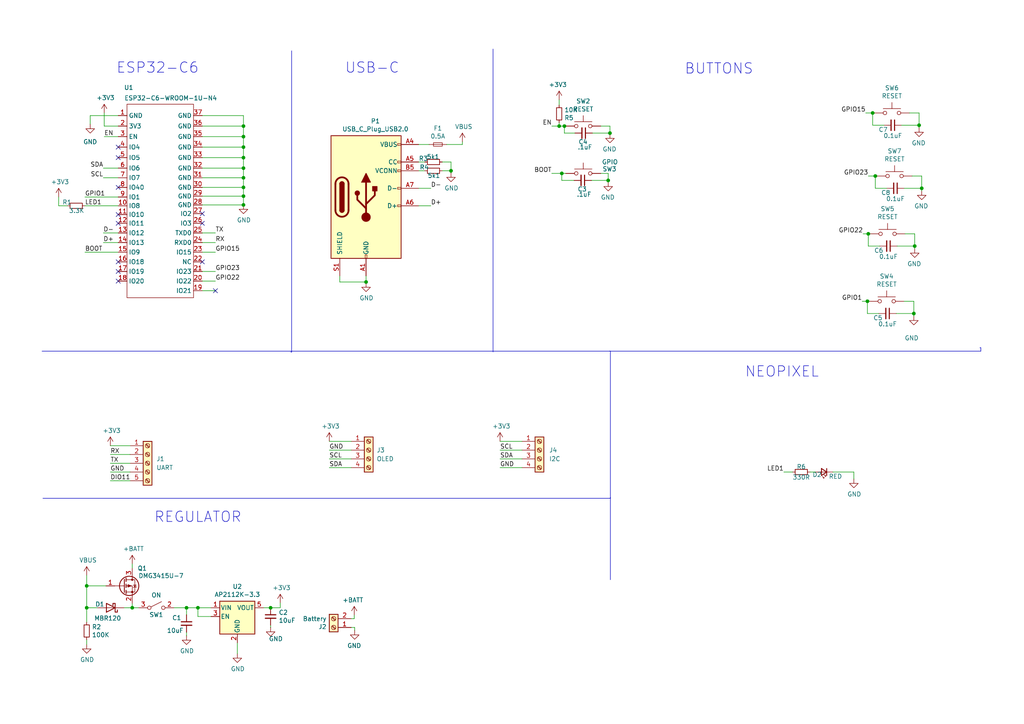
<source format=kicad_sch>
(kicad_sch
	(version 20231120)
	(generator "eeschema")
	(generator_version "8.0")
	(uuid "93332268-4ddd-4d27-8a11-37637517d752")
	(paper "A4")
	(lib_symbols
		(symbol "Connector:Screw_Terminal_01x02"
			(pin_names
				(offset 1.016) hide)
			(exclude_from_sim no)
			(in_bom yes)
			(on_board yes)
			(property "Reference" "J"
				(at 0 2.54 0)
				(effects
					(font
						(size 1.27 1.27)
					)
				)
			)
			(property "Value" "Screw_Terminal_01x02"
				(at 0 -5.08 0)
				(effects
					(font
						(size 1.27 1.27)
					)
				)
			)
			(property "Footprint" ""
				(at 0 0 0)
				(effects
					(font
						(size 1.27 1.27)
					)
					(hide yes)
				)
			)
			(property "Datasheet" "~"
				(at 0 0 0)
				(effects
					(font
						(size 1.27 1.27)
					)
					(hide yes)
				)
			)
			(property "Description" "Generic screw terminal, single row, 01x02, script generated (kicad-library-utils/schlib/autogen/connector/)"
				(at 0 0 0)
				(effects
					(font
						(size 1.27 1.27)
					)
					(hide yes)
				)
			)
			(property "ki_keywords" "screw terminal"
				(at 0 0 0)
				(effects
					(font
						(size 1.27 1.27)
					)
					(hide yes)
				)
			)
			(property "ki_fp_filters" "TerminalBlock*:*"
				(at 0 0 0)
				(effects
					(font
						(size 1.27 1.27)
					)
					(hide yes)
				)
			)
			(symbol "Screw_Terminal_01x02_1_1"
				(rectangle
					(start -1.27 1.27)
					(end 1.27 -3.81)
					(stroke
						(width 0.254)
						(type default)
					)
					(fill
						(type background)
					)
				)
				(circle
					(center 0 -2.54)
					(radius 0.635)
					(stroke
						(width 0.1524)
						(type default)
					)
					(fill
						(type none)
					)
				)
				(polyline
					(pts
						(xy -0.5334 -2.2098) (xy 0.3302 -3.048)
					)
					(stroke
						(width 0.1524)
						(type default)
					)
					(fill
						(type none)
					)
				)
				(polyline
					(pts
						(xy -0.5334 0.3302) (xy 0.3302 -0.508)
					)
					(stroke
						(width 0.1524)
						(type default)
					)
					(fill
						(type none)
					)
				)
				(polyline
					(pts
						(xy -0.3556 -2.032) (xy 0.508 -2.8702)
					)
					(stroke
						(width 0.1524)
						(type default)
					)
					(fill
						(type none)
					)
				)
				(polyline
					(pts
						(xy -0.3556 0.508) (xy 0.508 -0.3302)
					)
					(stroke
						(width 0.1524)
						(type default)
					)
					(fill
						(type none)
					)
				)
				(circle
					(center 0 0)
					(radius 0.635)
					(stroke
						(width 0.1524)
						(type default)
					)
					(fill
						(type none)
					)
				)
				(pin passive line
					(at -5.08 0 0)
					(length 3.81)
					(name "Pin_1"
						(effects
							(font
								(size 1.27 1.27)
							)
						)
					)
					(number "1"
						(effects
							(font
								(size 1.27 1.27)
							)
						)
					)
				)
				(pin passive line
					(at -5.08 -2.54 0)
					(length 3.81)
					(name "Pin_2"
						(effects
							(font
								(size 1.27 1.27)
							)
						)
					)
					(number "2"
						(effects
							(font
								(size 1.27 1.27)
							)
						)
					)
				)
			)
		)
		(symbol "Connector:Screw_Terminal_01x04"
			(pin_names
				(offset 1.016) hide)
			(exclude_from_sim no)
			(in_bom yes)
			(on_board yes)
			(property "Reference" "J"
				(at 0 5.08 0)
				(effects
					(font
						(size 1.27 1.27)
					)
				)
			)
			(property "Value" "Screw_Terminal_01x04"
				(at 0 -7.62 0)
				(effects
					(font
						(size 1.27 1.27)
					)
				)
			)
			(property "Footprint" ""
				(at 0 0 0)
				(effects
					(font
						(size 1.27 1.27)
					)
					(hide yes)
				)
			)
			(property "Datasheet" "~"
				(at 0 0 0)
				(effects
					(font
						(size 1.27 1.27)
					)
					(hide yes)
				)
			)
			(property "Description" "Generic screw terminal, single row, 01x04, script generated (kicad-library-utils/schlib/autogen/connector/)"
				(at 0 0 0)
				(effects
					(font
						(size 1.27 1.27)
					)
					(hide yes)
				)
			)
			(property "ki_keywords" "screw terminal"
				(at 0 0 0)
				(effects
					(font
						(size 1.27 1.27)
					)
					(hide yes)
				)
			)
			(property "ki_fp_filters" "TerminalBlock*:*"
				(at 0 0 0)
				(effects
					(font
						(size 1.27 1.27)
					)
					(hide yes)
				)
			)
			(symbol "Screw_Terminal_01x04_1_1"
				(rectangle
					(start -1.27 3.81)
					(end 1.27 -6.35)
					(stroke
						(width 0.254)
						(type default)
					)
					(fill
						(type background)
					)
				)
				(circle
					(center 0 -5.08)
					(radius 0.635)
					(stroke
						(width 0.1524)
						(type default)
					)
					(fill
						(type none)
					)
				)
				(circle
					(center 0 -2.54)
					(radius 0.635)
					(stroke
						(width 0.1524)
						(type default)
					)
					(fill
						(type none)
					)
				)
				(polyline
					(pts
						(xy -0.5334 -4.7498) (xy 0.3302 -5.588)
					)
					(stroke
						(width 0.1524)
						(type default)
					)
					(fill
						(type none)
					)
				)
				(polyline
					(pts
						(xy -0.5334 -2.2098) (xy 0.3302 -3.048)
					)
					(stroke
						(width 0.1524)
						(type default)
					)
					(fill
						(type none)
					)
				)
				(polyline
					(pts
						(xy -0.5334 0.3302) (xy 0.3302 -0.508)
					)
					(stroke
						(width 0.1524)
						(type default)
					)
					(fill
						(type none)
					)
				)
				(polyline
					(pts
						(xy -0.5334 2.8702) (xy 0.3302 2.032)
					)
					(stroke
						(width 0.1524)
						(type default)
					)
					(fill
						(type none)
					)
				)
				(polyline
					(pts
						(xy -0.3556 -4.572) (xy 0.508 -5.4102)
					)
					(stroke
						(width 0.1524)
						(type default)
					)
					(fill
						(type none)
					)
				)
				(polyline
					(pts
						(xy -0.3556 -2.032) (xy 0.508 -2.8702)
					)
					(stroke
						(width 0.1524)
						(type default)
					)
					(fill
						(type none)
					)
				)
				(polyline
					(pts
						(xy -0.3556 0.508) (xy 0.508 -0.3302)
					)
					(stroke
						(width 0.1524)
						(type default)
					)
					(fill
						(type none)
					)
				)
				(polyline
					(pts
						(xy -0.3556 3.048) (xy 0.508 2.2098)
					)
					(stroke
						(width 0.1524)
						(type default)
					)
					(fill
						(type none)
					)
				)
				(circle
					(center 0 0)
					(radius 0.635)
					(stroke
						(width 0.1524)
						(type default)
					)
					(fill
						(type none)
					)
				)
				(circle
					(center 0 2.54)
					(radius 0.635)
					(stroke
						(width 0.1524)
						(type default)
					)
					(fill
						(type none)
					)
				)
				(pin passive line
					(at -5.08 2.54 0)
					(length 3.81)
					(name "Pin_1"
						(effects
							(font
								(size 1.27 1.27)
							)
						)
					)
					(number "1"
						(effects
							(font
								(size 1.27 1.27)
							)
						)
					)
				)
				(pin passive line
					(at -5.08 0 0)
					(length 3.81)
					(name "Pin_2"
						(effects
							(font
								(size 1.27 1.27)
							)
						)
					)
					(number "2"
						(effects
							(font
								(size 1.27 1.27)
							)
						)
					)
				)
				(pin passive line
					(at -5.08 -2.54 0)
					(length 3.81)
					(name "Pin_3"
						(effects
							(font
								(size 1.27 1.27)
							)
						)
					)
					(number "3"
						(effects
							(font
								(size 1.27 1.27)
							)
						)
					)
				)
				(pin passive line
					(at -5.08 -5.08 0)
					(length 3.81)
					(name "Pin_4"
						(effects
							(font
								(size 1.27 1.27)
							)
						)
					)
					(number "4"
						(effects
							(font
								(size 1.27 1.27)
							)
						)
					)
				)
			)
		)
		(symbol "Connector:Screw_Terminal_01x05"
			(pin_names
				(offset 1.016) hide)
			(exclude_from_sim no)
			(in_bom yes)
			(on_board yes)
			(property "Reference" "J"
				(at 0 7.62 0)
				(effects
					(font
						(size 1.27 1.27)
					)
				)
			)
			(property "Value" "Screw_Terminal_01x05"
				(at 0 -7.62 0)
				(effects
					(font
						(size 1.27 1.27)
					)
				)
			)
			(property "Footprint" ""
				(at 0 0 0)
				(effects
					(font
						(size 1.27 1.27)
					)
					(hide yes)
				)
			)
			(property "Datasheet" "~"
				(at 0 0 0)
				(effects
					(font
						(size 1.27 1.27)
					)
					(hide yes)
				)
			)
			(property "Description" "Generic screw terminal, single row, 01x05, script generated (kicad-library-utils/schlib/autogen/connector/)"
				(at 0 0 0)
				(effects
					(font
						(size 1.27 1.27)
					)
					(hide yes)
				)
			)
			(property "ki_keywords" "screw terminal"
				(at 0 0 0)
				(effects
					(font
						(size 1.27 1.27)
					)
					(hide yes)
				)
			)
			(property "ki_fp_filters" "TerminalBlock*:*"
				(at 0 0 0)
				(effects
					(font
						(size 1.27 1.27)
					)
					(hide yes)
				)
			)
			(symbol "Screw_Terminal_01x05_1_1"
				(rectangle
					(start -1.27 6.35)
					(end 1.27 -6.35)
					(stroke
						(width 0.254)
						(type default)
					)
					(fill
						(type background)
					)
				)
				(circle
					(center 0 -5.08)
					(radius 0.635)
					(stroke
						(width 0.1524)
						(type default)
					)
					(fill
						(type none)
					)
				)
				(circle
					(center 0 -2.54)
					(radius 0.635)
					(stroke
						(width 0.1524)
						(type default)
					)
					(fill
						(type none)
					)
				)
				(polyline
					(pts
						(xy -0.5334 -4.7498) (xy 0.3302 -5.588)
					)
					(stroke
						(width 0.1524)
						(type default)
					)
					(fill
						(type none)
					)
				)
				(polyline
					(pts
						(xy -0.5334 -2.2098) (xy 0.3302 -3.048)
					)
					(stroke
						(width 0.1524)
						(type default)
					)
					(fill
						(type none)
					)
				)
				(polyline
					(pts
						(xy -0.5334 0.3302) (xy 0.3302 -0.508)
					)
					(stroke
						(width 0.1524)
						(type default)
					)
					(fill
						(type none)
					)
				)
				(polyline
					(pts
						(xy -0.5334 2.8702) (xy 0.3302 2.032)
					)
					(stroke
						(width 0.1524)
						(type default)
					)
					(fill
						(type none)
					)
				)
				(polyline
					(pts
						(xy -0.5334 5.4102) (xy 0.3302 4.572)
					)
					(stroke
						(width 0.1524)
						(type default)
					)
					(fill
						(type none)
					)
				)
				(polyline
					(pts
						(xy -0.3556 -4.572) (xy 0.508 -5.4102)
					)
					(stroke
						(width 0.1524)
						(type default)
					)
					(fill
						(type none)
					)
				)
				(polyline
					(pts
						(xy -0.3556 -2.032) (xy 0.508 -2.8702)
					)
					(stroke
						(width 0.1524)
						(type default)
					)
					(fill
						(type none)
					)
				)
				(polyline
					(pts
						(xy -0.3556 0.508) (xy 0.508 -0.3302)
					)
					(stroke
						(width 0.1524)
						(type default)
					)
					(fill
						(type none)
					)
				)
				(polyline
					(pts
						(xy -0.3556 3.048) (xy 0.508 2.2098)
					)
					(stroke
						(width 0.1524)
						(type default)
					)
					(fill
						(type none)
					)
				)
				(polyline
					(pts
						(xy -0.3556 5.588) (xy 0.508 4.7498)
					)
					(stroke
						(width 0.1524)
						(type default)
					)
					(fill
						(type none)
					)
				)
				(circle
					(center 0 0)
					(radius 0.635)
					(stroke
						(width 0.1524)
						(type default)
					)
					(fill
						(type none)
					)
				)
				(circle
					(center 0 2.54)
					(radius 0.635)
					(stroke
						(width 0.1524)
						(type default)
					)
					(fill
						(type none)
					)
				)
				(circle
					(center 0 5.08)
					(radius 0.635)
					(stroke
						(width 0.1524)
						(type default)
					)
					(fill
						(type none)
					)
				)
				(pin passive line
					(at -5.08 5.08 0)
					(length 3.81)
					(name "Pin_1"
						(effects
							(font
								(size 1.27 1.27)
							)
						)
					)
					(number "1"
						(effects
							(font
								(size 1.27 1.27)
							)
						)
					)
				)
				(pin passive line
					(at -5.08 2.54 0)
					(length 3.81)
					(name "Pin_2"
						(effects
							(font
								(size 1.27 1.27)
							)
						)
					)
					(number "2"
						(effects
							(font
								(size 1.27 1.27)
							)
						)
					)
				)
				(pin passive line
					(at -5.08 0 0)
					(length 3.81)
					(name "Pin_3"
						(effects
							(font
								(size 1.27 1.27)
							)
						)
					)
					(number "3"
						(effects
							(font
								(size 1.27 1.27)
							)
						)
					)
				)
				(pin passive line
					(at -5.08 -2.54 0)
					(length 3.81)
					(name "Pin_4"
						(effects
							(font
								(size 1.27 1.27)
							)
						)
					)
					(number "4"
						(effects
							(font
								(size 1.27 1.27)
							)
						)
					)
				)
				(pin passive line
					(at -5.08 -5.08 0)
					(length 3.81)
					(name "Pin_5"
						(effects
							(font
								(size 1.27 1.27)
							)
						)
					)
					(number "5"
						(effects
							(font
								(size 1.27 1.27)
							)
						)
					)
				)
			)
		)
		(symbol "Device:C_Small"
			(pin_numbers hide)
			(pin_names
				(offset 0.254) hide)
			(exclude_from_sim no)
			(in_bom yes)
			(on_board yes)
			(property "Reference" "C"
				(at 0.254 1.778 0)
				(effects
					(font
						(size 1.27 1.27)
					)
					(justify left)
				)
			)
			(property "Value" "C_Small"
				(at 0.254 -2.032 0)
				(effects
					(font
						(size 1.27 1.27)
					)
					(justify left)
				)
			)
			(property "Footprint" ""
				(at 0 0 0)
				(effects
					(font
						(size 1.27 1.27)
					)
					(hide yes)
				)
			)
			(property "Datasheet" "~"
				(at 0 0 0)
				(effects
					(font
						(size 1.27 1.27)
					)
					(hide yes)
				)
			)
			(property "Description" "Unpolarized capacitor, small symbol"
				(at 0 0 0)
				(effects
					(font
						(size 1.27 1.27)
					)
					(hide yes)
				)
			)
			(property "ki_keywords" "capacitor cap"
				(at 0 0 0)
				(effects
					(font
						(size 1.27 1.27)
					)
					(hide yes)
				)
			)
			(property "ki_fp_filters" "C_*"
				(at 0 0 0)
				(effects
					(font
						(size 1.27 1.27)
					)
					(hide yes)
				)
			)
			(symbol "C_Small_0_1"
				(polyline
					(pts
						(xy -1.524 -0.508) (xy 1.524 -0.508)
					)
					(stroke
						(width 0.3302)
						(type default)
					)
					(fill
						(type none)
					)
				)
				(polyline
					(pts
						(xy -1.524 0.508) (xy 1.524 0.508)
					)
					(stroke
						(width 0.3048)
						(type default)
					)
					(fill
						(type none)
					)
				)
			)
			(symbol "C_Small_1_1"
				(pin passive line
					(at 0 2.54 270)
					(length 2.032)
					(name "~"
						(effects
							(font
								(size 1.27 1.27)
							)
						)
					)
					(number "1"
						(effects
							(font
								(size 1.27 1.27)
							)
						)
					)
				)
				(pin passive line
					(at 0 -2.54 90)
					(length 2.032)
					(name "~"
						(effects
							(font
								(size 1.27 1.27)
							)
						)
					)
					(number "2"
						(effects
							(font
								(size 1.27 1.27)
							)
						)
					)
				)
			)
		)
		(symbol "Device:Fuse_Small"
			(pin_numbers hide)
			(pin_names
				(offset 0.254) hide)
			(exclude_from_sim no)
			(in_bom yes)
			(on_board yes)
			(property "Reference" "F"
				(at 0 -1.524 0)
				(effects
					(font
						(size 1.27 1.27)
					)
				)
			)
			(property "Value" "Fuse_Small"
				(at 0 1.524 0)
				(effects
					(font
						(size 1.27 1.27)
					)
				)
			)
			(property "Footprint" ""
				(at 0 0 0)
				(effects
					(font
						(size 1.27 1.27)
					)
					(hide yes)
				)
			)
			(property "Datasheet" "~"
				(at 0 0 0)
				(effects
					(font
						(size 1.27 1.27)
					)
					(hide yes)
				)
			)
			(property "Description" "Fuse, small symbol"
				(at 0 0 0)
				(effects
					(font
						(size 1.27 1.27)
					)
					(hide yes)
				)
			)
			(property "ki_keywords" "fuse"
				(at 0 0 0)
				(effects
					(font
						(size 1.27 1.27)
					)
					(hide yes)
				)
			)
			(property "ki_fp_filters" "SM*"
				(at 0 0 0)
				(effects
					(font
						(size 1.27 1.27)
					)
					(hide yes)
				)
			)
			(symbol "Fuse_Small_0_1"
				(rectangle
					(start -1.27 0.508)
					(end 1.27 -0.508)
					(stroke
						(width 0)
						(type default)
					)
					(fill
						(type none)
					)
				)
				(polyline
					(pts
						(xy -1.27 0) (xy 1.27 0)
					)
					(stroke
						(width 0)
						(type default)
					)
					(fill
						(type none)
					)
				)
			)
			(symbol "Fuse_Small_1_1"
				(pin passive line
					(at -2.54 0 0)
					(length 1.27)
					(name "~"
						(effects
							(font
								(size 1.27 1.27)
							)
						)
					)
					(number "1"
						(effects
							(font
								(size 1.27 1.27)
							)
						)
					)
				)
				(pin passive line
					(at 2.54 0 180)
					(length 1.27)
					(name "~"
						(effects
							(font
								(size 1.27 1.27)
							)
						)
					)
					(number "2"
						(effects
							(font
								(size 1.27 1.27)
							)
						)
					)
				)
			)
		)
		(symbol "Device:LED_Small"
			(pin_numbers hide)
			(pin_names
				(offset 0.254) hide)
			(exclude_from_sim no)
			(in_bom yes)
			(on_board yes)
			(property "Reference" "D"
				(at -1.27 3.175 0)
				(effects
					(font
						(size 1.27 1.27)
					)
					(justify left)
				)
			)
			(property "Value" "LED_Small"
				(at -4.445 -2.54 0)
				(effects
					(font
						(size 1.27 1.27)
					)
					(justify left)
				)
			)
			(property "Footprint" ""
				(at 0 0 90)
				(effects
					(font
						(size 1.27 1.27)
					)
					(hide yes)
				)
			)
			(property "Datasheet" "~"
				(at 0 0 90)
				(effects
					(font
						(size 1.27 1.27)
					)
					(hide yes)
				)
			)
			(property "Description" "Light emitting diode, small symbol"
				(at 0 0 0)
				(effects
					(font
						(size 1.27 1.27)
					)
					(hide yes)
				)
			)
			(property "ki_keywords" "LED diode light-emitting-diode"
				(at 0 0 0)
				(effects
					(font
						(size 1.27 1.27)
					)
					(hide yes)
				)
			)
			(property "ki_fp_filters" "LED* LED_SMD:* LED_THT:*"
				(at 0 0 0)
				(effects
					(font
						(size 1.27 1.27)
					)
					(hide yes)
				)
			)
			(symbol "LED_Small_0_1"
				(polyline
					(pts
						(xy -0.762 -1.016) (xy -0.762 1.016)
					)
					(stroke
						(width 0.254)
						(type default)
					)
					(fill
						(type none)
					)
				)
				(polyline
					(pts
						(xy 1.016 0) (xy -0.762 0)
					)
					(stroke
						(width 0)
						(type default)
					)
					(fill
						(type none)
					)
				)
				(polyline
					(pts
						(xy 0.762 -1.016) (xy -0.762 0) (xy 0.762 1.016) (xy 0.762 -1.016)
					)
					(stroke
						(width 0.254)
						(type default)
					)
					(fill
						(type none)
					)
				)
				(polyline
					(pts
						(xy 0 0.762) (xy -0.508 1.27) (xy -0.254 1.27) (xy -0.508 1.27) (xy -0.508 1.016)
					)
					(stroke
						(width 0)
						(type default)
					)
					(fill
						(type none)
					)
				)
				(polyline
					(pts
						(xy 0.508 1.27) (xy 0 1.778) (xy 0.254 1.778) (xy 0 1.778) (xy 0 1.524)
					)
					(stroke
						(width 0)
						(type default)
					)
					(fill
						(type none)
					)
				)
			)
			(symbol "LED_Small_1_1"
				(pin passive line
					(at -2.54 0 0)
					(length 1.778)
					(name "K"
						(effects
							(font
								(size 1.27 1.27)
							)
						)
					)
					(number "1"
						(effects
							(font
								(size 1.27 1.27)
							)
						)
					)
				)
				(pin passive line
					(at 2.54 0 180)
					(length 1.778)
					(name "A"
						(effects
							(font
								(size 1.27 1.27)
							)
						)
					)
					(number "2"
						(effects
							(font
								(size 1.27 1.27)
							)
						)
					)
				)
			)
		)
		(symbol "Device:Q_PMOS_GSD"
			(pin_names
				(offset 0) hide)
			(exclude_from_sim no)
			(in_bom yes)
			(on_board yes)
			(property "Reference" "Q"
				(at 5.08 1.27 0)
				(effects
					(font
						(size 1.27 1.27)
					)
					(justify left)
				)
			)
			(property "Value" "Q_PMOS_GSD"
				(at 5.08 -1.27 0)
				(effects
					(font
						(size 1.27 1.27)
					)
					(justify left)
				)
			)
			(property "Footprint" ""
				(at 5.08 2.54 0)
				(effects
					(font
						(size 1.27 1.27)
					)
					(hide yes)
				)
			)
			(property "Datasheet" "~"
				(at 0 0 0)
				(effects
					(font
						(size 1.27 1.27)
					)
					(hide yes)
				)
			)
			(property "Description" "P-MOSFET transistor, gate/source/drain"
				(at 0 0 0)
				(effects
					(font
						(size 1.27 1.27)
					)
					(hide yes)
				)
			)
			(property "ki_keywords" "transistor PMOS P-MOS P-MOSFET"
				(at 0 0 0)
				(effects
					(font
						(size 1.27 1.27)
					)
					(hide yes)
				)
			)
			(symbol "Q_PMOS_GSD_0_1"
				(polyline
					(pts
						(xy 0.254 0) (xy -2.54 0)
					)
					(stroke
						(width 0)
						(type default)
					)
					(fill
						(type none)
					)
				)
				(polyline
					(pts
						(xy 0.254 1.905) (xy 0.254 -1.905)
					)
					(stroke
						(width 0.254)
						(type default)
					)
					(fill
						(type none)
					)
				)
				(polyline
					(pts
						(xy 0.762 -1.27) (xy 0.762 -2.286)
					)
					(stroke
						(width 0.254)
						(type default)
					)
					(fill
						(type none)
					)
				)
				(polyline
					(pts
						(xy 0.762 0.508) (xy 0.762 -0.508)
					)
					(stroke
						(width 0.254)
						(type default)
					)
					(fill
						(type none)
					)
				)
				(polyline
					(pts
						(xy 0.762 2.286) (xy 0.762 1.27)
					)
					(stroke
						(width 0.254)
						(type default)
					)
					(fill
						(type none)
					)
				)
				(polyline
					(pts
						(xy 2.54 2.54) (xy 2.54 1.778)
					)
					(stroke
						(width 0)
						(type default)
					)
					(fill
						(type none)
					)
				)
				(polyline
					(pts
						(xy 2.54 -2.54) (xy 2.54 0) (xy 0.762 0)
					)
					(stroke
						(width 0)
						(type default)
					)
					(fill
						(type none)
					)
				)
				(polyline
					(pts
						(xy 0.762 1.778) (xy 3.302 1.778) (xy 3.302 -1.778) (xy 0.762 -1.778)
					)
					(stroke
						(width 0)
						(type default)
					)
					(fill
						(type none)
					)
				)
				(polyline
					(pts
						(xy 2.286 0) (xy 1.27 0.381) (xy 1.27 -0.381) (xy 2.286 0)
					)
					(stroke
						(width 0)
						(type default)
					)
					(fill
						(type outline)
					)
				)
				(polyline
					(pts
						(xy 2.794 -0.508) (xy 2.921 -0.381) (xy 3.683 -0.381) (xy 3.81 -0.254)
					)
					(stroke
						(width 0)
						(type default)
					)
					(fill
						(type none)
					)
				)
				(polyline
					(pts
						(xy 3.302 -0.381) (xy 2.921 0.254) (xy 3.683 0.254) (xy 3.302 -0.381)
					)
					(stroke
						(width 0)
						(type default)
					)
					(fill
						(type none)
					)
				)
				(circle
					(center 1.651 0)
					(radius 2.794)
					(stroke
						(width 0.254)
						(type default)
					)
					(fill
						(type none)
					)
				)
				(circle
					(center 2.54 -1.778)
					(radius 0.254)
					(stroke
						(width 0)
						(type default)
					)
					(fill
						(type outline)
					)
				)
				(circle
					(center 2.54 1.778)
					(radius 0.254)
					(stroke
						(width 0)
						(type default)
					)
					(fill
						(type outline)
					)
				)
			)
			(symbol "Q_PMOS_GSD_1_1"
				(pin input line
					(at -5.08 0 0)
					(length 2.54)
					(name "G"
						(effects
							(font
								(size 1.27 1.27)
							)
						)
					)
					(number "1"
						(effects
							(font
								(size 1.27 1.27)
							)
						)
					)
				)
				(pin passive line
					(at 2.54 -5.08 90)
					(length 2.54)
					(name "S"
						(effects
							(font
								(size 1.27 1.27)
							)
						)
					)
					(number "2"
						(effects
							(font
								(size 1.27 1.27)
							)
						)
					)
				)
				(pin passive line
					(at 2.54 5.08 270)
					(length 2.54)
					(name "D"
						(effects
							(font
								(size 1.27 1.27)
							)
						)
					)
					(number "3"
						(effects
							(font
								(size 1.27 1.27)
							)
						)
					)
				)
			)
		)
		(symbol "Device:R_Small"
			(pin_numbers hide)
			(pin_names
				(offset 0.254) hide)
			(exclude_from_sim no)
			(in_bom yes)
			(on_board yes)
			(property "Reference" "R"
				(at 0.762 0.508 0)
				(effects
					(font
						(size 1.27 1.27)
					)
					(justify left)
				)
			)
			(property "Value" "R_Small"
				(at 0.762 -1.016 0)
				(effects
					(font
						(size 1.27 1.27)
					)
					(justify left)
				)
			)
			(property "Footprint" ""
				(at 0 0 0)
				(effects
					(font
						(size 1.27 1.27)
					)
					(hide yes)
				)
			)
			(property "Datasheet" "~"
				(at 0 0 0)
				(effects
					(font
						(size 1.27 1.27)
					)
					(hide yes)
				)
			)
			(property "Description" "Resistor, small symbol"
				(at 0 0 0)
				(effects
					(font
						(size 1.27 1.27)
					)
					(hide yes)
				)
			)
			(property "ki_keywords" "R resistor"
				(at 0 0 0)
				(effects
					(font
						(size 1.27 1.27)
					)
					(hide yes)
				)
			)
			(property "ki_fp_filters" "R_*"
				(at 0 0 0)
				(effects
					(font
						(size 1.27 1.27)
					)
					(hide yes)
				)
			)
			(symbol "R_Small_0_1"
				(rectangle
					(start -0.762 1.778)
					(end 0.762 -1.778)
					(stroke
						(width 0.2032)
						(type default)
					)
					(fill
						(type none)
					)
				)
			)
			(symbol "R_Small_1_1"
				(pin passive line
					(at 0 2.54 270)
					(length 0.762)
					(name "~"
						(effects
							(font
								(size 1.27 1.27)
							)
						)
					)
					(number "1"
						(effects
							(font
								(size 1.27 1.27)
							)
						)
					)
				)
				(pin passive line
					(at 0 -2.54 90)
					(length 0.762)
					(name "~"
						(effects
							(font
								(size 1.27 1.27)
							)
						)
					)
					(number "2"
						(effects
							(font
								(size 1.27 1.27)
							)
						)
					)
				)
			)
		)
		(symbol "Diode:MBR340"
			(pin_numbers hide)
			(pin_names
				(offset 1.016) hide)
			(exclude_from_sim no)
			(in_bom yes)
			(on_board yes)
			(property "Reference" "D"
				(at 0 2.54 0)
				(effects
					(font
						(size 1.27 1.27)
					)
				)
			)
			(property "Value" "MBR340"
				(at 0 -2.54 0)
				(effects
					(font
						(size 1.27 1.27)
					)
				)
			)
			(property "Footprint" "Diode_THT:D_DO-201AD_P15.24mm_Horizontal"
				(at 0 -4.445 0)
				(effects
					(font
						(size 1.27 1.27)
					)
					(hide yes)
				)
			)
			(property "Datasheet" "http://www.onsemi.com/pub_link/Collateral/MBR340-D.PDF"
				(at 0 0 0)
				(effects
					(font
						(size 1.27 1.27)
					)
					(hide yes)
				)
			)
			(property "Description" "40V 3A Schottky Barrier Rectifier Diode, DO-201AD"
				(at 0 0 0)
				(effects
					(font
						(size 1.27 1.27)
					)
					(hide yes)
				)
			)
			(property "ki_keywords" "diode Schottky"
				(at 0 0 0)
				(effects
					(font
						(size 1.27 1.27)
					)
					(hide yes)
				)
			)
			(property "ki_fp_filters" "D*DO?201AD*"
				(at 0 0 0)
				(effects
					(font
						(size 1.27 1.27)
					)
					(hide yes)
				)
			)
			(symbol "MBR340_0_1"
				(polyline
					(pts
						(xy 1.27 0) (xy -1.27 0)
					)
					(stroke
						(width 0)
						(type default)
					)
					(fill
						(type none)
					)
				)
				(polyline
					(pts
						(xy 1.27 1.27) (xy 1.27 -1.27) (xy -1.27 0) (xy 1.27 1.27)
					)
					(stroke
						(width 0.254)
						(type default)
					)
					(fill
						(type none)
					)
				)
				(polyline
					(pts
						(xy -1.905 0.635) (xy -1.905 1.27) (xy -1.27 1.27) (xy -1.27 -1.27) (xy -0.635 -1.27) (xy -0.635 -0.635)
					)
					(stroke
						(width 0.254)
						(type default)
					)
					(fill
						(type none)
					)
				)
			)
			(symbol "MBR340_1_1"
				(pin passive line
					(at -3.81 0 0)
					(length 2.54)
					(name "K"
						(effects
							(font
								(size 1.27 1.27)
							)
						)
					)
					(number "1"
						(effects
							(font
								(size 1.27 1.27)
							)
						)
					)
				)
				(pin passive line
					(at 3.81 0 180)
					(length 2.54)
					(name "A"
						(effects
							(font
								(size 1.27 1.27)
							)
						)
					)
					(number "2"
						(effects
							(font
								(size 1.27 1.27)
							)
						)
					)
				)
			)
		)
		(symbol "HunterCat-NFC-rescue:AP2112K-3.3-Regulator_Linear"
			(pin_names
				(offset 0.254)
			)
			(exclude_from_sim no)
			(in_bom yes)
			(on_board yes)
			(property "Reference" "U"
				(at -5.08 5.715 0)
				(effects
					(font
						(size 1.27 1.27)
					)
					(justify left)
				)
			)
			(property "Value" "AP2112K-3.3-Regulator_Linear"
				(at 0 5.715 0)
				(effects
					(font
						(size 1.27 1.27)
					)
					(justify left)
				)
			)
			(property "Footprint" "Package_TO_SOT_SMD:SOT-23-5"
				(at 0 8.255 0)
				(effects
					(font
						(size 1.27 1.27)
					)
					(hide yes)
				)
			)
			(property "Datasheet" ""
				(at 0 2.54 0)
				(effects
					(font
						(size 1.27 1.27)
					)
					(hide yes)
				)
			)
			(property "Description" ""
				(at 0 0 0)
				(effects
					(font
						(size 1.27 1.27)
					)
					(hide yes)
				)
			)
			(property "ki_fp_filters" "SOT?23?5*"
				(at 0 0 0)
				(effects
					(font
						(size 1.27 1.27)
					)
					(hide yes)
				)
			)
			(symbol "AP2112K-3.3-Regulator_Linear_0_1"
				(rectangle
					(start -5.08 4.445)
					(end 5.08 -5.08)
					(stroke
						(width 0.254)
						(type default)
					)
					(fill
						(type background)
					)
				)
			)
			(symbol "AP2112K-3.3-Regulator_Linear_1_1"
				(pin power_in line
					(at -7.62 2.54 0)
					(length 2.54)
					(name "VIN"
						(effects
							(font
								(size 1.27 1.27)
							)
						)
					)
					(number "1"
						(effects
							(font
								(size 1.27 1.27)
							)
						)
					)
				)
				(pin power_in line
					(at 0 -7.62 90)
					(length 2.54)
					(name "GND"
						(effects
							(font
								(size 1.27 1.27)
							)
						)
					)
					(number "2"
						(effects
							(font
								(size 1.27 1.27)
							)
						)
					)
				)
				(pin input line
					(at -7.62 0 0)
					(length 2.54)
					(name "EN"
						(effects
							(font
								(size 1.27 1.27)
							)
						)
					)
					(number "3"
						(effects
							(font
								(size 1.27 1.27)
							)
						)
					)
				)
				(pin no_connect line
					(at 7.62 0 180)
					(length 2.54) hide
					(name "NC"
						(effects
							(font
								(size 1.27 1.27)
							)
						)
					)
					(number "4"
						(effects
							(font
								(size 1.27 1.27)
							)
						)
					)
				)
				(pin power_out line
					(at 7.62 2.54 180)
					(length 2.54)
					(name "VOUT"
						(effects
							(font
								(size 1.27 1.27)
							)
						)
					)
					(number "5"
						(effects
							(font
								(size 1.27 1.27)
							)
						)
					)
				)
			)
		)
		(symbol "HunterCat-NFC-rescue:USB_C_Plug_USB2.0-Connector"
			(pin_names
				(offset 1.016)
			)
			(exclude_from_sim no)
			(in_bom yes)
			(on_board yes)
			(property "Reference" "P"
				(at -10.16 19.05 0)
				(effects
					(font
						(size 1.27 1.27)
					)
					(justify left)
				)
			)
			(property "Value" "USB_C_Plug_USB2.0-Connector"
				(at 12.7 19.05 0)
				(effects
					(font
						(size 1.27 1.27)
					)
					(justify right)
				)
			)
			(property "Footprint" ""
				(at 3.81 0 0)
				(effects
					(font
						(size 1.27 1.27)
					)
					(hide yes)
				)
			)
			(property "Datasheet" ""
				(at 3.81 0 0)
				(effects
					(font
						(size 1.27 1.27)
					)
					(hide yes)
				)
			)
			(property "Description" ""
				(at 0 0 0)
				(effects
					(font
						(size 1.27 1.27)
					)
					(hide yes)
				)
			)
			(property "ki_fp_filters" "USB*C*Plug*"
				(at 0 0 0)
				(effects
					(font
						(size 1.27 1.27)
					)
					(hide yes)
				)
			)
			(symbol "USB_C_Plug_USB2.0-Connector_0_0"
				(rectangle
					(start -0.254 -17.78)
					(end 0.254 -16.764)
					(stroke
						(width 0)
						(type default)
					)
					(fill
						(type none)
					)
				)
				(rectangle
					(start 10.16 -2.286)
					(end 9.144 -2.794)
					(stroke
						(width 0)
						(type default)
					)
					(fill
						(type none)
					)
				)
				(rectangle
					(start 10.16 2.794)
					(end 9.144 2.286)
					(stroke
						(width 0)
						(type default)
					)
					(fill
						(type none)
					)
				)
				(rectangle
					(start 10.16 7.874)
					(end 9.144 7.366)
					(stroke
						(width 0)
						(type default)
					)
					(fill
						(type none)
					)
				)
				(rectangle
					(start 10.16 10.414)
					(end 9.144 9.906)
					(stroke
						(width 0)
						(type default)
					)
					(fill
						(type none)
					)
				)
				(rectangle
					(start 10.16 15.494)
					(end 9.144 14.986)
					(stroke
						(width 0)
						(type default)
					)
					(fill
						(type none)
					)
				)
			)
			(symbol "USB_C_Plug_USB2.0-Connector_0_1"
				(rectangle
					(start -10.16 17.78)
					(end 10.16 -17.78)
					(stroke
						(width 0.254)
						(type default)
					)
					(fill
						(type background)
					)
				)
				(arc
					(start -8.89 -3.81)
					(mid -6.985 -5.7067)
					(end -5.08 -3.81)
					(stroke
						(width 0.508)
						(type default)
					)
					(fill
						(type none)
					)
				)
				(arc
					(start -7.62 -3.81)
					(mid -6.985 -4.4423)
					(end -6.35 -3.81)
					(stroke
						(width 0.254)
						(type default)
					)
					(fill
						(type none)
					)
				)
				(arc
					(start -7.62 -3.81)
					(mid -6.985 -4.4423)
					(end -6.35 -3.81)
					(stroke
						(width 0.254)
						(type default)
					)
					(fill
						(type outline)
					)
				)
				(rectangle
					(start -7.62 -3.81)
					(end -6.35 3.81)
					(stroke
						(width 0.254)
						(type default)
					)
					(fill
						(type outline)
					)
				)
				(arc
					(start -6.35 3.81)
					(mid -6.985 4.4423)
					(end -7.62 3.81)
					(stroke
						(width 0.254)
						(type default)
					)
					(fill
						(type none)
					)
				)
				(arc
					(start -6.35 3.81)
					(mid -6.985 4.4423)
					(end -7.62 3.81)
					(stroke
						(width 0.254)
						(type default)
					)
					(fill
						(type outline)
					)
				)
				(arc
					(start -5.08 3.81)
					(mid -6.985 5.7067)
					(end -8.89 3.81)
					(stroke
						(width 0.508)
						(type default)
					)
					(fill
						(type none)
					)
				)
				(circle
					(center -2.54 1.143)
					(radius 0.635)
					(stroke
						(width 0.254)
						(type default)
					)
					(fill
						(type outline)
					)
				)
				(circle
					(center 0 -5.842)
					(radius 1.27)
					(stroke
						(width 0)
						(type default)
					)
					(fill
						(type outline)
					)
				)
				(polyline
					(pts
						(xy -8.89 -3.81) (xy -8.89 3.81)
					)
					(stroke
						(width 0.508)
						(type default)
					)
					(fill
						(type none)
					)
				)
				(polyline
					(pts
						(xy -5.08 3.81) (xy -5.08 -3.81)
					)
					(stroke
						(width 0.508)
						(type default)
					)
					(fill
						(type none)
					)
				)
				(polyline
					(pts
						(xy 0 -5.842) (xy 0 4.318)
					)
					(stroke
						(width 0.508)
						(type default)
					)
					(fill
						(type none)
					)
				)
				(polyline
					(pts
						(xy 0 -3.302) (xy -2.54 -0.762) (xy -2.54 0.508)
					)
					(stroke
						(width 0.508)
						(type default)
					)
					(fill
						(type none)
					)
				)
				(polyline
					(pts
						(xy 0 -2.032) (xy 2.54 0.508) (xy 2.54 1.778)
					)
					(stroke
						(width 0.508)
						(type default)
					)
					(fill
						(type none)
					)
				)
				(polyline
					(pts
						(xy -1.27 4.318) (xy 0 6.858) (xy 1.27 4.318) (xy -1.27 4.318)
					)
					(stroke
						(width 0.254)
						(type default)
					)
					(fill
						(type outline)
					)
				)
				(rectangle
					(start 1.905 1.778)
					(end 3.175 3.048)
					(stroke
						(width 0.254)
						(type default)
					)
					(fill
						(type outline)
					)
				)
			)
			(symbol "USB_C_Plug_USB2.0-Connector_1_1"
				(pin power_in line
					(at 0 -22.86 90)
					(length 5.08)
					(name "GND"
						(effects
							(font
								(size 1.27 1.27)
							)
						)
					)
					(number "A1"
						(effects
							(font
								(size 1.27 1.27)
							)
						)
					)
				)
				(pin passive line
					(at 0 -22.86 90)
					(length 5.08) hide
					(name "GND"
						(effects
							(font
								(size 1.27 1.27)
							)
						)
					)
					(number "A12"
						(effects
							(font
								(size 1.27 1.27)
							)
						)
					)
				)
				(pin power_in line
					(at 15.24 15.24 180)
					(length 5.08)
					(name "VBUS"
						(effects
							(font
								(size 1.27 1.27)
							)
						)
					)
					(number "A4"
						(effects
							(font
								(size 1.27 1.27)
							)
						)
					)
				)
				(pin bidirectional line
					(at 15.24 10.16 180)
					(length 5.08)
					(name "CC"
						(effects
							(font
								(size 1.27 1.27)
							)
						)
					)
					(number "A5"
						(effects
							(font
								(size 1.27 1.27)
							)
						)
					)
				)
				(pin bidirectional line
					(at 15.24 -2.54 180)
					(length 5.08)
					(name "D+"
						(effects
							(font
								(size 1.27 1.27)
							)
						)
					)
					(number "A6"
						(effects
							(font
								(size 1.27 1.27)
							)
						)
					)
				)
				(pin bidirectional line
					(at 15.24 2.54 180)
					(length 5.08)
					(name "D-"
						(effects
							(font
								(size 1.27 1.27)
							)
						)
					)
					(number "A7"
						(effects
							(font
								(size 1.27 1.27)
							)
						)
					)
				)
				(pin passive line
					(at 15.24 15.24 180)
					(length 5.08) hide
					(name "VBUS"
						(effects
							(font
								(size 1.27 1.27)
							)
						)
					)
					(number "A9"
						(effects
							(font
								(size 1.27 1.27)
							)
						)
					)
				)
				(pin passive line
					(at 0 -22.86 90)
					(length 5.08) hide
					(name "GND"
						(effects
							(font
								(size 1.27 1.27)
							)
						)
					)
					(number "B1"
						(effects
							(font
								(size 1.27 1.27)
							)
						)
					)
				)
				(pin passive line
					(at 0 -22.86 90)
					(length 5.08) hide
					(name "GND"
						(effects
							(font
								(size 1.27 1.27)
							)
						)
					)
					(number "B12"
						(effects
							(font
								(size 1.27 1.27)
							)
						)
					)
				)
				(pin passive line
					(at 15.24 15.24 180)
					(length 5.08) hide
					(name "VBUS"
						(effects
							(font
								(size 1.27 1.27)
							)
						)
					)
					(number "B4"
						(effects
							(font
								(size 1.27 1.27)
							)
						)
					)
				)
				(pin bidirectional line
					(at 15.24 7.62 180)
					(length 5.08)
					(name "VCONN"
						(effects
							(font
								(size 1.27 1.27)
							)
						)
					)
					(number "B5"
						(effects
							(font
								(size 1.27 1.27)
							)
						)
					)
				)
				(pin passive line
					(at 15.24 15.24 180)
					(length 5.08) hide
					(name "VBUS"
						(effects
							(font
								(size 1.27 1.27)
							)
						)
					)
					(number "B9"
						(effects
							(font
								(size 1.27 1.27)
							)
						)
					)
				)
				(pin passive line
					(at -7.62 -22.86 90)
					(length 5.08)
					(name "SHIELD"
						(effects
							(font
								(size 1.27 1.27)
							)
						)
					)
					(number "S1"
						(effects
							(font
								(size 1.27 1.27)
							)
						)
					)
				)
			)
		)
		(symbol "Minino:ESP32-C6-WROOM-1U-N8"
			(exclude_from_sim no)
			(in_bom yes)
			(on_board yes)
			(property "Reference" "U4"
				(at -7.874 29.464 0)
				(effects
					(font
						(size 1.27 1.27)
					)
				)
			)
			(property "Value" "~"
				(at 14.224 14.478 0)
				(effects
					(font
						(size 1.27 1.27)
					)
				)
			)
			(property "Footprint" "Footprint:MOD28_ESP32-C6-WROOM-1U_EXP"
				(at 2.032 39.116 0)
				(effects
					(font
						(size 1.27 1.27)
					)
					(hide yes)
				)
			)
			(property "Datasheet" ""
				(at 14.224 14.478 0)
				(effects
					(font
						(size 1.27 1.27)
					)
					(hide yes)
				)
			)
			(property "Description" ""
				(at 0 0 0)
				(effects
					(font
						(size 1.27 1.27)
					)
					(hide yes)
				)
			)
			(symbol "ESP32-C6-WROOM-1U-N8_0_0"
				(text ""
					(at -20.32 -5.08 0)
					(effects
						(font
							(size 1.27 1.27)
						)
					)
				)
			)
			(symbol "ESP32-C6-WROOM-1U-N8_0_1"
				(rectangle
					(start -9.652 26.924)
					(end 9.652 -29.21)
					(stroke
						(width 0)
						(type default)
					)
					(fill
						(type none)
					)
				)
			)
			(symbol "ESP32-C6-WROOM-1U-N8_1_1"
				(pin power_in line
					(at -12.192 23.622 0)
					(length 2.54)
					(name "GND"
						(effects
							(font
								(size 1.27 1.27)
							)
						)
					)
					(number "1"
						(effects
							(font
								(size 1.27 1.27)
							)
						)
					)
				)
				(pin bidirectional line
					(at -12.192 -2.54 0)
					(length 2.54)
					(name "IO8"
						(effects
							(font
								(size 1.27 1.27)
							)
						)
					)
					(number "10"
						(effects
							(font
								(size 1.27 1.27)
							)
						)
					)
				)
				(pin bidirectional line
					(at -12.192 -5.08 0)
					(length 2.54)
					(name "IO10"
						(effects
							(font
								(size 1.27 1.27)
							)
						)
					)
					(number "11"
						(effects
							(font
								(size 1.27 1.27)
							)
						)
					)
				)
				(pin bidirectional line
					(at -12.192 -7.62 0)
					(length 2.54)
					(name "IO11"
						(effects
							(font
								(size 1.27 1.27)
							)
						)
					)
					(number "12"
						(effects
							(font
								(size 1.27 1.27)
							)
						)
					)
				)
				(pin bidirectional line
					(at -12.192 -10.414 0)
					(length 2.54)
					(name "IO12"
						(effects
							(font
								(size 1.27 1.27)
							)
						)
					)
					(number "13"
						(effects
							(font
								(size 1.27 1.27)
							)
						)
					)
				)
				(pin bidirectional line
					(at -12.192 -13.208 0)
					(length 2.54)
					(name "IO13"
						(effects
							(font
								(size 1.27 1.27)
							)
						)
					)
					(number "14"
						(effects
							(font
								(size 1.27 1.27)
							)
						)
					)
				)
				(pin bidirectional line
					(at -12.192 -16.002 0)
					(length 2.54)
					(name "IO9"
						(effects
							(font
								(size 1.27 1.27)
							)
						)
					)
					(number "15"
						(effects
							(font
								(size 1.27 1.27)
							)
						)
					)
				)
				(pin bidirectional line
					(at -12.192 -18.796 0)
					(length 2.54)
					(name "IO18"
						(effects
							(font
								(size 1.27 1.27)
							)
						)
					)
					(number "16"
						(effects
							(font
								(size 1.27 1.27)
							)
						)
					)
				)
				(pin bidirectional line
					(at -12.192 -21.59 0)
					(length 2.54)
					(name "IO19"
						(effects
							(font
								(size 1.27 1.27)
							)
						)
					)
					(number "17"
						(effects
							(font
								(size 1.27 1.27)
							)
						)
					)
				)
				(pin bidirectional line
					(at -12.192 -24.384 0)
					(length 2.54)
					(name "IO20"
						(effects
							(font
								(size 1.27 1.27)
							)
						)
					)
					(number "18"
						(effects
							(font
								(size 1.27 1.27)
							)
						)
					)
				)
				(pin bidirectional line
					(at 12.192 -27.178 180)
					(length 2.54)
					(name "IO21"
						(effects
							(font
								(size 1.27 1.27)
							)
						)
					)
					(number "19"
						(effects
							(font
								(size 1.27 1.27)
							)
						)
					)
				)
				(pin power_in line
					(at -12.192 20.574 0)
					(length 2.54)
					(name "3V3"
						(effects
							(font
								(size 1.27 1.27)
							)
						)
					)
					(number "2"
						(effects
							(font
								(size 1.27 1.27)
							)
						)
					)
				)
				(pin bidirectional line
					(at 12.192 -24.384 180)
					(length 2.54)
					(name "IO22"
						(effects
							(font
								(size 1.27 1.27)
							)
						)
					)
					(number "20"
						(effects
							(font
								(size 1.27 1.27)
							)
						)
					)
				)
				(pin bidirectional line
					(at 12.192 -21.59 180)
					(length 2.54)
					(name "IO23"
						(effects
							(font
								(size 1.27 1.27)
							)
						)
					)
					(number "21"
						(effects
							(font
								(size 1.27 1.27)
							)
						)
					)
				)
				(pin bidirectional line
					(at 12.192 -18.796 180)
					(length 2.54)
					(name "NC"
						(effects
							(font
								(size 1.27 1.27)
							)
						)
					)
					(number "22"
						(effects
							(font
								(size 1.27 1.27)
							)
						)
					)
				)
				(pin power_in line
					(at 12.192 -16.002 180)
					(length 2.54)
					(name "IO15"
						(effects
							(font
								(size 1.27 1.27)
							)
						)
					)
					(number "23"
						(effects
							(font
								(size 1.27 1.27)
							)
						)
					)
				)
				(pin bidirectional line
					(at 12.192 -13.208 180)
					(length 2.54)
					(name "RXD0"
						(effects
							(font
								(size 1.27 1.27)
							)
						)
					)
					(number "24"
						(effects
							(font
								(size 1.27 1.27)
							)
						)
					)
				)
				(pin bidirectional line
					(at 12.192 -10.414 180)
					(length 2.54)
					(name "TXD0"
						(effects
							(font
								(size 1.27 1.27)
							)
						)
					)
					(number "25"
						(effects
							(font
								(size 1.27 1.27)
							)
						)
					)
				)
				(pin bidirectional line
					(at 12.192 -7.62 180)
					(length 2.54)
					(name "IO3"
						(effects
							(font
								(size 1.27 1.27)
							)
						)
					)
					(number "26"
						(effects
							(font
								(size 1.27 1.27)
							)
						)
					)
				)
				(pin bidirectional line
					(at 12.192 -4.826 180)
					(length 2.54)
					(name "IO2"
						(effects
							(font
								(size 1.27 1.27)
							)
						)
					)
					(number "27"
						(effects
							(font
								(size 1.27 1.27)
							)
						)
					)
				)
				(pin power_in line
					(at 12.192 -2.286 180)
					(length 2.54)
					(name "GND"
						(effects
							(font
								(size 1.27 1.27)
							)
						)
					)
					(number "28"
						(effects
							(font
								(size 1.27 1.27)
							)
						)
					)
				)
				(pin power_in line
					(at 12.192 0.254 180)
					(length 2.54)
					(name "GND"
						(effects
							(font
								(size 1.27 1.27)
							)
						)
					)
					(number "29"
						(effects
							(font
								(size 1.27 1.27)
							)
						)
					)
				)
				(pin power_in line
					(at -12.192 17.526 0)
					(length 2.54)
					(name "EN"
						(effects
							(font
								(size 1.27 1.27)
							)
						)
					)
					(number "3"
						(effects
							(font
								(size 1.27 1.27)
							)
						)
					)
				)
				(pin power_in line
					(at 12.192 2.794 180)
					(length 2.54)
					(name "GND"
						(effects
							(font
								(size 1.27 1.27)
							)
						)
					)
					(number "30"
						(effects
							(font
								(size 1.27 1.27)
							)
						)
					)
				)
				(pin power_in line
					(at 12.192 5.588 180)
					(length 2.54)
					(name "GND"
						(effects
							(font
								(size 1.27 1.27)
							)
						)
					)
					(number "31"
						(effects
							(font
								(size 1.27 1.27)
							)
						)
					)
				)
				(pin power_in line
					(at 12.192 8.382 180)
					(length 2.54)
					(name "GND"
						(effects
							(font
								(size 1.27 1.27)
							)
						)
					)
					(number "32"
						(effects
							(font
								(size 1.27 1.27)
							)
						)
					)
				)
				(pin power_in line
					(at 12.192 11.43 180)
					(length 2.54)
					(name "GND"
						(effects
							(font
								(size 1.27 1.27)
							)
						)
					)
					(number "33"
						(effects
							(font
								(size 1.27 1.27)
							)
						)
					)
				)
				(pin power_in line
					(at 12.192 14.478 180)
					(length 2.54)
					(name "GND"
						(effects
							(font
								(size 1.27 1.27)
							)
						)
					)
					(number "34"
						(effects
							(font
								(size 1.27 1.27)
							)
						)
					)
				)
				(pin power_in line
					(at 12.192 17.526 180)
					(length 2.54)
					(name "GND"
						(effects
							(font
								(size 1.27 1.27)
							)
						)
					)
					(number "35"
						(effects
							(font
								(size 1.27 1.27)
							)
						)
					)
				)
				(pin power_in line
					(at 12.192 20.574 180)
					(length 2.54)
					(name "GND"
						(effects
							(font
								(size 1.27 1.27)
							)
						)
					)
					(number "36"
						(effects
							(font
								(size 1.27 1.27)
							)
						)
					)
				)
				(pin power_in line
					(at 12.192 23.622 180)
					(length 2.54)
					(name "GND"
						(effects
							(font
								(size 1.27 1.27)
							)
						)
					)
					(number "37"
						(effects
							(font
								(size 1.27 1.27)
							)
						)
					)
				)
				(pin bidirectional line
					(at -12.192 14.478 0)
					(length 2.54)
					(name "IO4"
						(effects
							(font
								(size 1.27 1.27)
							)
						)
					)
					(number "4"
						(effects
							(font
								(size 1.27 1.27)
							)
						)
					)
				)
				(pin bidirectional line
					(at -12.192 11.43 0)
					(length 2.54)
					(name "IO5"
						(effects
							(font
								(size 1.27 1.27)
							)
						)
					)
					(number "5"
						(effects
							(font
								(size 1.27 1.27)
							)
						)
					)
				)
				(pin bidirectional line
					(at -12.192 8.382 0)
					(length 2.54)
					(name "IO6"
						(effects
							(font
								(size 1.27 1.27)
							)
						)
					)
					(number "6"
						(effects
							(font
								(size 1.27 1.27)
							)
						)
					)
				)
				(pin bidirectional line
					(at -12.192 5.588 0)
					(length 2.54)
					(name "IO7"
						(effects
							(font
								(size 1.27 1.27)
							)
						)
					)
					(number "7"
						(effects
							(font
								(size 1.27 1.27)
							)
						)
					)
				)
				(pin bidirectional line
					(at -12.192 2.794 0)
					(length 2.54)
					(name "IO40"
						(effects
							(font
								(size 1.27 1.27)
							)
						)
					)
					(number "8"
						(effects
							(font
								(size 1.27 1.27)
							)
						)
					)
				)
				(pin bidirectional line
					(at -12.192 0 0)
					(length 2.54)
					(name "IO1"
						(effects
							(font
								(size 1.27 1.27)
							)
						)
					)
					(number "9"
						(effects
							(font
								(size 1.27 1.27)
							)
						)
					)
				)
			)
		)
		(symbol "Switch:SW_Push"
			(pin_numbers hide)
			(pin_names
				(offset 1.016) hide)
			(exclude_from_sim no)
			(in_bom yes)
			(on_board yes)
			(property "Reference" "SW"
				(at 1.27 2.54 0)
				(effects
					(font
						(size 1.27 1.27)
					)
					(justify left)
				)
			)
			(property "Value" "SW_Push"
				(at 0 -1.524 0)
				(effects
					(font
						(size 1.27 1.27)
					)
				)
			)
			(property "Footprint" ""
				(at 0 5.08 0)
				(effects
					(font
						(size 1.27 1.27)
					)
					(hide yes)
				)
			)
			(property "Datasheet" "~"
				(at 0 5.08 0)
				(effects
					(font
						(size 1.27 1.27)
					)
					(hide yes)
				)
			)
			(property "Description" "Push button switch, generic, two pins"
				(at 0 0 0)
				(effects
					(font
						(size 1.27 1.27)
					)
					(hide yes)
				)
			)
			(property "ki_keywords" "switch normally-open pushbutton push-button"
				(at 0 0 0)
				(effects
					(font
						(size 1.27 1.27)
					)
					(hide yes)
				)
			)
			(symbol "SW_Push_0_1"
				(circle
					(center -2.032 0)
					(radius 0.508)
					(stroke
						(width 0)
						(type default)
					)
					(fill
						(type none)
					)
				)
				(polyline
					(pts
						(xy 0 1.27) (xy 0 3.048)
					)
					(stroke
						(width 0)
						(type default)
					)
					(fill
						(type none)
					)
				)
				(polyline
					(pts
						(xy 2.54 1.27) (xy -2.54 1.27)
					)
					(stroke
						(width 0)
						(type default)
					)
					(fill
						(type none)
					)
				)
				(circle
					(center 2.032 0)
					(radius 0.508)
					(stroke
						(width 0)
						(type default)
					)
					(fill
						(type none)
					)
				)
				(pin passive line
					(at -5.08 0 0)
					(length 2.54)
					(name "1"
						(effects
							(font
								(size 1.27 1.27)
							)
						)
					)
					(number "1"
						(effects
							(font
								(size 1.27 1.27)
							)
						)
					)
				)
				(pin passive line
					(at 5.08 0 180)
					(length 2.54)
					(name "2"
						(effects
							(font
								(size 1.27 1.27)
							)
						)
					)
					(number "2"
						(effects
							(font
								(size 1.27 1.27)
							)
						)
					)
				)
			)
		)
		(symbol "Switch:SW_SPST"
			(pin_names
				(offset 0) hide)
			(exclude_from_sim no)
			(in_bom yes)
			(on_board yes)
			(property "Reference" "SW1"
				(at 0 -2.032 0)
				(effects
					(font
						(size 1.27 1.27)
					)
				)
			)
			(property "Value" "ON"
				(at 0 3.6576 0)
				(effects
					(font
						(size 1.27 1.27)
					)
				)
			)
			(property "Footprint" "Footprint:JS102011SAQN"
				(at 0 0 0)
				(effects
					(font
						(size 1.27 1.27)
					)
					(hide yes)
				)
			)
			(property "Datasheet" "https://www.mouser.mx/datasheet/2/60/js-1841892.pdf"
				(at 0 0 0)
				(effects
					(font
						(size 1.27 1.27)
					)
					(hide yes)
				)
			)
			(property "Description" "Single Pole Single Throw (SPST) switch"
				(at 0 0 0)
				(effects
					(font
						(size 1.27 1.27)
					)
					(hide yes)
				)
			)
			(property "LCSC#" "-"
				(at 0 0 0)
				(effects
					(font
						(size 1.27 1.27)
					)
					(hide yes)
				)
			)
			(property "manf#" "JS102011SAQN"
				(at 0 0 0)
				(effects
					(font
						(size 1.27 1.27)
					)
					(hide yes)
				)
			)
			(property "provedor" "MOUSER"
				(at 0 0 0)
				(effects
					(font
						(size 1.27 1.27)
					)
					(hide yes)
				)
			)
			(property "ki_keywords" "switch lever"
				(at 0 0 0)
				(effects
					(font
						(size 1.27 1.27)
					)
					(hide yes)
				)
			)
			(symbol "SW_SPST_0_0"
				(circle
					(center -2.032 0)
					(radius 0.508)
					(stroke
						(width 0)
						(type default)
					)
					(fill
						(type none)
					)
				)
				(polyline
					(pts
						(xy -1.524 0.254) (xy 1.524 1.778)
					)
					(stroke
						(width 0)
						(type default)
					)
					(fill
						(type none)
					)
				)
				(circle
					(center 2.032 0)
					(radius 0.508)
					(stroke
						(width 0)
						(type default)
					)
					(fill
						(type none)
					)
				)
			)
			(symbol "SW_SPST_1_1"
				(pin passive line
					(at 5.08 0 180)
					(length 2.54)
					(name "B"
						(effects
							(font
								(size 1.27 1.27)
							)
						)
					)
					(number "2"
						(effects
							(font
								(size 1.27 1.27)
							)
						)
					)
				)
				(pin passive line
					(at -5.08 0 0)
					(length 2.54)
					(name "A"
						(effects
							(font
								(size 1.27 1.27)
							)
						)
					)
					(number "3"
						(effects
							(font
								(size 1.27 1.27)
							)
						)
					)
				)
			)
		)
		(symbol "power:+3V3"
			(power)
			(pin_names
				(offset 0)
			)
			(exclude_from_sim no)
			(in_bom yes)
			(on_board yes)
			(property "Reference" "#PWR"
				(at 0 -3.81 0)
				(effects
					(font
						(size 1.27 1.27)
					)
					(hide yes)
				)
			)
			(property "Value" "+3V3"
				(at 0 3.556 0)
				(effects
					(font
						(size 1.27 1.27)
					)
				)
			)
			(property "Footprint" ""
				(at 0 0 0)
				(effects
					(font
						(size 1.27 1.27)
					)
					(hide yes)
				)
			)
			(property "Datasheet" ""
				(at 0 0 0)
				(effects
					(font
						(size 1.27 1.27)
					)
					(hide yes)
				)
			)
			(property "Description" "Power symbol creates a global label with name \"+3V3\""
				(at 0 0 0)
				(effects
					(font
						(size 1.27 1.27)
					)
					(hide yes)
				)
			)
			(property "ki_keywords" "power-flag"
				(at 0 0 0)
				(effects
					(font
						(size 1.27 1.27)
					)
					(hide yes)
				)
			)
			(symbol "+3V3_0_1"
				(polyline
					(pts
						(xy -0.762 1.27) (xy 0 2.54)
					)
					(stroke
						(width 0)
						(type default)
					)
					(fill
						(type none)
					)
				)
				(polyline
					(pts
						(xy 0 0) (xy 0 2.54)
					)
					(stroke
						(width 0)
						(type default)
					)
					(fill
						(type none)
					)
				)
				(polyline
					(pts
						(xy 0 2.54) (xy 0.762 1.27)
					)
					(stroke
						(width 0)
						(type default)
					)
					(fill
						(type none)
					)
				)
			)
			(symbol "+3V3_1_1"
				(pin power_in line
					(at 0 0 90)
					(length 0) hide
					(name "+3V3"
						(effects
							(font
								(size 1.27 1.27)
							)
						)
					)
					(number "1"
						(effects
							(font
								(size 1.27 1.27)
							)
						)
					)
				)
			)
		)
		(symbol "power:+BATT"
			(power)
			(pin_names
				(offset 0)
			)
			(exclude_from_sim no)
			(in_bom yes)
			(on_board yes)
			(property "Reference" "#PWR"
				(at 0 -3.81 0)
				(effects
					(font
						(size 1.27 1.27)
					)
					(hide yes)
				)
			)
			(property "Value" "+BATT"
				(at 0 3.556 0)
				(effects
					(font
						(size 1.27 1.27)
					)
				)
			)
			(property "Footprint" ""
				(at 0 0 0)
				(effects
					(font
						(size 1.27 1.27)
					)
					(hide yes)
				)
			)
			(property "Datasheet" ""
				(at 0 0 0)
				(effects
					(font
						(size 1.27 1.27)
					)
					(hide yes)
				)
			)
			(property "Description" "Power symbol creates a global label with name \"+BATT\""
				(at 0 0 0)
				(effects
					(font
						(size 1.27 1.27)
					)
					(hide yes)
				)
			)
			(property "ki_keywords" "power-flag battery"
				(at 0 0 0)
				(effects
					(font
						(size 1.27 1.27)
					)
					(hide yes)
				)
			)
			(symbol "+BATT_0_1"
				(polyline
					(pts
						(xy -0.762 1.27) (xy 0 2.54)
					)
					(stroke
						(width 0)
						(type default)
					)
					(fill
						(type none)
					)
				)
				(polyline
					(pts
						(xy 0 0) (xy 0 2.54)
					)
					(stroke
						(width 0)
						(type default)
					)
					(fill
						(type none)
					)
				)
				(polyline
					(pts
						(xy 0 2.54) (xy 0.762 1.27)
					)
					(stroke
						(width 0)
						(type default)
					)
					(fill
						(type none)
					)
				)
			)
			(symbol "+BATT_1_1"
				(pin power_in line
					(at 0 0 90)
					(length 0) hide
					(name "+BATT"
						(effects
							(font
								(size 1.27 1.27)
							)
						)
					)
					(number "1"
						(effects
							(font
								(size 1.27 1.27)
							)
						)
					)
				)
			)
		)
		(symbol "power:GND"
			(power)
			(pin_numbers hide)
			(pin_names
				(offset 0) hide)
			(exclude_from_sim no)
			(in_bom yes)
			(on_board yes)
			(property "Reference" "#PWR"
				(at 0 -6.35 0)
				(effects
					(font
						(size 1.27 1.27)
					)
					(hide yes)
				)
			)
			(property "Value" "GND"
				(at 0 -3.81 0)
				(effects
					(font
						(size 1.27 1.27)
					)
				)
			)
			(property "Footprint" ""
				(at 0 0 0)
				(effects
					(font
						(size 1.27 1.27)
					)
					(hide yes)
				)
			)
			(property "Datasheet" ""
				(at 0 0 0)
				(effects
					(font
						(size 1.27 1.27)
					)
					(hide yes)
				)
			)
			(property "Description" "Power symbol creates a global label with name \"GND\" , ground"
				(at 0 0 0)
				(effects
					(font
						(size 1.27 1.27)
					)
					(hide yes)
				)
			)
			(property "ki_keywords" "global power"
				(at 0 0 0)
				(effects
					(font
						(size 1.27 1.27)
					)
					(hide yes)
				)
			)
			(symbol "GND_0_1"
				(polyline
					(pts
						(xy 0 0) (xy 0 -1.27) (xy 1.27 -1.27) (xy 0 -2.54) (xy -1.27 -1.27) (xy 0 -1.27)
					)
					(stroke
						(width 0)
						(type default)
					)
					(fill
						(type none)
					)
				)
			)
			(symbol "GND_1_1"
				(pin power_in line
					(at 0 0 270)
					(length 0)
					(name "~"
						(effects
							(font
								(size 1.27 1.27)
							)
						)
					)
					(number "1"
						(effects
							(font
								(size 1.27 1.27)
							)
						)
					)
				)
			)
		)
		(symbol "power:VBUS"
			(power)
			(pin_names
				(offset 0)
			)
			(exclude_from_sim no)
			(in_bom yes)
			(on_board yes)
			(property "Reference" "#PWR"
				(at 0 -3.81 0)
				(effects
					(font
						(size 1.27 1.27)
					)
					(hide yes)
				)
			)
			(property "Value" "VBUS"
				(at 0 3.81 0)
				(effects
					(font
						(size 1.27 1.27)
					)
				)
			)
			(property "Footprint" ""
				(at 0 0 0)
				(effects
					(font
						(size 1.27 1.27)
					)
					(hide yes)
				)
			)
			(property "Datasheet" ""
				(at 0 0 0)
				(effects
					(font
						(size 1.27 1.27)
					)
					(hide yes)
				)
			)
			(property "Description" "Power symbol creates a global label with name \"VBUS\""
				(at 0 0 0)
				(effects
					(font
						(size 1.27 1.27)
					)
					(hide yes)
				)
			)
			(property "ki_keywords" "power-flag"
				(at 0 0 0)
				(effects
					(font
						(size 1.27 1.27)
					)
					(hide yes)
				)
			)
			(symbol "VBUS_0_1"
				(polyline
					(pts
						(xy -0.762 1.27) (xy 0 2.54)
					)
					(stroke
						(width 0)
						(type default)
					)
					(fill
						(type none)
					)
				)
				(polyline
					(pts
						(xy 0 0) (xy 0 2.54)
					)
					(stroke
						(width 0)
						(type default)
					)
					(fill
						(type none)
					)
				)
				(polyline
					(pts
						(xy 0 2.54) (xy 0.762 1.27)
					)
					(stroke
						(width 0)
						(type default)
					)
					(fill
						(type none)
					)
				)
			)
			(symbol "VBUS_1_1"
				(pin power_in line
					(at 0 0 90)
					(length 0) hide
					(name "VBUS"
						(effects
							(font
								(size 1.27 1.27)
							)
						)
					)
					(number "1"
						(effects
							(font
								(size 1.27 1.27)
							)
						)
					)
				)
			)
		)
	)
	(junction
		(at 267.335 54.61)
		(diameter 0)
		(color 0 0 0 0)
		(uuid "0229988e-f8df-4782-8ea7-4713597d8ba2")
	)
	(junction
		(at 70.612 54.356)
		(diameter 0)
		(color 0 0 0 0)
		(uuid "0f0438b0-30c8-4f9b-b254-bde0c821cf3b")
	)
	(junction
		(at 265.303 71.374)
		(diameter 0)
		(color 0 0 0 0)
		(uuid "1073a93d-cbe3-4e55-8df3-fddcdbeb6256")
	)
	(junction
		(at 163.703 36.576)
		(diameter 0)
		(color 0 0 0 0)
		(uuid "1147cc8f-1b79-4b0c-9dd9-5e57e6b02110")
	)
	(junction
		(at 176.403 52.324)
		(diameter 0)
		(color 0 0 0 0)
		(uuid "1a1e8264-865b-4bb5-b489-c6ec01efbce0")
	)
	(junction
		(at 251.587 87.376)
		(diameter 0)
		(color 0 0 0 0)
		(uuid "2e58a626-851f-453b-9eac-6b64bae9f67c")
	)
	(junction
		(at 25.146 176.276)
		(diameter 0)
		(color 0 0 0 0)
		(uuid "47662b9a-2a51-4cb9-a0c2-2b48bdfe6d12")
	)
	(junction
		(at 253.111 32.766)
		(diameter 0)
		(color 0 0 0 0)
		(uuid "49b30aec-b87f-4871-a47f-2d50db99e942")
	)
	(junction
		(at 70.612 51.562)
		(diameter 0)
		(color 0 0 0 0)
		(uuid "65badac8-fc91-4016-8b68-7079fef8d03d")
	)
	(junction
		(at 78.486 176.276)
		(diameter 0)
		(color 0 0 0 0)
		(uuid "736e844e-4648-4994-8660-861a942976d5")
	)
	(junction
		(at 70.612 36.576)
		(diameter 0)
		(color 0 0 0 0)
		(uuid "8179ccd3-06f9-4723-b2ce-1de980bfa554")
	)
	(junction
		(at 70.612 48.768)
		(diameter 0)
		(color 0 0 0 0)
		(uuid "8787c4bc-818e-4d3b-a94e-fe5cca0dfce3")
	)
	(junction
		(at 54.102 176.276)
		(diameter 0)
		(color 0 0 0 0)
		(uuid "8df624cb-bb21-40fb-a279-82f41df9d2d7")
	)
	(junction
		(at 251.841 67.818)
		(diameter 0)
		(color 0 0 0 0)
		(uuid "986ec183-6e82-4c3c-a266-a090a2fdfe8b")
	)
	(junction
		(at 38.354 176.276)
		(diameter 0)
		(color 0 0 0 0)
		(uuid "9ac63960-1ce9-4d8d-a096-3a73c5f1a874")
	)
	(junction
		(at 70.612 56.896)
		(diameter 0)
		(color 0 0 0 0)
		(uuid "a4489705-aeca-4790-aae1-e4eaf569d73e")
	)
	(junction
		(at 70.612 45.72)
		(diameter 0)
		(color 0 0 0 0)
		(uuid "a9258b92-d587-43e3-a2e7-6448446a866e")
	)
	(junction
		(at 253.873 51.054)
		(diameter 0)
		(color 0 0 0 0)
		(uuid "af047246-e0c2-44de-957c-3aa3c8457cde")
	)
	(junction
		(at 266.573 36.322)
		(diameter 0)
		(color 0 0 0 0)
		(uuid "bcb1c628-de67-4cc0-aee8-d7cec5d45543")
	)
	(junction
		(at 176.911 38.608)
		(diameter 0)
		(color 0 0 0 0)
		(uuid "d91e8493-b0dc-4f29-95c1-a008cfa870de")
	)
	(junction
		(at 70.612 42.672)
		(diameter 0)
		(color 0 0 0 0)
		(uuid "dd6d3c1a-0884-4544-9066-3282d3c729e1")
	)
	(junction
		(at 70.612 59.436)
		(diameter 0)
		(color 0 0 0 0)
		(uuid "ddcda6d7-ad18-4ce0-8428-1883a4b7ba91")
	)
	(junction
		(at 106.172 81.788)
		(diameter 0)
		(color 0 0 0 0)
		(uuid "de1fe2bd-f513-4bfd-9b22-07789b833fcb")
	)
	(junction
		(at 162.941 50.292)
		(diameter 0)
		(color 0 0 0 0)
		(uuid "e75fb523-dadb-4543-bd10-895c3f029541")
	)
	(junction
		(at 57.404 176.276)
		(diameter 0)
		(color 0 0 0 0)
		(uuid "ecf90861-9e53-4010-8bdd-48ad9413e62b")
	)
	(junction
		(at 162.179 36.576)
		(diameter 0)
		(color 0 0 0 0)
		(uuid "ee52528c-16fc-495b-a69a-dcf0e5e3a48b")
	)
	(junction
		(at 70.612 39.624)
		(diameter 0)
		(color 0 0 0 0)
		(uuid "f24dc101-39e5-4086-b302-293c8b24c65f")
	)
	(junction
		(at 265.049 90.932)
		(diameter 0)
		(color 0 0 0 0)
		(uuid "f3e17dc9-0cf2-4cd5-b0ad-9c9d20ef234d")
	)
	(junction
		(at 130.81 49.53)
		(diameter 0)
		(color 0 0 0 0)
		(uuid "fde53f63-2298-4eee-957e-f8e72fffb8fa")
	)
	(junction
		(at 25.146 169.926)
		(diameter 0)
		(color 0 0 0 0)
		(uuid "febbaece-123a-4738-8870-65f34ed4fe3e")
	)
	(no_connect
		(at 34.29 64.77)
		(uuid "007a7065-7a28-4c51-a889-ccfb71495d78")
	)
	(no_connect
		(at 34.29 78.74)
		(uuid "258546f7-b6de-4a11-bc2e-6bb4f1b03eeb")
	)
	(no_connect
		(at 34.29 45.72)
		(uuid "3956c349-e35a-46c6-83ec-da8480875335")
	)
	(no_connect
		(at 62.484 84.328)
		(uuid "42f327d5-798d-4bc7-98cb-712a4b69bfe9")
	)
	(no_connect
		(at 34.29 75.946)
		(uuid "73780378-bc5f-4fc4-87dc-bf1f2aca3fca")
	)
	(no_connect
		(at 34.29 42.672)
		(uuid "8f43b120-4529-4b5d-98ff-c40874d6186f")
	)
	(no_connect
		(at 58.674 75.946)
		(uuid "a072e68f-3b2d-487e-8bc1-c36f2680178f")
	)
	(no_connect
		(at 34.29 81.534)
		(uuid "a4dc70c9-69bf-4eca-9a5a-7232f0197e26")
	)
	(no_connect
		(at 34.29 54.356)
		(uuid "a8d88a03-fb3b-4a89-a471-097287faf0af")
	)
	(no_connect
		(at 34.29 62.23)
		(uuid "aca27240-a0ae-4e5c-9e5e-81916b46717b")
	)
	(no_connect
		(at 58.674 61.976)
		(uuid "b450bec4-ca15-4832-8069-934619104872")
	)
	(no_connect
		(at 58.674 64.77)
		(uuid "ccb181cc-6407-40ff-a0e2-39740ce313bb")
	)
	(polyline
		(pts
			(xy 143.002 14.224) (xy 143.002 102.108)
		)
		(stroke
			(width 0)
			(type default)
		)
		(uuid "0036a34d-d446-4040-9bce-58f23cf48de5")
	)
	(wire
		(pts
			(xy 62.484 73.152) (xy 58.674 73.152)
		)
		(stroke
			(width 0)
			(type default)
		)
		(uuid "018f9d7a-856e-4166-9396-5fd4b30bf7c6")
	)
	(wire
		(pts
			(xy 241.554 136.906) (xy 247.65 136.906)
		)
		(stroke
			(width 0)
			(type default)
		)
		(uuid "025f43e2-dea2-4bba-aa05-3abce0cd9dd5")
	)
	(wire
		(pts
			(xy 176.911 38.608) (xy 171.831 38.608)
		)
		(stroke
			(width 0)
			(type default)
		)
		(uuid "051f059a-382e-48e4-8261-29bdad167caa")
	)
	(wire
		(pts
			(xy 145.034 135.636) (xy 151.384 135.636)
		)
		(stroke
			(width 0)
			(type default)
		)
		(uuid "05a4e4d7-0aae-45ee-b32f-d9645239538b")
	)
	(polyline
		(pts
			(xy 177.038 101.854) (xy 176.784 101.854)
		)
		(stroke
			(width 0)
			(type default)
		)
		(uuid "09c4efa5-e63a-474d-9c1a-866c3613c62d")
	)
	(wire
		(pts
			(xy 256.413 36.322) (xy 253.111 36.322)
		)
		(stroke
			(width 0)
			(type default)
		)
		(uuid "0adaec8d-1f76-4521-86bb-03a396a8d167")
	)
	(wire
		(pts
			(xy 29.972 67.564) (xy 34.29 67.564)
		)
		(stroke
			(width 0)
			(type default)
		)
		(uuid "0ca83337-f6b2-4278-a78f-bde300ec0d20")
	)
	(wire
		(pts
			(xy 24.638 57.15) (xy 34.29 57.15)
		)
		(stroke
			(width 0)
			(type default)
		)
		(uuid "0d153eb5-0452-4f62-99ca-b041db01b658")
	)
	(wire
		(pts
			(xy 58.674 54.356) (xy 70.612 54.356)
		)
		(stroke
			(width 0)
			(type default)
		)
		(uuid "0e4783b1-ba49-4f9b-aa5a-54763d719971")
	)
	(wire
		(pts
			(xy 32.004 131.826) (xy 37.719 131.826)
		)
		(stroke
			(width 0)
			(type default)
		)
		(uuid "0e99f12c-5885-4929-835f-8ce6335b1117")
	)
	(wire
		(pts
			(xy 121.412 49.53) (xy 123.19 49.53)
		)
		(stroke
			(width 0)
			(type default)
		)
		(uuid "0f37c45b-70c8-435c-9a77-e2dc1e6660f5")
	)
	(wire
		(pts
			(xy 98.552 81.788) (xy 106.172 81.788)
		)
		(stroke
			(width 0)
			(type default)
		)
		(uuid "0f9dd6cf-ea9d-46c0-a60c-9e25e52c90c6")
	)
	(wire
		(pts
			(xy 58.674 51.562) (xy 70.612 51.562)
		)
		(stroke
			(width 0)
			(type default)
		)
		(uuid "1062f9ee-56c1-4df9-918c-0213bf5329f8")
	)
	(wire
		(pts
			(xy 267.335 54.61) (xy 262.255 54.61)
		)
		(stroke
			(width 0)
			(type default)
		)
		(uuid "10c65a8b-91b7-4ab0-abf9-c5f07f11126d")
	)
	(wire
		(pts
			(xy 251.587 87.376) (xy 250.063 87.376)
		)
		(stroke
			(width 0)
			(type default)
		)
		(uuid "11aef2f0-64dd-4d59-b3dc-92dca7778fa0")
	)
	(wire
		(pts
			(xy 70.612 45.72) (xy 70.612 48.768)
		)
		(stroke
			(width 0)
			(type default)
		)
		(uuid "126b30c3-2c2e-4b5a-83ba-3f0c243f2f3e")
	)
	(wire
		(pts
			(xy 62.484 70.358) (xy 58.674 70.358)
		)
		(stroke
			(width 0)
			(type default)
		)
		(uuid "15f3c21e-53ee-4bd7-bb06-abde1814c628")
	)
	(wire
		(pts
			(xy 102.743 179.451) (xy 102.743 178.435)
		)
		(stroke
			(width 0)
			(type default)
		)
		(uuid "1830b773-73ca-451e-8032-945b71c224da")
	)
	(wire
		(pts
			(xy 29.972 51.562) (xy 34.29 51.562)
		)
		(stroke
			(width 0)
			(type default)
		)
		(uuid "1ac1cc66-f4bc-4c20-9448-69803bbd98e3")
	)
	(wire
		(pts
			(xy 176.911 36.576) (xy 176.911 38.608)
		)
		(stroke
			(width 0)
			(type default)
		)
		(uuid "1ace9885-f2bd-4f8c-8cb1-c01e184d249d")
	)
	(wire
		(pts
			(xy 54.102 176.276) (xy 57.404 176.276)
		)
		(stroke
			(width 0)
			(type default)
		)
		(uuid "21613cb0-7d1c-4832-a760-4fa4d1c18519")
	)
	(polyline
		(pts
			(xy 12.446 144.526) (xy 177.038 144.526)
		)
		(stroke
			(width 0)
			(type default)
		)
		(uuid "25d91a6b-49ad-4847-9b0d-f238dee14302")
	)
	(wire
		(pts
			(xy 58.674 56.896) (xy 70.612 56.896)
		)
		(stroke
			(width 0)
			(type default)
		)
		(uuid "267b0c06-dcd8-4a5d-88ba-504ef551701a")
	)
	(wire
		(pts
			(xy 58.674 48.768) (xy 70.612 48.768)
		)
		(stroke
			(width 0)
			(type default)
		)
		(uuid "27a60ce3-c2f3-46d1-8481-a45d7ac7356f")
	)
	(wire
		(pts
			(xy 98.552 80.01) (xy 98.552 81.788)
		)
		(stroke
			(width 0)
			(type default)
		)
		(uuid "2834e504-0fd1-409b-af0b-92b6d10fff8f")
	)
	(wire
		(pts
			(xy 163.703 38.608) (xy 163.703 36.576)
		)
		(stroke
			(width 0)
			(type default)
		)
		(uuid "287d691d-4dd7-4aef-9991-970b130964bd")
	)
	(wire
		(pts
			(xy 32.004 129.286) (xy 37.719 129.286)
		)
		(stroke
			(width 0)
			(type default)
		)
		(uuid "2bbfabc6-736a-45b5-a610-ad3e9915574e")
	)
	(wire
		(pts
			(xy 78.486 181.356) (xy 78.486 181.991)
		)
		(stroke
			(width 0)
			(type default)
		)
		(uuid "2ebf5195-40d2-49d5-8a8b-ef707871eccd")
	)
	(wire
		(pts
			(xy 266.573 36.322) (xy 266.573 37.084)
		)
		(stroke
			(width 0)
			(type default)
		)
		(uuid "303b17b7-99d4-4032-8959-4ea5cae271a1")
	)
	(wire
		(pts
			(xy 76.454 176.276) (xy 78.486 176.276)
		)
		(stroke
			(width 0)
			(type default)
		)
		(uuid "30c83390-5d5c-4969-8c29-f21c62921e6e")
	)
	(wire
		(pts
			(xy 58.674 36.576) (xy 70.612 36.576)
		)
		(stroke
			(width 0)
			(type default)
		)
		(uuid "30de9fb0-941d-4314-848b-fe861ef131c3")
	)
	(wire
		(pts
			(xy 70.612 56.896) (xy 70.612 59.436)
		)
		(stroke
			(width 0)
			(type default)
		)
		(uuid "38e4877e-8515-4e09-b59e-5088209c2a3e")
	)
	(wire
		(pts
			(xy 28.321 176.276) (xy 25.146 176.276)
		)
		(stroke
			(width 0)
			(type default)
		)
		(uuid "3bc1f8a6-7b9c-48c2-a5d1-ff53c0120f32")
	)
	(wire
		(pts
			(xy 58.674 59.436) (xy 70.612 59.436)
		)
		(stroke
			(width 0)
			(type default)
		)
		(uuid "3c1942bd-a9fc-4a6d-b2dc-5bf70b965291")
	)
	(wire
		(pts
			(xy 174.244 50.292) (xy 176.403 50.292)
		)
		(stroke
			(width 0)
			(type default)
		)
		(uuid "3c828d90-56d2-47a3-a0c0-773d87f4cd0d")
	)
	(wire
		(pts
			(xy 34.29 33.528) (xy 26.162 33.528)
		)
		(stroke
			(width 0)
			(type default)
		)
		(uuid "3ff1ac25-c850-43e9-9d3c-351ac4e72180")
	)
	(polyline
		(pts
			(xy 284.48 101.346) (xy 284.48 100.838)
		)
		(stroke
			(width 0)
			(type default)
		)
		(uuid "41796369-274c-4752-bde6-5c3f1154aee4")
	)
	(wire
		(pts
			(xy 30.734 169.926) (xy 25.146 169.926)
		)
		(stroke
			(width 0)
			(type default)
		)
		(uuid "421fb14f-eabf-4821-94e6-43607fcc47d5")
	)
	(wire
		(pts
			(xy 236.474 136.906) (xy 234.95 136.906)
		)
		(stroke
			(width 0)
			(type default)
		)
		(uuid "447b153a-4e84-4e86-a0f6-ca17ed708365")
	)
	(wire
		(pts
			(xy 38.354 164.846) (xy 38.354 163.576)
		)
		(stroke
			(width 0)
			(type default)
		)
		(uuid "455597a0-5eb5-4f64-a16a-3f543202302c")
	)
	(wire
		(pts
			(xy 265.303 71.374) (xy 265.303 72.136)
		)
		(stroke
			(width 0)
			(type default)
		)
		(uuid "492dbef4-2705-45b3-9927-b7ae603146d8")
	)
	(wire
		(pts
			(xy 130.81 49.53) (xy 130.81 50.165)
		)
		(stroke
			(width 0)
			(type default)
		)
		(uuid "4affae85-9b52-436c-b6e7-fbd5360119b6")
	)
	(wire
		(pts
			(xy 121.412 41.91) (xy 124.46 41.91)
		)
		(stroke
			(width 0)
			(type default)
		)
		(uuid "522edbf1-9f7e-4b52-a508-36d02820c0a2")
	)
	(wire
		(pts
			(xy 57.404 178.816) (xy 61.214 178.816)
		)
		(stroke
			(width 0)
			(type default)
		)
		(uuid "52d8461c-ce4c-48e3-a424-70f7fa437269")
	)
	(wire
		(pts
			(xy 17.018 59.69) (xy 19.558 59.69)
		)
		(stroke
			(width 0)
			(type default)
		)
		(uuid "53ed9bf1-202b-479c-84b7-b63ddeb5d143")
	)
	(wire
		(pts
			(xy 267.335 51.054) (xy 267.335 54.61)
		)
		(stroke
			(width 0)
			(type default)
		)
		(uuid "59a46b15-dcf7-4fa3-a406-0467759c295f")
	)
	(wire
		(pts
			(xy 252.349 67.818) (xy 251.841 67.818)
		)
		(stroke
			(width 0)
			(type default)
		)
		(uuid "5a771a47-7506-4173-be54-36883e1ddcdd")
	)
	(wire
		(pts
			(xy 255.143 71.374) (xy 251.841 71.374)
		)
		(stroke
			(width 0)
			(type default)
		)
		(uuid "5aa04e54-c613-4307-ad3e-700dc3581525")
	)
	(wire
		(pts
			(xy 70.612 54.356) (xy 70.612 56.896)
		)
		(stroke
			(width 0)
			(type default)
		)
		(uuid "5d58d946-7285-42c6-bf73-8347387596f8")
	)
	(wire
		(pts
			(xy 266.573 36.322) (xy 261.493 36.322)
		)
		(stroke
			(width 0)
			(type default)
		)
		(uuid "5f9c494c-9cd3-4573-b01a-34fdbda0c624")
	)
	(wire
		(pts
			(xy 70.612 36.576) (xy 70.612 39.624)
		)
		(stroke
			(width 0)
			(type default)
		)
		(uuid "60d721a3-fc88-41cb-a63a-795b41fa802b")
	)
	(wire
		(pts
			(xy 81.28 176.276) (xy 81.28 174.879)
		)
		(stroke
			(width 0)
			(type default)
		)
		(uuid "621c517a-9112-46c4-867d-f76e9cf09a0f")
	)
	(wire
		(pts
			(xy 134.112 41.91) (xy 134.112 41.148)
		)
		(stroke
			(width 0)
			(type default)
		)
		(uuid "630fb94c-b6fe-4a77-8ec9-5c674d2dc34a")
	)
	(wire
		(pts
			(xy 145.034 128.016) (xy 151.384 128.016)
		)
		(stroke
			(width 0)
			(type default)
		)
		(uuid "64563234-f5a7-46f4-962d-8a66ab66f5a6")
	)
	(wire
		(pts
			(xy 68.834 186.436) (xy 68.834 189.611)
		)
		(stroke
			(width 0)
			(type default)
		)
		(uuid "6480b8b6-0760-4012-8e21-91ae2d13e5f0")
	)
	(wire
		(pts
			(xy 265.049 90.932) (xy 259.969 90.932)
		)
		(stroke
			(width 0)
			(type default)
		)
		(uuid "6685fd59-58c4-4689-9b81-c0208129b50a")
	)
	(wire
		(pts
			(xy 57.404 178.816) (xy 57.404 176.276)
		)
		(stroke
			(width 0)
			(type default)
		)
		(uuid "673eb00f-e4f0-4343-b7d9-c1264ee11668")
	)
	(wire
		(pts
			(xy 145.034 130.556) (xy 151.384 130.556)
		)
		(stroke
			(width 0)
			(type default)
		)
		(uuid "68470965-b87b-4795-a8e4-8247c4eb3b54")
	)
	(wire
		(pts
			(xy 251.587 90.932) (xy 251.587 87.376)
		)
		(stroke
			(width 0)
			(type default)
		)
		(uuid "6899766d-2536-4d07-af6d-0a03f01c4533")
	)
	(wire
		(pts
			(xy 227.33 136.906) (xy 229.87 136.906)
		)
		(stroke
			(width 0)
			(type default)
		)
		(uuid "68d72a16-a185-4311-97cd-ab93dc50afc6")
	)
	(wire
		(pts
			(xy 164.084 36.576) (xy 163.703 36.576)
		)
		(stroke
			(width 0)
			(type default)
		)
		(uuid "6d03e5c4-5df3-41d9-8080-d4a70896ef9a")
	)
	(wire
		(pts
			(xy 176.403 52.324) (xy 176.403 52.832)
		)
		(stroke
			(width 0)
			(type default)
		)
		(uuid "6f5019ee-c2ac-4db5-9037-1356557ed48c")
	)
	(wire
		(pts
			(xy 162.179 36.576) (xy 160.0454 36.576)
		)
		(stroke
			(width 0)
			(type default)
		)
		(uuid "70168df2-871f-4e0a-a60a-e96b54d3cdde")
	)
	(wire
		(pts
			(xy 32.004 134.366) (xy 37.719 134.366)
		)
		(stroke
			(width 0)
			(type default)
		)
		(uuid "71b10614-e1d1-4a31-90fd-882052f0120b")
	)
	(wire
		(pts
			(xy 62.484 78.74) (xy 58.674 78.74)
		)
		(stroke
			(width 0)
			(type default)
		)
		(uuid "737ada66-6f74-4f83-b192-9aff69be48c7")
	)
	(wire
		(pts
			(xy 253.873 51.054) (xy 251.841 51.054)
		)
		(stroke
			(width 0)
			(type default)
		)
		(uuid "740b2260-9e76-473f-adf6-60b79351c3ab")
	)
	(wire
		(pts
			(xy 58.674 81.534) (xy 62.484 81.534)
		)
		(stroke
			(width 0)
			(type default)
		)
		(uuid "749163a0-b4e8-4fd5-b213-64f1cdda94d9")
	)
	(wire
		(pts
			(xy 101.854 179.451) (xy 102.743 179.451)
		)
		(stroke
			(width 0)
			(type default)
		)
		(uuid "777783f4-95e4-428d-a429-ff1785818b84")
	)
	(polyline
		(pts
			(xy 284.48 101.346) (xy 284.48 101.854)
		)
		(stroke
			(width 0)
			(type default)
		)
		(uuid "778a069a-4d33-4728-9241-bf5d3f7d5f17")
	)
	(wire
		(pts
			(xy 25.146 176.276) (xy 25.146 169.926)
		)
		(stroke
			(width 0)
			(type default)
		)
		(uuid "7b0a02e7-d426-4e36-b558-39ce256a5a4f")
	)
	(wire
		(pts
			(xy 257.175 54.61) (xy 253.873 54.61)
		)
		(stroke
			(width 0)
			(type default)
		)
		(uuid "7b24443c-c5b3-4094-a040-14633e82b378")
	)
	(wire
		(pts
			(xy 247.65 136.906) (xy 247.65 138.938)
		)
		(stroke
			(width 0)
			(type default)
		)
		(uuid "7b41d0d7-8529-4c2e-ba82-3c64871820f3")
	)
	(wire
		(pts
			(xy 162.179 35.56) (xy 162.179 36.576)
		)
		(stroke
			(width 0)
			(type default)
		)
		(uuid "7b6f999f-9732-465f-90cb-ac4c674e0de0")
	)
	(wire
		(pts
			(xy 130.81 46.99) (xy 130.81 49.53)
		)
		(stroke
			(width 0)
			(type default)
		)
		(uuid "7c4bd40e-3cc9-4389-a43c-b9bf01f70980")
	)
	(wire
		(pts
			(xy 70.612 42.672) (xy 70.612 45.72)
		)
		(stroke
			(width 0)
			(type default)
		)
		(uuid "7ecab86f-bb96-4e94-a6bc-92563ce44dc3")
	)
	(wire
		(pts
			(xy 265.049 90.932) (xy 265.049 91.694)
		)
		(stroke
			(width 0)
			(type default)
		)
		(uuid "7f236813-a646-409f-b8ce-dc70d467f5c0")
	)
	(polyline
		(pts
			(xy 177.038 144.526) (xy 177.038 144.272)
		)
		(stroke
			(width 0)
			(type default)
		)
		(uuid "7fe58add-992a-47c9-9d90-d1da135a71b7")
	)
	(wire
		(pts
			(xy 253.111 32.766) (xy 251.079 32.766)
		)
		(stroke
			(width 0)
			(type default)
		)
		(uuid "825ac44f-4931-4dfc-a8df-212d2652a3ac")
	)
	(wire
		(pts
			(xy 58.674 42.672) (xy 70.612 42.672)
		)
		(stroke
			(width 0)
			(type default)
		)
		(uuid "8345b457-83bd-4c09-b4c5-259b2cffed29")
	)
	(wire
		(pts
			(xy 58.674 39.624) (xy 70.612 39.624)
		)
		(stroke
			(width 0)
			(type default)
		)
		(uuid "837bb566-8f8a-4c4a-8f2f-3bc9f899e119")
	)
	(wire
		(pts
			(xy 54.102 183.388) (xy 54.102 184.404)
		)
		(stroke
			(width 0)
			(type default)
		)
		(uuid "8aaaf252-b619-4ebb-8602-9cb987726594")
	)
	(wire
		(pts
			(xy 78.486 176.276) (xy 81.28 176.276)
		)
		(stroke
			(width 0)
			(type default)
		)
		(uuid "8c448669-0e2a-4fe3-b5a8-6032a11a15e0")
	)
	(wire
		(pts
			(xy 176.403 50.292) (xy 176.403 52.324)
		)
		(stroke
			(width 0)
			(type default)
		)
		(uuid "8d73b5ff-16ae-40a7-ba3e-7cdf7c0c863c")
	)
	(wire
		(pts
			(xy 30.226 32.766) (xy 30.226 36.576)
		)
		(stroke
			(width 0)
			(type default)
		)
		(uuid "8ed10407-715b-4b75-916f-d059146e6ff0")
	)
	(wire
		(pts
			(xy 58.674 45.72) (xy 70.612 45.72)
		)
		(stroke
			(width 0)
			(type default)
		)
		(uuid "91ced530-9daa-4ab3-b0e8-195140e0fc87")
	)
	(wire
		(pts
			(xy 38.354 176.276) (xy 35.941 176.276)
		)
		(stroke
			(width 0)
			(type default)
		)
		(uuid "933abefc-bf84-4375-835f-c0ae43f99795")
	)
	(wire
		(pts
			(xy 121.412 54.61) (xy 124.968 54.61)
		)
		(stroke
			(width 0)
			(type default)
		)
		(uuid "9349df09-a4a7-4b41-be05-467e028700b4")
	)
	(wire
		(pts
			(xy 70.612 39.624) (xy 70.612 42.672)
		)
		(stroke
			(width 0)
			(type default)
		)
		(uuid "9363abc4-0312-4eec-b243-d88082ed3466")
	)
	(wire
		(pts
			(xy 128.27 46.99) (xy 130.81 46.99)
		)
		(stroke
			(width 0)
			(type default)
		)
		(uuid "94488e7b-6a0c-4d9f-b390-825354ac453a")
	)
	(wire
		(pts
			(xy 95.504 135.636) (xy 101.854 135.636)
		)
		(stroke
			(width 0)
			(type default)
		)
		(uuid "94cd75b2-ed58-41ee-972a-74036adc47b1")
	)
	(wire
		(pts
			(xy 54.102 178.308) (xy 54.102 176.276)
		)
		(stroke
			(width 0)
			(type default)
		)
		(uuid "94eeca4b-790a-471c-9ad8-8dc62775a46f")
	)
	(wire
		(pts
			(xy 263.779 32.766) (xy 266.573 32.766)
		)
		(stroke
			(width 0)
			(type default)
		)
		(uuid "9613b758-3b07-4959-9999-b6a3140f952b")
	)
	(wire
		(pts
			(xy 251.841 67.818) (xy 250.317 67.818)
		)
		(stroke
			(width 0)
			(type default)
		)
		(uuid "98dde88e-29b7-43bd-a5ea-ec9251afe71e")
	)
	(wire
		(pts
			(xy 253.619 32.766) (xy 253.111 32.766)
		)
		(stroke
			(width 0)
			(type default)
		)
		(uuid "99ec54c2-acc3-44ef-8fdb-9d21ec97dea4")
	)
	(wire
		(pts
			(xy 70.612 48.768) (xy 70.612 51.562)
		)
		(stroke
			(width 0)
			(type default)
		)
		(uuid "9b4c3864-fb65-48ea-81bd-77aa820904a0")
	)
	(wire
		(pts
			(xy 95.504 130.556) (xy 101.854 130.556)
		)
		(stroke
			(width 0)
			(type default)
		)
		(uuid "9da6580b-e228-44d2-aec4-62118c9f43dd")
	)
	(wire
		(pts
			(xy 166.497 52.324) (xy 162.941 52.324)
		)
		(stroke
			(width 0)
			(type default)
		)
		(uuid "9e2b5f75-022d-4687-88a2-eac8c6084fa7")
	)
	(wire
		(pts
			(xy 24.638 59.69) (xy 34.29 59.69)
		)
		(stroke
			(width 0)
			(type default)
		)
		(uuid "a8837341-4741-493c-b9e9-8d5de6a236d9")
	)
	(wire
		(pts
			(xy 265.049 87.376) (xy 265.049 90.932)
		)
		(stroke
			(width 0)
			(type default)
		)
		(uuid "a9d9f42e-a4b2-4c11-998f-7015140c6644")
	)
	(wire
		(pts
			(xy 17.018 57.15) (xy 17.018 59.69)
		)
		(stroke
			(width 0)
			(type default)
		)
		(uuid "ab6f660a-3b6e-4a3d-aed9-55c33a7f224f")
	)
	(polyline
		(pts
			(xy 177.038 168.148) (xy 177.038 101.854)
		)
		(stroke
			(width 0)
			(type default)
		)
		(uuid "adc9f874-4af5-4e73-82de-6403d27da7dc")
	)
	(wire
		(pts
			(xy 164.084 50.292) (xy 162.941 50.292)
		)
		(stroke
			(width 0)
			(type default)
		)
		(uuid "af3273c3-8af9-42e2-bf56-3af4e43a44ec")
	)
	(polyline
		(pts
			(xy 284.226 100.838) (xy 284.48 100.838)
		)
		(stroke
			(width 0)
			(type default)
		)
		(uuid "b06e314f-ebef-40fb-b0a6-38e6035ea3e2")
	)
	(wire
		(pts
			(xy 265.303 67.818) (xy 265.303 71.374)
		)
		(stroke
			(width 0)
			(type default)
		)
		(uuid "b412da1e-bfcf-4059-af38-563781610bd6")
	)
	(wire
		(pts
			(xy 264.541 51.054) (xy 267.335 51.054)
		)
		(stroke
			(width 0)
			(type default)
		)
		(uuid "b4536187-fbe8-48cc-b361-6f319d8ce96a")
	)
	(wire
		(pts
			(xy 162.179 28.956) (xy 162.179 30.48)
		)
		(stroke
			(width 0)
			(type default)
		)
		(uuid "b5683540-39fa-4e04-8f30-494a697ed6d5")
	)
	(wire
		(pts
			(xy 174.244 36.576) (xy 176.911 36.576)
		)
		(stroke
			(width 0)
			(type default)
		)
		(uuid "b97b1e78-ed74-4c9e-9f8f-4dc18f8560e5")
	)
	(polyline
		(pts
			(xy 12.192 101.854) (xy 284.48 101.854)
		)
		(stroke
			(width 0)
			(type default)
		)
		(uuid "bac42409-d93f-45eb-b3a1-00f3bbf33847")
	)
	(wire
		(pts
			(xy 30.226 36.576) (xy 34.29 36.576)
		)
		(stroke
			(width 0)
			(type default)
		)
		(uuid "bb08a7c8-2f1d-494c-a57e-df7fe1f47247")
	)
	(wire
		(pts
			(xy 121.412 59.69) (xy 124.968 59.69)
		)
		(stroke
			(width 0)
			(type default)
		)
		(uuid "bd665032-76f5-4bff-99e7-c7a3891361b5")
	)
	(wire
		(pts
			(xy 102.87 181.991) (xy 102.87 182.88)
		)
		(stroke
			(width 0)
			(type default)
		)
		(uuid "bd75db8d-d258-4d97-8cc9-5abfe559e645")
	)
	(wire
		(pts
			(xy 265.303 71.374) (xy 260.223 71.374)
		)
		(stroke
			(width 0)
			(type default)
		)
		(uuid "bf797012-d61f-48a6-87db-4710b9dfd20c")
	)
	(wire
		(pts
			(xy 145.034 133.096) (xy 151.384 133.096)
		)
		(stroke
			(width 0)
			(type default)
		)
		(uuid "c00e5b54-29be-462c-a83e-631abb3d4f20")
	)
	(wire
		(pts
			(xy 57.404 176.276) (xy 61.214 176.276)
		)
		(stroke
			(width 0)
			(type default)
		)
		(uuid "c0560d08-ad72-4682-bc8d-4c5697b6f2e6")
	)
	(wire
		(pts
			(xy 251.841 71.374) (xy 251.841 67.818)
		)
		(stroke
			(width 0)
			(type default)
		)
		(uuid "c4111f1f-a1d6-49c0-a878-189ab7349a76")
	)
	(wire
		(pts
			(xy 70.612 51.562) (xy 70.612 54.356)
		)
		(stroke
			(width 0)
			(type default)
		)
		(uuid "c4171885-9b38-4d81-91b7-a0f613d5f63a")
	)
	(wire
		(pts
			(xy 25.146 169.926) (xy 25.146 166.878)
		)
		(stroke
			(width 0)
			(type default)
		)
		(uuid "c55e129e-2a3f-4d03-ba83-a3eddf1e233a")
	)
	(wire
		(pts
			(xy 128.27 49.53) (xy 130.81 49.53)
		)
		(stroke
			(width 0)
			(type default)
		)
		(uuid "c642b1c1-671e-4162-b137-1adc5384673f")
	)
	(wire
		(pts
			(xy 62.484 84.328) (xy 58.674 84.328)
		)
		(stroke
			(width 0)
			(type default)
		)
		(uuid "c78bfb91-78c6-4cec-b4a2-c2dd3afe1707")
	)
	(wire
		(pts
			(xy 29.972 48.768) (xy 34.29 48.768)
		)
		(stroke
			(width 0)
			(type default)
		)
		(uuid "c9251628-07c8-481f-9495-2a6655b391b9")
	)
	(wire
		(pts
			(xy 95.504 133.096) (xy 101.854 133.096)
		)
		(stroke
			(width 0)
			(type default)
		)
		(uuid "ca415e41-22e5-439d-a827-cff2a6ba3117")
	)
	(wire
		(pts
			(xy 129.54 41.91) (xy 134.112 41.91)
		)
		(stroke
			(width 0)
			(type default)
		)
		(uuid "cd618b63-bc49-49a4-9801-7e8c9e3723bf")
	)
	(wire
		(pts
			(xy 40.259 176.276) (xy 38.354 176.276)
		)
		(stroke
			(width 0)
			(type default)
		)
		(uuid "cedb4b4c-2d16-40c4-95fa-0dcab0616392")
	)
	(wire
		(pts
			(xy 121.412 46.99) (xy 123.19 46.99)
		)
		(stroke
			(width 0)
			(type default)
		)
		(uuid "cf0e2f9b-e318-4ad2-9aba-3c34605235a2")
	)
	(polyline
		(pts
			(xy 84.582 14.732) (xy 84.582 102.108)
		)
		(stroke
			(width 0)
			(type default)
		)
		(uuid "cf184482-f033-4490-a2a4-716d88acfbad")
	)
	(wire
		(pts
			(xy 176.911 38.608) (xy 176.911 38.862)
		)
		(stroke
			(width 0)
			(type default)
		)
		(uuid "cf31e91f-631d-4a2c-9643-b8a1954070ec")
	)
	(wire
		(pts
			(xy 95.504 128.016) (xy 101.854 128.016)
		)
		(stroke
			(width 0)
			(type default)
		)
		(uuid "d0735c03-3a92-4adb-9f06-9348dae82d40")
	)
	(wire
		(pts
			(xy 26.162 33.528) (xy 26.162 36.068)
		)
		(stroke
			(width 0)
			(type default)
		)
		(uuid "d258d667-7168-4982-8e47-0feba581bd8d")
	)
	(wire
		(pts
			(xy 262.509 67.818) (xy 265.303 67.818)
		)
		(stroke
			(width 0)
			(type default)
		)
		(uuid "d29bdaf5-2ee6-4fe7-9a80-2eae9088bdb2")
	)
	(wire
		(pts
			(xy 106.172 81.788) (xy 106.172 82.042)
		)
		(stroke
			(width 0)
			(type default)
		)
		(uuid "d2e62ea7-eeb8-4cd2-b0f8-41aa5ca528df")
	)
	(wire
		(pts
			(xy 101.854 181.991) (xy 102.87 181.991)
		)
		(stroke
			(width 0)
			(type default)
		)
		(uuid "d2ec4d61-79e9-4d35-a7ff-3e03141a812c")
	)
	(wire
		(pts
			(xy 106.172 80.01) (xy 106.172 81.788)
		)
		(stroke
			(width 0)
			(type default)
		)
		(uuid "d3654e87-b7a7-46f4-8343-8e94b31111fa")
	)
	(wire
		(pts
			(xy 162.941 52.324) (xy 162.941 50.292)
		)
		(stroke
			(width 0)
			(type default)
		)
		(uuid "d423de17-4970-4567-8469-564a014586bd")
	)
	(wire
		(pts
			(xy 50.419 176.276) (xy 54.102 176.276)
		)
		(stroke
			(width 0)
			(type default)
		)
		(uuid "d6213e0f-fde3-4786-abc6-5ec4beb26b19")
	)
	(wire
		(pts
			(xy 34.29 39.624) (xy 30.226 39.624)
		)
		(stroke
			(width 0)
			(type default)
		)
		(uuid "d663be4f-2ac0-45bc-b82f-1a4c917a200f")
	)
	(wire
		(pts
			(xy 25.146 176.276) (xy 25.146 180.467)
		)
		(stroke
			(width 0)
			(type default)
		)
		(uuid "d8066654-fc10-47bd-b7f8-4fa8640352d7")
	)
	(wire
		(pts
			(xy 254.889 90.932) (xy 251.587 90.932)
		)
		(stroke
			(width 0)
			(type default)
		)
		(uuid "d815f814-ce40-4c70-97a6-aff152dc5a15")
	)
	(wire
		(pts
			(xy 253.111 36.322) (xy 253.111 32.766)
		)
		(stroke
			(width 0)
			(type default)
		)
		(uuid "d8e605dd-b5f2-4c05-894d-7227337d6a16")
	)
	(wire
		(pts
			(xy 266.573 32.766) (xy 266.573 36.322)
		)
		(stroke
			(width 0)
			(type default)
		)
		(uuid "dbbd0d54-f7e0-41ad-a74e-a8188d3f75ca")
	)
	(wire
		(pts
			(xy 70.612 33.528) (xy 70.612 36.576)
		)
		(stroke
			(width 0)
			(type default)
		)
		(uuid "def4d95a-279c-4d37-b3c4-8009d2c4313c")
	)
	(wire
		(pts
			(xy 267.335 54.61) (xy 267.335 55.372)
		)
		(stroke
			(width 0)
			(type default)
		)
		(uuid "e0b22501-fbb3-4358-b87e-12ed396fb9a6")
	)
	(wire
		(pts
			(xy 254.381 51.054) (xy 253.873 51.054)
		)
		(stroke
			(width 0)
			(type default)
		)
		(uuid "e3b37995-9097-42cb-8ef8-835b4eb78267")
	)
	(wire
		(pts
			(xy 38.354 175.006) (xy 38.354 176.276)
		)
		(stroke
			(width 0)
			(type default)
		)
		(uuid "e4a9c3f2-27bf-47ea-9a17-a0f5bd9f3ade")
	)
	(wire
		(pts
			(xy 166.751 38.608) (xy 163.703 38.608)
		)
		(stroke
			(width 0)
			(type default)
		)
		(uuid "e5dbbf3d-b94d-4454-99a6-41e4393a4870")
	)
	(wire
		(pts
			(xy 58.674 33.528) (xy 70.612 33.528)
		)
		(stroke
			(width 0)
			(type default)
		)
		(uuid "e7ae104e-e1a0-4045-b355-4ff235918ab1")
	)
	(wire
		(pts
			(xy 163.703 36.576) (xy 162.179 36.576)
		)
		(stroke
			(width 0)
			(type default)
		)
		(uuid "eaeb1116-8b0a-4a9a-b69e-8e540db8f571")
	)
	(wire
		(pts
			(xy 176.403 52.324) (xy 171.577 52.324)
		)
		(stroke
			(width 0)
			(type default)
		)
		(uuid "eb347bba-fde5-4c2e-9660-7db680c50a37")
	)
	(polyline
		(pts
			(xy 84.328 102.108) (xy 84.582 102.108)
		)
		(stroke
			(width 0)
			(type default)
		)
		(uuid "eb5765b3-385e-4667-9272-6005e4a06294")
	)
	(wire
		(pts
			(xy 62.484 67.564) (xy 58.674 67.564)
		)
		(stroke
			(width 0)
			(type default)
		)
		(uuid "ec2c611d-b04f-4ff7-a9f4-afabc34a81fa")
	)
	(wire
		(pts
			(xy 162.941 50.292) (xy 160.02 50.292)
		)
		(stroke
			(width 0)
			(type default)
		)
		(uuid "ee8787e2-7327-47c1-88ef-7558fe055d2e")
	)
	(wire
		(pts
			(xy 29.972 70.358) (xy 34.29 70.358)
		)
		(stroke
			(width 0)
			(type default)
		)
		(uuid "ef5757ad-6353-40e2-8825-a89873a6646b")
	)
	(wire
		(pts
			(xy 253.873 54.61) (xy 253.873 51.054)
		)
		(stroke
			(width 0)
			(type default)
		)
		(uuid "f16b9f6f-1f22-470f-bd54-c0a0b65f34d4")
	)
	(wire
		(pts
			(xy 252.095 87.376) (xy 251.587 87.376)
		)
		(stroke
			(width 0)
			(type default)
		)
		(uuid "f313ab21-7dc7-405c-8fbd-69c25a0af37d")
	)
	(wire
		(pts
			(xy 25.146 185.547) (xy 25.146 186.944)
		)
		(stroke
			(width 0)
			(type default)
		)
		(uuid "f3a7c4a6-863e-4646-83dc-ab56a7e12ec5")
	)
	(wire
		(pts
			(xy 24.638 73.152) (xy 34.29 73.152)
		)
		(stroke
			(width 0)
			(type default)
		)
		(uuid "f8cf15c0-3040-4235-a426-878aa147dd94")
	)
	(wire
		(pts
			(xy 32.004 139.446) (xy 37.719 139.446)
		)
		(stroke
			(width 0)
			(type default)
		)
		(uuid "fc1e4c42-1531-441d-80d8-1694640e4b3b")
	)
	(wire
		(pts
			(xy 262.255 87.376) (xy 265.049 87.376)
		)
		(stroke
			(width 0)
			(type default)
		)
		(uuid "fe4f702d-d3a6-4749-bc53-a8c609de8cc6")
	)
	(wire
		(pts
			(xy 32.004 136.906) (xy 37.719 136.906)
		)
		(stroke
			(width 0)
			(type default)
		)
		(uuid "fef9e2b1-24ce-431d-bd65-cde38af0e966")
	)
	(text "USB-C"
		(exclude_from_sim no)
		(at 107.95 19.812 0)
		(effects
			(font
				(size 3 3)
			)
		)
		(uuid "42d62f43-97f6-4b1c-befc-5903a7ef99fd")
	)
	(text "ESP32-C6"
		(exclude_from_sim no)
		(at 45.72 19.812 0)
		(effects
			(font
				(size 3 3)
			)
		)
		(uuid "7fd1b064-43a0-433b-87e8-1a8023c44bd4")
	)
	(text "REGULATOR"
		(exclude_from_sim no)
		(at 57.404 150.114 0)
		(effects
			(font
				(size 3 3)
			)
		)
		(uuid "85e186c9-e7e2-489e-b79c-6fc54b41f863")
	)
	(text "BUTTONS"
		(exclude_from_sim no)
		(at 208.534 20.066 0)
		(effects
			(font
				(size 3 3)
			)
		)
		(uuid "875309cc-895f-4a8e-93cc-336d57413e94")
	)
	(text "NEOPIXEL"
		(exclude_from_sim no)
		(at 226.822 107.95 0)
		(effects
			(font
				(size 3 3)
			)
		)
		(uuid "f19dbe15-680c-4b42-972e-62c49074998e")
	)
	(label "GPIO22"
		(at 62.484 81.534 0)
		(fields_autoplaced yes)
		(effects
			(font
				(size 1.27 1.27)
			)
			(justify left bottom)
		)
		(uuid "058656e0-0851-43d4-b123-1362ed487187")
	)
	(label "GPIO1"
		(at 250.063 87.376 180)
		(fields_autoplaced yes)
		(effects
			(font
				(size 1.27 1.27)
			)
			(justify right bottom)
		)
		(uuid "12614b27-9098-403d-9d15-0470c963df90")
	)
	(label "TX"
		(at 32.004 134.366 0)
		(fields_autoplaced yes)
		(effects
			(font
				(size 1.27 1.27)
			)
			(justify left bottom)
		)
		(uuid "15f0c767-957f-4eef-a6ea-33438d215735")
	)
	(label "GPIO1"
		(at 24.638 57.15 0)
		(fields_autoplaced yes)
		(effects
			(font
				(size 1.27 1.27)
			)
			(justify left bottom)
		)
		(uuid "1aead2db-5455-4897-9b2c-82d92d810072")
	)
	(label "GPIO15"
		(at 251.079 32.766 180)
		(fields_autoplaced yes)
		(effects
			(font
				(size 1.27 1.27)
			)
			(justify right bottom)
		)
		(uuid "1fad5c82-07f2-4f25-a1d5-fdaaaa157930")
	)
	(label "SCL"
		(at 145.034 130.556 0)
		(fields_autoplaced yes)
		(effects
			(font
				(size 1.27 1.27)
			)
			(justify left bottom)
		)
		(uuid "22af0fe9-64f0-4fc3-9cf8-c3f6a5a29bf1")
	)
	(label "GPIO22"
		(at 250.317 67.818 180)
		(fields_autoplaced yes)
		(effects
			(font
				(size 1.27 1.27)
			)
			(justify right bottom)
		)
		(uuid "2557b33f-0a43-498c-9072-eed3a63de15b")
	)
	(label "D-"
		(at 124.968 54.61 0)
		(fields_autoplaced yes)
		(effects
			(font
				(size 1.27 1.27)
			)
			(justify left bottom)
		)
		(uuid "267bd1ad-e885-4a26-aa4f-3369f89e198d")
	)
	(label "LED1"
		(at 24.638 59.69 0)
		(fields_autoplaced yes)
		(effects
			(font
				(size 1.27 1.27)
			)
			(justify left bottom)
		)
		(uuid "2ea1f2ad-b164-4c83-a432-1f9d249a1f03")
	)
	(label "TX"
		(at 62.484 67.564 0)
		(fields_autoplaced yes)
		(effects
			(font
				(size 1.27 1.27)
			)
			(justify left bottom)
		)
		(uuid "3dda991d-6fac-4785-a475-9c13b605054d")
	)
	(label "EN"
		(at 30.226 39.624 0)
		(fields_autoplaced yes)
		(effects
			(font
				(size 1.27 1.27)
			)
			(justify left bottom)
		)
		(uuid "50328e3a-4028-4880-82e2-453d49c358d3")
	)
	(label "D-"
		(at 29.972 67.564 0)
		(fields_autoplaced yes)
		(effects
			(font
				(size 1.27 1.27)
			)
			(justify left bottom)
		)
		(uuid "52b7edf5-7bcb-4555-a5b0-821c8c92cee7")
	)
	(label "BOOT"
		(at 24.638 73.152 0)
		(fields_autoplaced yes)
		(effects
			(font
				(size 1.27 1.27)
			)
			(justify left bottom)
		)
		(uuid "699222ed-74a1-425e-ab9e-1d394dc879ce")
	)
	(label "LED1"
		(at 227.33 136.906 180)
		(fields_autoplaced yes)
		(effects
			(font
				(size 1.27 1.27)
			)
			(justify right bottom)
		)
		(uuid "6d20d911-2930-4c52-abe3-26cc26631e6a")
	)
	(label "GPIO15"
		(at 62.484 73.152 0)
		(fields_autoplaced yes)
		(effects
			(font
				(size 1.27 1.27)
			)
			(justify left bottom)
		)
		(uuid "763d77e0-7c2d-4478-9753-7ebd3aa3d5cf")
	)
	(label "D+"
		(at 29.972 70.358 0)
		(fields_autoplaced yes)
		(effects
			(font
				(size 1.27 1.27)
			)
			(justify left bottom)
		)
		(uuid "7a1f166f-a909-4421-9c46-32bf5e42b6ae")
	)
	(label "SCL"
		(at 29.972 51.562 180)
		(fields_autoplaced yes)
		(effects
			(font
				(size 1.27 1.27)
			)
			(justify right bottom)
		)
		(uuid "7e1a5a27-fa61-47ec-b488-a12cbf2bb878")
	)
	(label "GND"
		(at 145.034 135.636 0)
		(fields_autoplaced yes)
		(effects
			(font
				(size 1.27 1.27)
			)
			(justify left bottom)
		)
		(uuid "87e903d2-0480-4697-938a-3b18d18cf815")
	)
	(label "GPIO23"
		(at 251.841 51.054 180)
		(fields_autoplaced yes)
		(effects
			(font
				(size 1.27 1.27)
			)
			(justify right bottom)
		)
		(uuid "891a33bb-0ca8-4fa6-9f91-ee082258b82a")
	)
	(label "GND"
		(at 32.004 136.906 0)
		(fields_autoplaced yes)
		(effects
			(font
				(size 1.27 1.27)
			)
			(justify left bottom)
		)
		(uuid "8cf77f70-6ce6-464a-ae79-73b7d5670cf7")
	)
	(label "GND"
		(at 95.504 130.556 0)
		(fields_autoplaced yes)
		(effects
			(font
				(size 1.27 1.27)
			)
			(justify left bottom)
		)
		(uuid "8f25cf54-0446-4fca-b7eb-e848d4dd2c19")
	)
	(label "DIO11"
		(at 32.004 139.446 0)
		(fields_autoplaced yes)
		(effects
			(font
				(size 1.27 1.27)
			)
			(justify left bottom)
		)
		(uuid "9771e586-742d-4d44-acab-eda486b2cbc8")
	)
	(label "EN"
		(at 160.0454 36.576 180)
		(fields_autoplaced yes)
		(effects
			(font
				(size 1.27 1.27)
			)
			(justify right bottom)
		)
		(uuid "9c0ba9e0-52c0-4985-883b-3abe1b0fcb36")
	)
	(label "GPIO23"
		(at 62.484 78.74 0)
		(fields_autoplaced yes)
		(effects
			(font
				(size 1.27 1.27)
			)
			(justify left bottom)
		)
		(uuid "9c189c73-0002-4884-8421-6f47a02401ad")
	)
	(label "RX"
		(at 32.004 131.826 0)
		(fields_autoplaced yes)
		(effects
			(font
				(size 1.27 1.27)
			)
			(justify left bottom)
		)
		(uuid "9c800331-6445-4975-beb5-62059960048a")
	)
	(label "SCL"
		(at 95.504 133.096 0)
		(fields_autoplaced yes)
		(effects
			(font
				(size 1.27 1.27)
			)
			(justify left bottom)
		)
		(uuid "a6835cab-5d1f-4ef0-9b9b-6d354e5a369f")
	)
	(label "SDA"
		(at 29.972 48.768 180)
		(fields_autoplaced yes)
		(effects
			(font
				(size 1.27 1.27)
			)
			(justify right bottom)
		)
		(uuid "ab2b627b-ee2b-4dc5-804f-8a43754d8388")
	)
	(label "BOOT"
		(at 160.02 50.292 180)
		(fields_autoplaced yes)
		(effects
			(font
				(size 1.27 1.27)
			)
			(justify right bottom)
		)
		(uuid "abf961cd-53b0-42b0-9da2-8f4ad2f758e0")
	)
	(label "RX"
		(at 62.484 70.358 0)
		(fields_autoplaced yes)
		(effects
			(font
				(size 1.27 1.27)
			)
			(justify left bottom)
		)
		(uuid "b5908ff9-1775-48bb-b5aa-825aefe0ee47")
	)
	(label "SDA"
		(at 95.504 135.636 0)
		(fields_autoplaced yes)
		(effects
			(font
				(size 1.27 1.27)
			)
			(justify left bottom)
		)
		(uuid "d50275a1-e836-4bfc-aa75-89589be5e072")
	)
	(label "D+"
		(at 124.968 59.69 0)
		(fields_autoplaced yes)
		(effects
			(font
				(size 1.27 1.27)
			)
			(justify left bottom)
		)
		(uuid "ddfc1fce-0ad8-4265-a596-9b17ef724276")
	)
	(label "SDA"
		(at 145.034 133.096 0)
		(fields_autoplaced yes)
		(effects
			(font
				(size 1.27 1.27)
			)
			(justify left bottom)
		)
		(uuid "e6d77d78-aa4a-4a87-b119-a17fe0c5e780")
	)
	(symbol
		(lib_id "Switch:SW_SPST")
		(at 45.339 176.276 0)
		(unit 1)
		(exclude_from_sim no)
		(in_bom yes)
		(on_board yes)
		(dnp no)
		(uuid "058de966-5cfe-4069-8494-1df0cfa00d3a")
		(property "Reference" "SW1"
			(at 45.339 178.308 0)
			(effects
				(font
					(size 1.27 1.27)
				)
			)
		)
		(property "Value" "ON"
			(at 45.339 172.6184 0)
			(effects
				(font
					(size 1.27 1.27)
				)
			)
		)
		(property "Footprint" "Footprint:JS102011SAQN"
			(at 45.339 176.276 0)
			(effects
				(font
					(size 1.27 1.27)
				)
				(hide yes)
			)
		)
		(property "Datasheet" "https://www.mouser.mx/datasheet/2/60/js-1841892.pdf"
			(at 45.339 176.276 0)
			(effects
				(font
					(size 1.27 1.27)
				)
				(hide yes)
			)
		)
		(property "Description" ""
			(at 45.339 176.276 0)
			(effects
				(font
					(size 1.27 1.27)
				)
				(hide yes)
			)
		)
		(property "LCSC#" "-"
			(at 45.339 176.276 0)
			(effects
				(font
					(size 1.27 1.27)
				)
				(hide yes)
			)
		)
		(property "manf#" "JS102011SAQN"
			(at 45.339 176.276 0)
			(effects
				(font
					(size 1.27 1.27)
				)
				(hide yes)
			)
		)
		(property "provedor" "MOUSER"
			(at 45.339 176.276 0)
			(effects
				(font
					(size 1.27 1.27)
				)
				(hide yes)
			)
		)
		(pin "3"
			(uuid "399f1933-d131-41d3-8f48-6289d4870b48")
		)
		(pin "2"
			(uuid "48ea58ac-8baa-44e6-825d-a195d075508e")
		)
		(instances
			(project "Bsides_2024_Staff"
				(path "/93332268-4ddd-4d27-8a11-37637517d752"
					(reference "SW1")
					(unit 1)
				)
			)
		)
	)
	(symbol
		(lib_id "Device:C_Small")
		(at 258.953 36.322 270)
		(mirror x)
		(unit 1)
		(exclude_from_sim no)
		(in_bom yes)
		(on_board yes)
		(dnp no)
		(uuid "0a633d67-b035-45c7-b94d-e24205a9b7ea")
		(property "Reference" "C7"
			(at 256.159 37.592 90)
			(effects
				(font
					(size 1.27 1.27)
				)
			)
		)
		(property "Value" "0.1uF"
			(at 258.953 39.37 90)
			(effects
				(font
					(size 1.27 1.27)
				)
			)
		)
		(property "Footprint" ""
			(at 258.953 36.322 0)
			(effects
				(font
					(size 1.27 1.27)
				)
				(hide yes)
			)
		)
		(property "Datasheet" "~"
			(at 258.953 36.322 0)
			(effects
				(font
					(size 1.27 1.27)
				)
				(hide yes)
			)
		)
		(property "Description" "Unpolarized capacitor, small symbol"
			(at 258.953 36.322 0)
			(effects
				(font
					(size 1.27 1.27)
				)
				(hide yes)
			)
		)
		(pin "2"
			(uuid "56d19fe7-68ec-4714-b631-1948e4ae25f3")
		)
		(pin "1"
			(uuid "308b5ee0-3a0f-42ef-9090-9a63b7054397")
		)
		(instances
			(project "Bsides_2024_Staff"
				(path "/93332268-4ddd-4d27-8a11-37637517d752"
					(reference "C7")
					(unit 1)
				)
			)
		)
	)
	(symbol
		(lib_id "Device:C_Small")
		(at 169.291 38.608 270)
		(mirror x)
		(unit 1)
		(exclude_from_sim no)
		(in_bom yes)
		(on_board yes)
		(dnp no)
		(uuid "0c6d342c-f23b-45fa-ade4-b18d93930414")
		(property "Reference" "C4"
			(at 167.767 41.148 90)
			(effects
				(font
					(size 1.27 1.27)
				)
				(justify left)
			)
		)
		(property "Value" ".1uF"
			(at 167.513 42.672 90)
			(effects
				(font
					(size 1.27 1.27)
				)
				(justify left)
			)
		)
		(property "Footprint" "Capacitor_SMD:C_0603_1608Metric"
			(at 169.291 38.608 0)
			(effects
				(font
					(size 1.27 1.27)
				)
				(hide yes)
			)
		)
		(property "Datasheet" "https://datasheet.lcsc.com/lcsc/1912111437_CCTC-TCC0603COG100J500CT_C376764.pdf"
			(at 169.291 38.608 0)
			(effects
				(font
					(size 1.27 1.27)
				)
				(hide yes)
			)
		)
		(property "Description" ""
			(at 169.291 38.608 0)
			(effects
				(font
					(size 1.27 1.27)
				)
				(hide yes)
			)
		)
		(property "manf#" ""
			(at 169.291 38.608 0)
			(effects
				(font
					(size 1.27 1.27)
				)
				(hide yes)
			)
		)
		(property "provedor" "LCSC"
			(at 169.291 38.608 0)
			(effects
				(font
					(size 1.27 1.27)
				)
				(hide yes)
			)
		)
		(property "LCSC#" "C478888"
			(at 169.291 38.608 0)
			(effects
				(font
					(size 1.27 1.27)
				)
				(hide yes)
			)
		)
		(pin "1"
			(uuid "932c0b9c-535f-47f2-9aa0-3b195597577c")
		)
		(pin "2"
			(uuid "58ef733e-a63a-4203-bb0a-24b252ea3ada")
		)
		(instances
			(project "Bsides_2024_Staff"
				(path "/93332268-4ddd-4d27-8a11-37637517d752"
					(reference "C4")
					(unit 1)
				)
			)
		)
	)
	(symbol
		(lib_id "power:GND")
		(at 68.834 189.611 0)
		(unit 1)
		(exclude_from_sim no)
		(in_bom yes)
		(on_board yes)
		(dnp no)
		(uuid "1210fe86-b2ed-4e97-a79b-b32f6ef3239b")
		(property "Reference" "#PWR09"
			(at 68.834 195.961 0)
			(effects
				(font
					(size 1.27 1.27)
				)
				(hide yes)
			)
		)
		(property "Value" "GND"
			(at 68.961 194.0052 0)
			(effects
				(font
					(size 1.27 1.27)
				)
			)
		)
		(property "Footprint" ""
			(at 68.834 189.611 0)
			(effects
				(font
					(size 1.27 1.27)
				)
				(hide yes)
			)
		)
		(property "Datasheet" ""
			(at 68.834 189.611 0)
			(effects
				(font
					(size 1.27 1.27)
				)
				(hide yes)
			)
		)
		(property "Description" ""
			(at 68.834 189.611 0)
			(effects
				(font
					(size 1.27 1.27)
				)
				(hide yes)
			)
		)
		(pin "1"
			(uuid "36cdf7ac-370e-48c6-b2c8-66d560b2f013")
		)
		(instances
			(project "Bsides_2024_Staff"
				(path "/93332268-4ddd-4d27-8a11-37637517d752"
					(reference "#PWR09")
					(unit 1)
				)
			)
		)
	)
	(symbol
		(lib_id "power:+3V3")
		(at 17.018 57.15 0)
		(unit 1)
		(exclude_from_sim no)
		(in_bom yes)
		(on_board yes)
		(dnp no)
		(uuid "196b3e70-6c11-47ac-b961-56f65cf7b0df")
		(property "Reference" "#PWR01"
			(at 17.018 60.96 0)
			(effects
				(font
					(size 1.27 1.27)
				)
				(hide yes)
			)
		)
		(property "Value" "+3V3"
			(at 17.399 52.7558 0)
			(effects
				(font
					(size 1.27 1.27)
				)
			)
		)
		(property "Footprint" ""
			(at 17.018 57.15 0)
			(effects
				(font
					(size 1.27 1.27)
				)
				(hide yes)
			)
		)
		(property "Datasheet" ""
			(at 17.018 57.15 0)
			(effects
				(font
					(size 1.27 1.27)
				)
				(hide yes)
			)
		)
		(property "Description" ""
			(at 17.018 57.15 0)
			(effects
				(font
					(size 1.27 1.27)
				)
				(hide yes)
			)
		)
		(pin "1"
			(uuid "3332beb0-8839-498b-a66f-43dc38dbad3f")
		)
		(instances
			(project "Bsides_2024_Staff"
				(path "/93332268-4ddd-4d27-8a11-37637517d752"
					(reference "#PWR01")
					(unit 1)
				)
			)
		)
	)
	(symbol
		(lib_id "Switch:SW_Push")
		(at 169.164 36.576 0)
		(mirror y)
		(unit 1)
		(exclude_from_sim no)
		(in_bom yes)
		(on_board yes)
		(dnp no)
		(uuid "1986b425-840c-4f17-84c6-ef2783c6ee8d")
		(property "Reference" "SW2"
			(at 169.164 29.337 0)
			(effects
				(font
					(size 1.27 1.27)
				)
			)
		)
		(property "Value" "RESET"
			(at 169.164 31.6484 0)
			(effects
				(font
					(size 1.27 1.27)
				)
			)
		)
		(property "Footprint" "Button_Switch_SMD:SW_SPST_TL3342"
			(at 169.164 31.496 0)
			(effects
				(font
					(size 1.27 1.27)
				)
				(hide yes)
			)
		)
		(property "Datasheet" "https://datasheet.lcsc.com/lcsc/2205161616_E-Switch-TL3342F450QG_C2886897.pdf"
			(at 169.164 31.496 0)
			(effects
				(font
					(size 1.27 1.27)
				)
				(hide yes)
			)
		)
		(property "Description" ""
			(at 169.164 36.576 0)
			(effects
				(font
					(size 1.27 1.27)
				)
				(hide yes)
			)
		)
		(property "manf#" ""
			(at 169.164 36.576 0)
			(effects
				(font
					(size 1.27 1.27)
				)
				(hide yes)
			)
		)
		(property "LCSC#" "C318889"
			(at 169.164 36.576 0)
			(effects
				(font
					(size 1.27 1.27)
				)
				(hide yes)
			)
		)
		(property "provedor" "LCSC"
			(at 169.164 36.576 0)
			(effects
				(font
					(size 1.27 1.27)
				)
				(hide yes)
			)
		)
		(pin "1"
			(uuid "aeab8191-a875-48d6-a4ea-bf6e0b39d44d")
		)
		(pin "2"
			(uuid "37563331-84e2-4bfa-8d98-cd865f17e729")
		)
		(instances
			(project "Bsides_2024_Staff"
				(path "/93332268-4ddd-4d27-8a11-37637517d752"
					(reference "SW2")
					(unit 1)
				)
			)
		)
	)
	(symbol
		(lib_id "power:GND")
		(at 25.146 186.944 0)
		(unit 1)
		(exclude_from_sim no)
		(in_bom yes)
		(on_board yes)
		(dnp no)
		(uuid "19f97d4d-ddcd-45d2-a34c-3ae86d14a144")
		(property "Reference" "#PWR03"
			(at 25.146 193.294 0)
			(effects
				(font
					(size 1.27 1.27)
				)
				(hide yes)
			)
		)
		(property "Value" "GND"
			(at 25.273 191.3382 0)
			(effects
				(font
					(size 1.27 1.27)
				)
			)
		)
		(property "Footprint" ""
			(at 25.146 186.944 0)
			(effects
				(font
					(size 1.27 1.27)
				)
				(hide yes)
			)
		)
		(property "Datasheet" ""
			(at 25.146 186.944 0)
			(effects
				(font
					(size 1.27 1.27)
				)
				(hide yes)
			)
		)
		(property "Description" ""
			(at 25.146 186.944 0)
			(effects
				(font
					(size 1.27 1.27)
				)
				(hide yes)
			)
		)
		(pin "1"
			(uuid "75683a4d-d4f7-45df-abb5-9280c62e5269")
		)
		(instances
			(project "Bsides_2024_Staff"
				(path "/93332268-4ddd-4d27-8a11-37637517d752"
					(reference "#PWR03")
					(unit 1)
				)
			)
		)
	)
	(symbol
		(lib_id "Minino:ESP32-C6-WROOM-1U-N8")
		(at 46.482 57.15 0)
		(unit 1)
		(exclude_from_sim no)
		(in_bom yes)
		(on_board yes)
		(dnp no)
		(uuid "2161d187-e1a0-4281-bf22-5f30e6166d40")
		(property "Reference" "U1"
			(at 37.338 25.4 0)
			(effects
				(font
					(size 1.27 1.27)
				)
			)
		)
		(property "Value" "ESP32-C6-WROOM-1U-N4"
			(at 49.53 28.448 0)
			(effects
				(font
					(size 1.27 1.27)
				)
			)
		)
		(property "Footprint" "bsides:XCVR_ESP32-C6-WROOM-1-N8"
			(at 48.514 18.034 0)
			(effects
				(font
					(size 1.27 1.27)
				)
				(hide yes)
			)
		)
		(property "Datasheet" ""
			(at 60.706 42.672 0)
			(effects
				(font
					(size 1.27 1.27)
				)
				(hide yes)
			)
		)
		(property "Description" ""
			(at 46.482 57.15 0)
			(effects
				(font
					(size 1.27 1.27)
				)
				(hide yes)
			)
		)
		(property "manf#" "ESP32-C6-WROOM-1U-N4"
			(at 46.482 57.15 0)
			(effects
				(font
					(size 1.27 1.27)
				)
				(hide yes)
			)
		)
		(property "provedor" "MOUSER"
			(at 46.482 57.15 0)
			(effects
				(font
					(size 1.27 1.27)
				)
				(hide yes)
			)
		)
		(pin "5"
			(uuid "6536d89c-07e9-4832-aae1-658789fdb6b3")
		)
		(pin "2"
			(uuid "b64674c0-eab3-4175-8f41-fcc683f0d2dc")
		)
		(pin "9"
			(uuid "bb6c053a-a9ca-4abc-a844-eec9b8aa4205")
		)
		(pin "34"
			(uuid "c855e03c-8176-4a22-8925-6c6ab03153d0")
		)
		(pin "22"
			(uuid "d0cee53c-f5f7-4914-a808-dc0636b5e58f")
		)
		(pin "29"
			(uuid "d6bf9080-15aa-4087-bfff-5426803eb7fe")
		)
		(pin "25"
			(uuid "16ad4101-fcfb-459a-b89f-970bf9a988eb")
		)
		(pin "11"
			(uuid "abf459c2-0878-447e-bc92-b54a33bce03f")
		)
		(pin "3"
			(uuid "27c57114-8ab9-4c7a-bd63-35e09229d662")
		)
		(pin "23"
			(uuid "48e95eb8-c2ab-470c-8327-a7f9fff9a7d6")
		)
		(pin "4"
			(uuid "e462fd75-4a8d-4448-9ee0-1a061b8e856e")
		)
		(pin "15"
			(uuid "6be94dd2-5007-42ce-9d51-20b23d397028")
		)
		(pin "27"
			(uuid "213cac66-676e-4ddb-b441-cd09d79c97ad")
		)
		(pin "26"
			(uuid "26a3d5df-b2ff-403d-80a8-b8eea20a837f")
		)
		(pin "8"
			(uuid "a6890545-a917-479e-9879-ca64a3ce2741")
		)
		(pin "19"
			(uuid "dfeb72c9-1cdd-46dc-a454-d31227b54db7")
		)
		(pin "1"
			(uuid "15a5bcab-b85c-4aa0-b3f7-d2a5572919a9")
		)
		(pin "35"
			(uuid "28abc4b4-5538-4fdc-8ebb-68b29f61ed2d")
		)
		(pin "7"
			(uuid "bafe5e51-8a05-4a9a-ac81-410191e4b0af")
		)
		(pin "30"
			(uuid "34ffcefc-cb9d-4253-94ad-f057bcec1929")
		)
		(pin "37"
			(uuid "ad21d791-4ff5-4abc-9fd6-a2eefbc33675")
		)
		(pin "13"
			(uuid "62a06d59-75d9-4c03-9ae5-06dc8e2e5e34")
		)
		(pin "17"
			(uuid "c93f36a8-1c36-49cd-a606-070481e5ebd0")
		)
		(pin "14"
			(uuid "57126512-ae9e-4607-8850-865d735bc43f")
		)
		(pin "18"
			(uuid "7a888029-3164-451e-b9da-84f594571ba4")
		)
		(pin "16"
			(uuid "f8b7909b-0595-4967-af68-cce768a696cb")
		)
		(pin "21"
			(uuid "eb11f771-5206-4aa0-9970-cf3f5352684d")
		)
		(pin "20"
			(uuid "ba32285e-dd4e-4077-880b-ca9af6dff2a3")
		)
		(pin "36"
			(uuid "7912fc9c-c17a-47d8-a5fd-a80e21ad6308")
		)
		(pin "10"
			(uuid "9a8c4835-526c-4b3e-82fb-2ca96810619e")
		)
		(pin "32"
			(uuid "99557d08-b87d-4233-b8a0-c4e22e9077d2")
		)
		(pin "12"
			(uuid "3121c6a0-4d97-4c68-a6a6-a1e8a05f9d89")
		)
		(pin "28"
			(uuid "2f1eb3af-be5e-45c3-afe5-bb426d20f5ac")
		)
		(pin "31"
			(uuid "a90fa400-71f4-4070-841f-c78848e86f80")
		)
		(pin "6"
			(uuid "4435a61f-b6e4-4158-8ced-d71cd7a6f612")
		)
		(pin "24"
			(uuid "0c0bd845-839e-4a00-9047-cb07e05eb44c")
		)
		(pin "33"
			(uuid "1f47061a-683a-45df-bade-e614c1f7d773")
		)
		(instances
			(project "Bsides_2024_Staff"
				(path "/93332268-4ddd-4d27-8a11-37637517d752"
					(reference "U1")
					(unit 1)
				)
			)
		)
	)
	(symbol
		(lib_id "Switch:SW_Push")
		(at 257.429 67.818 0)
		(mirror y)
		(unit 1)
		(exclude_from_sim no)
		(in_bom yes)
		(on_board yes)
		(dnp no)
		(uuid "22f1c71a-f45f-4175-8af1-2f59964fb6e3")
		(property "Reference" "SW5"
			(at 257.429 60.579 0)
			(effects
				(font
					(size 1.27 1.27)
				)
			)
		)
		(property "Value" "RESET"
			(at 257.429 62.8904 0)
			(effects
				(font
					(size 1.27 1.27)
				)
			)
		)
		(property "Footprint" "Button_Switch_SMD:SW_SPST_TL3342"
			(at 257.429 62.738 0)
			(effects
				(font
					(size 1.27 1.27)
				)
				(hide yes)
			)
		)
		(property "Datasheet" "https://datasheet.lcsc.com/lcsc/2205161616_E-Switch-TL3342F450QG_C2886897.pdf"
			(at 257.429 62.738 0)
			(effects
				(font
					(size 1.27 1.27)
				)
				(hide yes)
			)
		)
		(property "Description" ""
			(at 257.429 67.818 0)
			(effects
				(font
					(size 1.27 1.27)
				)
				(hide yes)
			)
		)
		(property "manf#" ""
			(at 257.429 67.818 0)
			(effects
				(font
					(size 1.27 1.27)
				)
				(hide yes)
			)
		)
		(property "LCSC#" "C2886897"
			(at 257.429 67.818 0)
			(effects
				(font
					(size 1.27 1.27)
				)
				(hide yes)
			)
		)
		(property "provedor" "LCSC"
			(at 257.429 67.818 0)
			(effects
				(font
					(size 1.27 1.27)
				)
				(hide yes)
			)
		)
		(pin "1"
			(uuid "84ec2a27-daf0-4f7d-aacc-a6669e1eab06")
		)
		(pin "2"
			(uuid "17c43e13-a88b-46cb-8628-a1aece87e4bd")
		)
		(instances
			(project "Bsides_2024_Staff"
				(path "/93332268-4ddd-4d27-8a11-37637517d752"
					(reference "SW5")
					(unit 1)
				)
			)
		)
	)
	(symbol
		(lib_id "power:GND")
		(at 247.65 138.938 0)
		(unit 1)
		(exclude_from_sim no)
		(in_bom yes)
		(on_board yes)
		(dnp no)
		(uuid "2925c515-ad9a-4504-a86f-f85a692310f4")
		(property "Reference" "#PWR023"
			(at 247.65 145.288 0)
			(effects
				(font
					(size 1.27 1.27)
				)
				(hide yes)
			)
		)
		(property "Value" "GND"
			(at 247.777 143.3322 0)
			(effects
				(font
					(size 1.27 1.27)
				)
			)
		)
		(property "Footprint" ""
			(at 247.65 138.938 0)
			(effects
				(font
					(size 1.27 1.27)
				)
				(hide yes)
			)
		)
		(property "Datasheet" ""
			(at 247.65 138.938 0)
			(effects
				(font
					(size 1.27 1.27)
				)
				(hide yes)
			)
		)
		(property "Description" ""
			(at 247.65 138.938 0)
			(effects
				(font
					(size 1.27 1.27)
				)
				(hide yes)
			)
		)
		(pin "1"
			(uuid "826716e4-f2ea-405b-ab14-537fb280c1ac")
		)
		(instances
			(project "Bsides_2024_Staff"
				(path "/93332268-4ddd-4d27-8a11-37637517d752"
					(reference "#PWR023")
					(unit 1)
				)
			)
		)
	)
	(symbol
		(lib_id "power:+3V3")
		(at 30.226 32.766 0)
		(unit 1)
		(exclude_from_sim no)
		(in_bom yes)
		(on_board yes)
		(dnp no)
		(uuid "2c421d6f-20e3-4f7b-8fb0-e5a56e44fd6c")
		(property "Reference" "#PWR05"
			(at 30.226 36.576 0)
			(effects
				(font
					(size 1.27 1.27)
				)
				(hide yes)
			)
		)
		(property "Value" "+3V3"
			(at 30.607 28.3718 0)
			(effects
				(font
					(size 1.27 1.27)
				)
			)
		)
		(property "Footprint" ""
			(at 30.226 32.766 0)
			(effects
				(font
					(size 1.27 1.27)
				)
				(hide yes)
			)
		)
		(property "Datasheet" ""
			(at 30.226 32.766 0)
			(effects
				(font
					(size 1.27 1.27)
				)
				(hide yes)
			)
		)
		(property "Description" ""
			(at 30.226 32.766 0)
			(effects
				(font
					(size 1.27 1.27)
				)
				(hide yes)
			)
		)
		(pin "1"
			(uuid "889cee6e-5b59-4a48-9708-60c08c851f05")
		)
		(instances
			(project "Bsides_2024_Staff"
				(path "/93332268-4ddd-4d27-8a11-37637517d752"
					(reference "#PWR05")
					(unit 1)
				)
			)
		)
	)
	(symbol
		(lib_id "power:VBUS")
		(at 134.112 41.148 0)
		(unit 1)
		(exclude_from_sim no)
		(in_bom yes)
		(on_board yes)
		(dnp no)
		(uuid "3015b177-d275-4931-97b6-ea18c30120b4")
		(property "Reference" "#PWR018"
			(at 134.112 44.958 0)
			(effects
				(font
					(size 1.27 1.27)
				)
				(hide yes)
			)
		)
		(property "Value" "VBUS"
			(at 134.493 36.7538 0)
			(effects
				(font
					(size 1.27 1.27)
				)
			)
		)
		(property "Footprint" ""
			(at 134.112 41.148 0)
			(effects
				(font
					(size 1.27 1.27)
				)
				(hide yes)
			)
		)
		(property "Datasheet" ""
			(at 134.112 41.148 0)
			(effects
				(font
					(size 1.27 1.27)
				)
				(hide yes)
			)
		)
		(property "Description" ""
			(at 134.112 41.148 0)
			(effects
				(font
					(size 1.27 1.27)
				)
				(hide yes)
			)
		)
		(pin "1"
			(uuid "2dc4b4e3-a1b9-4830-b40f-fe331ba20e09")
		)
		(instances
			(project "Bsides_2024_Staff"
				(path "/93332268-4ddd-4d27-8a11-37637517d752"
					(reference "#PWR018")
					(unit 1)
				)
			)
		)
	)
	(symbol
		(lib_id "Device:C_Small")
		(at 257.429 90.932 270)
		(mirror x)
		(unit 1)
		(exclude_from_sim no)
		(in_bom yes)
		(on_board yes)
		(dnp no)
		(uuid "37b8aa9c-ae52-4343-8b20-602e935a1186")
		(property "Reference" "C5"
			(at 254.635 92.202 90)
			(effects
				(font
					(size 1.27 1.27)
				)
			)
		)
		(property "Value" "0.1uF"
			(at 257.429 93.98 90)
			(effects
				(font
					(size 1.27 1.27)
				)
			)
		)
		(property "Footprint" ""
			(at 257.429 90.932 0)
			(effects
				(font
					(size 1.27 1.27)
				)
				(hide yes)
			)
		)
		(property "Datasheet" "~"
			(at 257.429 90.932 0)
			(effects
				(font
					(size 1.27 1.27)
				)
				(hide yes)
			)
		)
		(property "Description" "Unpolarized capacitor, small symbol"
			(at 257.429 90.932 0)
			(effects
				(font
					(size 1.27 1.27)
				)
				(hide yes)
			)
		)
		(pin "2"
			(uuid "33bf26c7-8d9f-4f6d-84a0-f6a877560df4")
		)
		(pin "1"
			(uuid "49dc7f2e-6636-4050-a672-04d1a1a135ba")
		)
		(instances
			(project "Bsides_2024_Staff"
				(path "/93332268-4ddd-4d27-8a11-37637517d752"
					(reference "C5")
					(unit 1)
				)
			)
		)
	)
	(symbol
		(lib_id "Device:Q_PMOS_GSD")
		(at 35.814 169.926 0)
		(unit 1)
		(exclude_from_sim no)
		(in_bom yes)
		(on_board yes)
		(dnp no)
		(uuid "38cdb5fd-be43-47f9-a7ee-de9ef417f09e")
		(property "Reference" "Q1"
			(at 39.878 164.846 0)
			(effects
				(font
					(size 1.27 1.27)
				)
				(justify left)
			)
		)
		(property "Value" "DMG3415U-7"
			(at 40.132 167.005 0)
			(effects
				(font
					(size 1.27 1.27)
				)
				(justify left)
			)
		)
		(property "Footprint" "Package_TO_SOT_SMD:SOT-23"
			(at 40.894 167.386 0)
			(effects
				(font
					(size 1.27 1.27)
				)
				(hide yes)
			)
		)
		(property "Datasheet" "https://www.mouser.mx/datasheet/2/115/ds31735-64958.pdf"
			(at 35.814 169.926 0)
			(effects
				(font
					(size 1.27 1.27)
				)
				(hide yes)
			)
		)
		(property "Description" ""
			(at 35.814 169.926 0)
			(effects
				(font
					(size 1.27 1.27)
				)
				(hide yes)
			)
		)
		(property "LCSC#" "C96616"
			(at 35.814 169.926 0)
			(effects
				(font
					(size 1.27 1.27)
				)
				(hide yes)
			)
		)
		(property "manf#" "DMG3415U-7"
			(at 35.814 169.926 0)
			(effects
				(font
					(size 1.27 1.27)
				)
				(hide yes)
			)
		)
		(property "provedor" "LCSC"
			(at 35.814 169.926 0)
			(effects
				(font
					(size 1.27 1.27)
				)
				(hide yes)
			)
		)
		(pin "1"
			(uuid "e4e5c110-4b9e-438f-a59d-5be427c2d9ea")
		)
		(pin "2"
			(uuid "e7ae4634-3715-4861-b026-ff7f015d920a")
		)
		(pin "3"
			(uuid "ae5800d0-b93e-4368-abe3-bc76bae71413")
		)
		(instances
			(project "Bsides_2024_Staff"
				(path "/93332268-4ddd-4d27-8a11-37637517d752"
					(reference "Q1")
					(unit 1)
				)
			)
		)
	)
	(symbol
		(lib_id "Device:C_Small")
		(at 78.486 178.816 0)
		(unit 1)
		(exclude_from_sim no)
		(in_bom yes)
		(on_board yes)
		(dnp no)
		(uuid "396aceda-869c-4011-b820-a1dff8291aea")
		(property "Reference" "C2"
			(at 80.8228 177.6476 0)
			(effects
				(font
					(size 1.27 1.27)
				)
				(justify left)
			)
		)
		(property "Value" "10uF"
			(at 80.8228 179.959 0)
			(effects
				(font
					(size 1.27 1.27)
				)
				(justify left)
			)
		)
		(property "Footprint" "Capacitor_SMD:C_0603_1608Metric"
			(at 78.486 178.816 0)
			(effects
				(font
					(size 1.27 1.27)
				)
				(hide yes)
			)
		)
		(property "Datasheet" "~https://datasheet.lcsc.com/lcsc/1811021421_Samsung-Electro-Mechanics-CL10A106MP8NNNC_C85713.pdf"
			(at 78.486 178.816 0)
			(effects
				(font
					(size 1.27 1.27)
				)
				(hide yes)
			)
		)
		(property "Description" ""
			(at 78.486 178.816 0)
			(effects
				(font
					(size 1.27 1.27)
				)
				(hide yes)
			)
		)
		(property "manf#" ""
			(at 78.486 178.816 0)
			(effects
				(font
					(size 1.27 1.27)
				)
				(hide yes)
			)
		)
		(property "provedor" "LCSC"
			(at 78.486 178.816 0)
			(effects
				(font
					(size 1.27 1.27)
				)
				(hide yes)
			)
		)
		(property "LCSC#" "C85713"
			(at 78.486 178.816 0)
			(effects
				(font
					(size 1.27 1.27)
				)
				(hide yes)
			)
		)
		(pin "1"
			(uuid "6c81defa-35a5-4961-996e-b7fc410828a7")
		)
		(pin "2"
			(uuid "32965b61-2915-413d-a0da-4673c546b46e")
		)
		(instances
			(project "Bsides_2024_Staff"
				(path "/93332268-4ddd-4d27-8a11-37637517d752"
					(reference "C2")
					(unit 1)
				)
			)
		)
	)
	(symbol
		(lib_id "Device:R_Small")
		(at 25.146 183.007 0)
		(unit 1)
		(exclude_from_sim no)
		(in_bom yes)
		(on_board yes)
		(dnp no)
		(uuid "41b1ed42-8932-4aed-8b71-cc56b6bd565d")
		(property "Reference" "R2"
			(at 26.6446 181.8386 0)
			(effects
				(font
					(size 1.27 1.27)
				)
				(justify left)
			)
		)
		(property "Value" "100K"
			(at 26.6446 184.15 0)
			(effects
				(font
					(size 1.27 1.27)
				)
				(justify left)
			)
		)
		(property "Footprint" "Resistor_SMD:R_0603_1608Metric"
			(at 25.146 183.007 0)
			(effects
				(font
					(size 1.27 1.27)
				)
				(hide yes)
			)
		)
		(property "Datasheet" "https://datasheet.lcsc.com/lcsc/1811151133_Walsin-Tech-Corp-WR06X104JTL_C163843.pdf"
			(at 25.146 183.007 0)
			(effects
				(font
					(size 1.27 1.27)
				)
				(hide yes)
			)
		)
		(property "Description" ""
			(at 25.146 183.007 0)
			(effects
				(font
					(size 1.27 1.27)
				)
				(hide yes)
			)
		)
		(property "manf#" ""
			(at 25.146 183.007 0)
			(effects
				(font
					(size 1.27 1.27)
				)
				(hide yes)
			)
		)
		(property "LCSC#" "C25803"
			(at 25.146 183.007 0)
			(effects
				(font
					(size 1.27 1.27)
				)
				(hide yes)
			)
		)
		(property "provedor" "LCSC"
			(at 25.146 183.007 0)
			(effects
				(font
					(size 1.27 1.27)
				)
				(hide yes)
			)
		)
		(property "Proveedor" "LCSC"
			(at 25.146 183.007 0)
			(effects
				(font
					(size 1.27 1.27)
				)
				(hide yes)
			)
		)
		(pin "1"
			(uuid "5d69c8aa-c8d7-478a-8f57-ad37f2495532")
		)
		(pin "2"
			(uuid "7a745bfc-cc88-498d-86ac-2d1edc6fea12")
		)
		(instances
			(project "Bsides_2024_Staff"
				(path "/93332268-4ddd-4d27-8a11-37637517d752"
					(reference "R2")
					(unit 1)
				)
			)
		)
	)
	(symbol
		(lib_id "power:+BATT")
		(at 38.354 163.576 0)
		(unit 1)
		(exclude_from_sim no)
		(in_bom yes)
		(on_board yes)
		(dnp no)
		(uuid "44aee50e-3c72-40ff-9a3b-c78ea1dea171")
		(property "Reference" "#PWR07"
			(at 38.354 167.386 0)
			(effects
				(font
					(size 1.27 1.27)
				)
				(hide yes)
			)
		)
		(property "Value" "+BATT"
			(at 38.735 159.1818 0)
			(effects
				(font
					(size 1.27 1.27)
				)
			)
		)
		(property "Footprint" ""
			(at 38.354 163.576 0)
			(effects
				(font
					(size 1.27 1.27)
				)
				(hide yes)
			)
		)
		(property "Datasheet" ""
			(at 38.354 163.576 0)
			(effects
				(font
					(size 1.27 1.27)
				)
				(hide yes)
			)
		)
		(property "Description" ""
			(at 38.354 163.576 0)
			(effects
				(font
					(size 1.27 1.27)
				)
				(hide yes)
			)
		)
		(pin "1"
			(uuid "2f6ae501-eff9-4e89-9321-f8107f554695")
		)
		(instances
			(project "Bsides_2024_Staff"
				(path "/93332268-4ddd-4d27-8a11-37637517d752"
					(reference "#PWR07")
					(unit 1)
				)
			)
		)
	)
	(symbol
		(lib_id "Connector:Screw_Terminal_01x04")
		(at 106.934 130.556 0)
		(unit 1)
		(exclude_from_sim no)
		(in_bom yes)
		(on_board yes)
		(dnp no)
		(fields_autoplaced yes)
		(uuid "4698d831-fe3a-4025-9b42-9d5caeef7dcd")
		(property "Reference" "J3"
			(at 109.22 130.5559 0)
			(effects
				(font
					(size 1.27 1.27)
				)
				(justify left)
			)
		)
		(property "Value" "OLED"
			(at 109.22 133.0959 0)
			(effects
				(font
					(size 1.27 1.27)
				)
				(justify left)
			)
		)
		(property "Footprint" "Connector_PinHeader_2.54mm:PinHeader_1x04_P2.54mm_Vertical"
			(at 106.934 130.556 0)
			(effects
				(font
					(size 1.27 1.27)
				)
				(hide yes)
			)
		)
		(property "Datasheet" "~"
			(at 106.934 130.556 0)
			(effects
				(font
					(size 1.27 1.27)
				)
				(hide yes)
			)
		)
		(property "Description" ""
			(at 106.934 130.556 0)
			(effects
				(font
					(size 1.27 1.27)
				)
				(hide yes)
			)
		)
		(property "manf#" "I2C SH1106 Display Oled Azul 128×64 1.3 ” "
			(at 106.934 130.556 0)
			(effects
				(font
					(size 1.27 1.27)
				)
				(hide yes)
			)
		)
		(property "provedor" "UNIT Electronics"
			(at 106.934 130.556 0)
			(effects
				(font
					(size 1.27 1.27)
				)
				(hide yes)
			)
		)
		(pin "1"
			(uuid "39853070-60ce-4287-96c7-bb655d39f01b")
		)
		(pin "2"
			(uuid "0ac4f854-ce00-4dda-a51f-7392d0825648")
		)
		(pin "3"
			(uuid "1f46a05d-a894-4600-a0e7-0a528229c3d0")
		)
		(pin "4"
			(uuid "4d52837a-c4c2-41da-b3d6-944831f50432")
		)
		(instances
			(project "Bsides_2024_Staff"
				(path "/93332268-4ddd-4d27-8a11-37637517d752"
					(reference "J3")
					(unit 1)
				)
			)
		)
	)
	(symbol
		(lib_id "HunterCat-NFC-rescue:USB_C_Plug_USB2.0-Connector")
		(at 106.172 57.15 0)
		(unit 1)
		(exclude_from_sim no)
		(in_bom yes)
		(on_board yes)
		(dnp no)
		(uuid "47062db2-7cbe-41c9-baa9-37c982ad8cc2")
		(property "Reference" "P1"
			(at 108.8898 35.1282 0)
			(effects
				(font
					(size 1.27 1.27)
				)
			)
		)
		(property "Value" "USB_C_Plug_USB2.0"
			(at 108.8898 37.4396 0)
			(effects
				(font
					(size 1.27 1.27)
				)
			)
		)
		(property "Footprint" "Footprint:C393939"
			(at 109.982 57.15 0)
			(effects
				(font
					(size 1.27 1.27)
				)
				(hide yes)
			)
		)
		(property "Datasheet" "https://datasheet.lcsc.com/lcsc/2108132030_Korean-Hroparts-Elec-TYPE-C-31-M-31_C2760486.pdf"
			(at 109.982 57.15 0)
			(effects
				(font
					(size 1.27 1.27)
				)
				(hide yes)
			)
		)
		(property "Description" ""
			(at 106.172 57.15 0)
			(effects
				(font
					(size 1.27 1.27)
				)
				(hide yes)
			)
		)
		(property "manf#" "TYPE-C-31-M-31"
			(at 106.172 57.15 0)
			(effects
				(font
					(size 1.27 1.27)
				)
				(hide yes)
			)
		)
		(property "LCSC#" "C2987386"
			(at 106.172 57.15 0)
			(effects
				(font
					(size 1.27 1.27)
				)
				(hide yes)
			)
		)
		(property "provedor" "LCSC"
			(at 106.172 57.15 0)
			(effects
				(font
					(size 1.27 1.27)
				)
				(hide yes)
			)
		)
		(pin "A1"
			(uuid "1c22953e-140e-4ef5-82a7-b4b0dc67c917")
		)
		(pin "A12"
			(uuid "b846ba1a-a825-471a-9c4c-f6943e1f1224")
		)
		(pin "A4"
			(uuid "f81e0ae6-c43a-4c82-8dfa-eb4abd1fe6ba")
		)
		(pin "A5"
			(uuid "e39c61b7-d147-4a85-bc48-ea636fc90d97")
		)
		(pin "A6"
			(uuid "546cc937-bc35-492e-8c23-3d838f30f4f8")
		)
		(pin "A7"
			(uuid "92f39eff-511e-4abc-be83-2705886338d4")
		)
		(pin "A9"
			(uuid "2d0a4610-fb3e-4ab9-af87-62917ad05ad5")
		)
		(pin "B1"
			(uuid "d1b500e1-6876-49d4-85fd-a374d30baa08")
		)
		(pin "B12"
			(uuid "d1c1a6ad-3af7-423f-8802-ae9a1541c11d")
		)
		(pin "B4"
			(uuid "71aaa061-caf1-4bbe-a98b-fb356c064507")
		)
		(pin "B5"
			(uuid "ef2a14e1-63f1-4991-8808-06ca2e40036d")
		)
		(pin "B9"
			(uuid "8e221b27-f555-4404-aee3-a946d6786391")
		)
		(pin "S1"
			(uuid "58cc1dac-f9ba-47c4-8151-6bd053bf4afe")
		)
		(instances
			(project "Bsides_2024_Staff"
				(path "/93332268-4ddd-4d27-8a11-37637517d752"
					(reference "P1")
					(unit 1)
				)
			)
		)
	)
	(symbol
		(lib_id "Device:C_Small")
		(at 259.715 54.61 270)
		(mirror x)
		(unit 1)
		(exclude_from_sim no)
		(in_bom yes)
		(on_board yes)
		(dnp no)
		(uuid "491cc985-6934-4787-911f-2524c208a483")
		(property "Reference" "C8"
			(at 256.921 55.88 90)
			(effects
				(font
					(size 1.27 1.27)
				)
			)
		)
		(property "Value" "0.1uF"
			(at 259.715 57.658 90)
			(effects
				(font
					(size 1.27 1.27)
				)
			)
		)
		(property "Footprint" ""
			(at 259.715 54.61 0)
			(effects
				(font
					(size 1.27 1.27)
				)
				(hide yes)
			)
		)
		(property "Datasheet" "~"
			(at 259.715 54.61 0)
			(effects
				(font
					(size 1.27 1.27)
				)
				(hide yes)
			)
		)
		(property "Description" "Unpolarized capacitor, small symbol"
			(at 259.715 54.61 0)
			(effects
				(font
					(size 1.27 1.27)
				)
				(hide yes)
			)
		)
		(pin "2"
			(uuid "731d1aa3-ffaa-41ac-8eb4-c6ba7343548e")
		)
		(pin "1"
			(uuid "ee4dea38-ccde-4f5b-8ed8-a19cd7ceac5d")
		)
		(instances
			(project "Bsides_2024_Staff"
				(path "/93332268-4ddd-4d27-8a11-37637517d752"
					(reference "C8")
					(unit 1)
				)
			)
		)
	)
	(symbol
		(lib_id "Device:R_Small")
		(at 162.179 33.02 0)
		(mirror x)
		(unit 1)
		(exclude_from_sim no)
		(in_bom yes)
		(on_board yes)
		(dnp no)
		(uuid "4c32b796-c37e-4b29-803d-ac7c66f66a5d")
		(property "Reference" "R5"
			(at 163.6776 34.1884 0)
			(effects
				(font
					(size 1.27 1.27)
				)
				(justify left)
			)
		)
		(property "Value" "10K"
			(at 163.6776 31.877 0)
			(effects
				(font
					(size 1.27 1.27)
				)
				(justify left)
			)
		)
		(property "Footprint" "Resistor_SMD:R_0603_1608Metric"
			(at 162.179 33.02 0)
			(effects
				(font
					(size 1.27 1.27)
				)
				(hide yes)
			)
		)
		(property "Datasheet" "https://datasheet.lcsc.com/lcsc/1811151133_Walsin-Tech-Corp-WR06X104JTL_C163843.pdf"
			(at 162.179 33.02 0)
			(effects
				(font
					(size 1.27 1.27)
				)
				(hide yes)
			)
		)
		(property "Description" ""
			(at 162.179 33.02 0)
			(effects
				(font
					(size 1.27 1.27)
				)
				(hide yes)
			)
		)
		(property "manf#" "CR-03JL7---10K"
			(at 162.179 33.02 0)
			(effects
				(font
					(size 1.27 1.27)
				)
				(hide yes)
			)
		)
		(property "LCSC#" "C217281"
			(at 162.179 33.02 0)
			(effects
				(font
					(size 1.27 1.27)
				)
				(hide yes)
			)
		)
		(property "provedor" "LCSC"
			(at 162.179 33.02 0)
			(effects
				(font
					(size 1.27 1.27)
				)
				(hide yes)
			)
		)
		(pin "1"
			(uuid "35e8c800-81d2-4a48-bc84-bd5c23163e5c")
		)
		(pin "2"
			(uuid "d8559fde-d572-4357-ab2d-0895daa28573")
		)
		(instances
			(project "Bsides_2024_Staff"
				(path "/93332268-4ddd-4d27-8a11-37637517d752"
					(reference "R5")
					(unit 1)
				)
			)
		)
	)
	(symbol
		(lib_id "Connector:Screw_Terminal_01x05")
		(at 42.799 134.366 0)
		(unit 1)
		(exclude_from_sim no)
		(in_bom yes)
		(on_board yes)
		(dnp no)
		(fields_autoplaced yes)
		(uuid "4ea49196-7fbd-4916-bfcc-a9a8c5deab48")
		(property "Reference" "J1"
			(at 45.339 133.096 0)
			(effects
				(font
					(size 1.27 1.27)
				)
				(justify left)
			)
		)
		(property "Value" "UART"
			(at 45.339 135.636 0)
			(effects
				(font
					(size 1.27 1.27)
				)
				(justify left)
			)
		)
		(property "Footprint" "Connector_PinHeader_2.54mm:PinHeader_1x05_P2.54mm_Vertical"
			(at 42.799 134.366 0)
			(effects
				(font
					(size 1.27 1.27)
				)
				(hide yes)
			)
		)
		(property "Datasheet" "~"
			(at 42.799 134.366 0)
			(effects
				(font
					(size 1.27 1.27)
				)
				(hide yes)
			)
		)
		(property "Description" ""
			(at 42.799 134.366 0)
			(effects
				(font
					(size 1.27 1.27)
				)
				(hide yes)
			)
		)
		(property "LCSC#" "C492404"
			(at 42.799 134.366 0)
			(effects
				(font
					(size 1.27 1.27)
				)
				(hide yes)
			)
		)
		(pin "1"
			(uuid "7e3b9a93-7285-49e9-9d65-9c613180c159")
		)
		(pin "2"
			(uuid "38ee1714-3ba5-46f2-a832-39566eba71f5")
		)
		(pin "3"
			(uuid "0d91f078-7829-466d-825f-2f1547fb23fb")
		)
		(pin "4"
			(uuid "a46753ea-ca8f-4713-98b2-5cbd7d241da4")
		)
		(pin "5"
			(uuid "1743192d-1a95-4669-ac89-6cd183887dc0")
		)
		(instances
			(project "Bsides_2024_Staff"
				(path "/93332268-4ddd-4d27-8a11-37637517d752"
					(reference "J1")
					(unit 1)
				)
			)
		)
	)
	(symbol
		(lib_id "power:+3V3")
		(at 162.179 28.956 0)
		(mirror y)
		(unit 1)
		(exclude_from_sim no)
		(in_bom yes)
		(on_board yes)
		(dnp no)
		(uuid "4ed94f36-4359-4915-9a8b-cd7a7b510a78")
		(property "Reference" "#PWR020"
			(at 162.179 32.766 0)
			(effects
				(font
					(size 1.27 1.27)
				)
				(hide yes)
			)
		)
		(property "Value" "+3V3"
			(at 161.798 24.5618 0)
			(effects
				(font
					(size 1.27 1.27)
				)
			)
		)
		(property "Footprint" ""
			(at 162.179 28.956 0)
			(effects
				(font
					(size 1.27 1.27)
				)
				(hide yes)
			)
		)
		(property "Datasheet" ""
			(at 162.179 28.956 0)
			(effects
				(font
					(size 1.27 1.27)
				)
				(hide yes)
			)
		)
		(property "Description" ""
			(at 162.179 28.956 0)
			(effects
				(font
					(size 1.27 1.27)
				)
				(hide yes)
			)
		)
		(pin "1"
			(uuid "7a060f83-0dbe-413c-943f-b2ed431564db")
		)
		(instances
			(project "Bsides_2024_Staff"
				(path "/93332268-4ddd-4d27-8a11-37637517d752"
					(reference "#PWR020")
					(unit 1)
				)
			)
		)
	)
	(symbol
		(lib_id "Connector:Screw_Terminal_01x04")
		(at 156.464 130.556 0)
		(unit 1)
		(exclude_from_sim no)
		(in_bom yes)
		(on_board yes)
		(dnp no)
		(fields_autoplaced yes)
		(uuid "56651982-fd1c-475b-84cb-20b4837da555")
		(property "Reference" "J4"
			(at 159.258 130.556 0)
			(effects
				(font
					(size 1.27 1.27)
				)
				(justify left)
			)
		)
		(property "Value" "I2C"
			(at 159.258 133.096 0)
			(effects
				(font
					(size 1.27 1.27)
				)
				(justify left)
			)
		)
		(property "Footprint" "Connector_PinHeader_2.54mm:PinHeader_1x04_P2.54mm_Vertical"
			(at 156.464 130.556 0)
			(effects
				(font
					(size 1.27 1.27)
				)
				(hide yes)
			)
		)
		(property "Datasheet" "~"
			(at 156.464 130.556 0)
			(effects
				(font
					(size 1.27 1.27)
				)
				(hide yes)
			)
		)
		(property "Description" ""
			(at 156.464 130.556 0)
			(effects
				(font
					(size 1.27 1.27)
				)
				(hide yes)
			)
		)
		(property "manf#" ""
			(at 156.464 130.556 0)
			(effects
				(font
					(size 1.27 1.27)
				)
				(hide yes)
			)
		)
		(property "provedor" "LCSC"
			(at 156.464 130.556 0)
			(effects
				(font
					(size 1.27 1.27)
				)
				(hide yes)
			)
		)
		(property "LCSC#" "C2691448"
			(at 156.464 130.556 0)
			(effects
				(font
					(size 1.27 1.27)
				)
				(hide yes)
			)
		)
		(pin "1"
			(uuid "2b829a69-f1ba-4050-bab3-533dc0be07f8")
		)
		(pin "2"
			(uuid "78c66ab2-8fe1-49de-9bc2-492b1a06a82e")
		)
		(pin "3"
			(uuid "5b1b1765-8a97-45fe-825c-52cb81eeb265")
		)
		(pin "4"
			(uuid "03d714c7-f748-4998-a8d9-357103daad15")
		)
		(instances
			(project "Bsides_2024_Staff"
				(path "/93332268-4ddd-4d27-8a11-37637517d752"
					(reference "J4")
					(unit 1)
				)
			)
		)
	)
	(symbol
		(lib_id "power:GND")
		(at 176.911 38.862 0)
		(mirror y)
		(unit 1)
		(exclude_from_sim no)
		(in_bom yes)
		(on_board yes)
		(dnp no)
		(uuid "56eddf8f-9537-447c-8146-91533fb66aeb")
		(property "Reference" "#PWR022"
			(at 176.911 45.212 0)
			(effects
				(font
					(size 1.27 1.27)
				)
				(hide yes)
			)
		)
		(property "Value" "GND"
			(at 176.784 43.2562 0)
			(effects
				(font
					(size 1.27 1.27)
				)
			)
		)
		(property "Footprint" ""
			(at 176.911 38.862 0)
			(effects
				(font
					(size 1.27 1.27)
				)
				(hide yes)
			)
		)
		(property "Datasheet" ""
			(at 176.911 38.862 0)
			(effects
				(font
					(size 1.27 1.27)
				)
				(hide yes)
			)
		)
		(property "Description" ""
			(at 176.911 38.862 0)
			(effects
				(font
					(size 1.27 1.27)
				)
				(hide yes)
			)
		)
		(pin "1"
			(uuid "d3cf58d5-44a9-42ba-9433-5f66b93b7f84")
		)
		(instances
			(project "Bsides_2024_Staff"
				(path "/93332268-4ddd-4d27-8a11-37637517d752"
					(reference "#PWR022")
					(unit 1)
				)
			)
		)
	)
	(symbol
		(lib_id "power:GND")
		(at 70.612 59.436 0)
		(unit 1)
		(exclude_from_sim no)
		(in_bom yes)
		(on_board yes)
		(dnp no)
		(uuid "59563dd5-23f5-42ec-b6db-0f7e1461f2d0")
		(property "Reference" "#PWR010"
			(at 70.612 65.786 0)
			(effects
				(font
					(size 1.27 1.27)
				)
				(hide yes)
			)
		)
		(property "Value" "GND"
			(at 70.739 63.8302 0)
			(effects
				(font
					(size 1.27 1.27)
				)
			)
		)
		(property "Footprint" ""
			(at 70.612 59.436 0)
			(effects
				(font
					(size 1.27 1.27)
				)
				(hide yes)
			)
		)
		(property "Datasheet" ""
			(at 70.612 59.436 0)
			(effects
				(font
					(size 1.27 1.27)
				)
				(hide yes)
			)
		)
		(property "Description" ""
			(at 70.612 59.436 0)
			(effects
				(font
					(size 1.27 1.27)
				)
				(hide yes)
			)
		)
		(pin "1"
			(uuid "0b1b96e4-a419-40a5-8fe7-48adad8f8f1c")
		)
		(instances
			(project "Bsides_2024_Staff"
				(path "/93332268-4ddd-4d27-8a11-37637517d752"
					(reference "#PWR010")
					(unit 1)
				)
			)
		)
	)
	(symbol
		(lib_id "Device:R_Small")
		(at 22.098 59.69 270)
		(unit 1)
		(exclude_from_sim no)
		(in_bom yes)
		(on_board yes)
		(dnp no)
		(uuid "59e30c4c-7aa5-46cf-82d1-f7075dc7fddc")
		(property "Reference" "R1"
			(at 19.431 58.674 90)
			(effects
				(font
					(size 1.27 1.27)
				)
			)
		)
		(property "Value" "3.3K"
			(at 22.225 61.087 90)
			(effects
				(font
					(size 1.27 1.27)
				)
			)
		)
		(property "Footprint" "Resistor_SMD:R_0603_1608Metric"
			(at 22.098 59.69 0)
			(effects
				(font
					(size 1.27 1.27)
				)
				(hide yes)
			)
		)
		(property "Datasheet" "https://datasheet.lcsc.com/lcsc/1810170519_PANASONIC-ERJ3RBD5101V_C191782.pdf"
			(at 22.098 59.69 0)
			(effects
				(font
					(size 1.27 1.27)
				)
				(hide yes)
			)
		)
		(property "Description" ""
			(at 22.098 59.69 0)
			(effects
				(font
					(size 1.27 1.27)
				)
				(hide yes)
			)
		)
		(property "manf#" ""
			(at 22.098 59.69 0)
			(effects
				(font
					(size 1.27 1.27)
				)
				(hide yes)
			)
		)
		(property "LCSC#" ""
			(at 22.098 59.69 0)
			(effects
				(font
					(size 1.27 1.27)
				)
				(hide yes)
			)
		)
		(property "provedor" ""
			(at 22.098 59.69 0)
			(effects
				(font
					(size 1.27 1.27)
				)
				(hide yes)
			)
		)
		(pin "1"
			(uuid "a9b7d0d9-f00e-4637-9fec-49b6d8d88ff5")
		)
		(pin "2"
			(uuid "504975cd-0c16-4fc8-8356-22611342067d")
		)
		(instances
			(project "Bsides_2024_Staff"
				(path "/93332268-4ddd-4d27-8a11-37637517d752"
					(reference "R1")
					(unit 1)
				)
			)
		)
	)
	(symbol
		(lib_id "Switch:SW_Push")
		(at 257.175 87.376 0)
		(mirror y)
		(unit 1)
		(exclude_from_sim no)
		(in_bom yes)
		(on_board yes)
		(dnp no)
		(uuid "5e21fc42-6fb8-4bf8-8a5e-5885748f6c9e")
		(property "Reference" "SW4"
			(at 257.175 80.137 0)
			(effects
				(font
					(size 1.27 1.27)
				)
			)
		)
		(property "Value" "RESET"
			(at 257.175 82.4484 0)
			(effects
				(font
					(size 1.27 1.27)
				)
			)
		)
		(property "Footprint" "Button_Switch_SMD:SW_SPST_TL3342"
			(at 257.175 82.296 0)
			(effects
				(font
					(size 1.27 1.27)
				)
				(hide yes)
			)
		)
		(property "Datasheet" "https://datasheet.lcsc.com/lcsc/2205161616_E-Switch-TL3342F450QG_C2886897.pdf"
			(at 257.175 82.296 0)
			(effects
				(font
					(size 1.27 1.27)
				)
				(hide yes)
			)
		)
		(property "Description" ""
			(at 257.175 87.376 0)
			(effects
				(font
					(size 1.27 1.27)
				)
				(hide yes)
			)
		)
		(property "manf#" ""
			(at 257.175 87.376 0)
			(effects
				(font
					(size 1.27 1.27)
				)
				(hide yes)
			)
		)
		(property "LCSC#" "C2886897"
			(at 257.175 87.376 0)
			(effects
				(font
					(size 1.27 1.27)
				)
				(hide yes)
			)
		)
		(property "provedor" "LCSC"
			(at 257.175 87.376 0)
			(effects
				(font
					(size 1.27 1.27)
				)
				(hide yes)
			)
		)
		(pin "1"
			(uuid "cf75c7d1-f0cf-48d4-b787-7093cbfdf74e")
		)
		(pin "2"
			(uuid "8d372560-8a93-4ac9-812f-dd85b5e97eb2")
		)
		(instances
			(project "Bsides_2024_Staff"
				(path "/93332268-4ddd-4d27-8a11-37637517d752"
					(reference "SW4")
					(unit 1)
				)
			)
		)
	)
	(symbol
		(lib_id "Device:C_Small")
		(at 257.683 71.374 270)
		(mirror x)
		(unit 1)
		(exclude_from_sim no)
		(in_bom yes)
		(on_board yes)
		(dnp no)
		(uuid "63350f83-4f6c-492e-812b-4c8cf39878a8")
		(property "Reference" "C6"
			(at 254.889 72.644 90)
			(effects
				(font
					(size 1.27 1.27)
				)
			)
		)
		(property "Value" "0.1uF"
			(at 257.683 74.422 90)
			(effects
				(font
					(size 1.27 1.27)
				)
			)
		)
		(property "Footprint" ""
			(at 257.683 71.374 0)
			(effects
				(font
					(size 1.27 1.27)
				)
				(hide yes)
			)
		)
		(property "Datasheet" "~"
			(at 257.683 71.374 0)
			(effects
				(font
					(size 1.27 1.27)
				)
				(hide yes)
			)
		)
		(property "Description" "Unpolarized capacitor, small symbol"
			(at 257.683 71.374 0)
			(effects
				(font
					(size 1.27 1.27)
				)
				(hide yes)
			)
		)
		(pin "2"
			(uuid "2834a697-078a-46ad-ae5b-a1c6546ecdf1")
		)
		(pin "1"
			(uuid "c3c679af-1f40-4db3-b282-2126bd70e49c")
		)
		(instances
			(project "Bsides_2024_Staff"
				(path "/93332268-4ddd-4d27-8a11-37637517d752"
					(reference "C6")
					(unit 1)
				)
			)
		)
	)
	(symbol
		(lib_id "power:GND")
		(at 106.172 82.042 0)
		(unit 1)
		(exclude_from_sim no)
		(in_bom yes)
		(on_board yes)
		(dnp no)
		(uuid "66ade219-b63b-4cff-991e-7edb1eada7f6")
		(property "Reference" "#PWR016"
			(at 106.172 88.392 0)
			(effects
				(font
					(size 1.27 1.27)
				)
				(hide yes)
			)
		)
		(property "Value" "GND"
			(at 106.299 86.4362 0)
			(effects
				(font
					(size 1.27 1.27)
				)
			)
		)
		(property "Footprint" ""
			(at 106.172 82.042 0)
			(effects
				(font
					(size 1.27 1.27)
				)
				(hide yes)
			)
		)
		(property "Datasheet" ""
			(at 106.172 82.042 0)
			(effects
				(font
					(size 1.27 1.27)
				)
				(hide yes)
			)
		)
		(property "Description" ""
			(at 106.172 82.042 0)
			(effects
				(font
					(size 1.27 1.27)
				)
				(hide yes)
			)
		)
		(pin "1"
			(uuid "16b1345d-56c2-4f60-b25a-44bc961ec951")
		)
		(instances
			(project "Bsides_2024_Staff"
				(path "/93332268-4ddd-4d27-8a11-37637517d752"
					(reference "#PWR016")
					(unit 1)
				)
			)
		)
	)
	(symbol
		(lib_id "power:GND")
		(at 266.573 37.084 0)
		(mirror y)
		(unit 1)
		(exclude_from_sim no)
		(in_bom yes)
		(on_board yes)
		(dnp no)
		(uuid "6a42e047-ddee-48ce-bd55-606c194601b5")
		(property "Reference" "#PWR026"
			(at 266.573 43.434 0)
			(effects
				(font
					(size 1.27 1.27)
				)
				(hide yes)
			)
		)
		(property "Value" "GND"
			(at 266.446 41.4782 0)
			(effects
				(font
					(size 1.27 1.27)
				)
			)
		)
		(property "Footprint" ""
			(at 266.573 37.084 0)
			(effects
				(font
					(size 1.27 1.27)
				)
				(hide yes)
			)
		)
		(property "Datasheet" ""
			(at 266.573 37.084 0)
			(effects
				(font
					(size 1.27 1.27)
				)
				(hide yes)
			)
		)
		(property "Description" ""
			(at 266.573 37.084 0)
			(effects
				(font
					(size 1.27 1.27)
				)
				(hide yes)
			)
		)
		(pin "1"
			(uuid "69fdf9eb-21d4-4822-9c76-d16c840f79be")
		)
		(instances
			(project "Bsides_2024_Staff"
				(path "/93332268-4ddd-4d27-8a11-37637517d752"
					(reference "#PWR026")
					(unit 1)
				)
			)
		)
	)
	(symbol
		(lib_id "power:GND")
		(at 130.81 50.165 0)
		(unit 1)
		(exclude_from_sim no)
		(in_bom yes)
		(on_board yes)
		(dnp no)
		(uuid "6b6d15d8-6258-42c0-b58d-33b58990ce27")
		(property "Reference" "#PWR017"
			(at 130.81 56.515 0)
			(effects
				(font
					(size 1.27 1.27)
				)
				(hide yes)
			)
		)
		(property "Value" "GND"
			(at 130.937 54.5592 0)
			(effects
				(font
					(size 1.27 1.27)
				)
			)
		)
		(property "Footprint" ""
			(at 130.81 50.165 0)
			(effects
				(font
					(size 1.27 1.27)
				)
				(hide yes)
			)
		)
		(property "Datasheet" ""
			(at 130.81 50.165 0)
			(effects
				(font
					(size 1.27 1.27)
				)
				(hide yes)
			)
		)
		(property "Description" ""
			(at 130.81 50.165 0)
			(effects
				(font
					(size 1.27 1.27)
				)
				(hide yes)
			)
		)
		(pin "1"
			(uuid "21b1fe17-6f1b-4e57-ada1-1324f37d3917")
		)
		(instances
			(project "Bsides_2024_Staff"
				(path "/93332268-4ddd-4d27-8a11-37637517d752"
					(reference "#PWR017")
					(unit 1)
				)
			)
		)
	)
	(symbol
		(lib_id "Switch:SW_Push")
		(at 258.699 32.766 0)
		(mirror y)
		(unit 1)
		(exclude_from_sim no)
		(in_bom yes)
		(on_board yes)
		(dnp no)
		(uuid "6d2e0a6a-7148-4607-a9c0-68950abae565")
		(property "Reference" "SW6"
			(at 258.699 25.527 0)
			(effects
				(font
					(size 1.27 1.27)
				)
			)
		)
		(property "Value" "RESET"
			(at 258.699 27.8384 0)
			(effects
				(font
					(size 1.27 1.27)
				)
			)
		)
		(property "Footprint" "Button_Switch_SMD:SW_SPST_TL3342"
			(at 258.699 27.686 0)
			(effects
				(font
					(size 1.27 1.27)
				)
				(hide yes)
			)
		)
		(property "Datasheet" "https://datasheet.lcsc.com/lcsc/2205161616_E-Switch-TL3342F450QG_C2886897.pdf"
			(at 258.699 27.686 0)
			(effects
				(font
					(size 1.27 1.27)
				)
				(hide yes)
			)
		)
		(property "Description" ""
			(at 258.699 32.766 0)
			(effects
				(font
					(size 1.27 1.27)
				)
				(hide yes)
			)
		)
		(property "manf#" ""
			(at 258.699 32.766 0)
			(effects
				(font
					(size 1.27 1.27)
				)
				(hide yes)
			)
		)
		(property "LCSC#" "C2886897"
			(at 258.699 32.766 0)
			(effects
				(font
					(size 1.27 1.27)
				)
				(hide yes)
			)
		)
		(property "provedor" "LCSC"
			(at 258.699 32.766 0)
			(effects
				(font
					(size 1.27 1.27)
				)
				(hide yes)
			)
		)
		(pin "1"
			(uuid "d7b42314-c698-4a58-a56b-3a4111e02edc")
		)
		(pin "2"
			(uuid "89575189-f763-40a9-8419-bc47b79952cd")
		)
		(instances
			(project "Bsides_2024_Staff"
				(path "/93332268-4ddd-4d27-8a11-37637517d752"
					(reference "SW6")
					(unit 1)
				)
			)
		)
	)
	(symbol
		(lib_id "HunterCat-NFC-rescue:AP2112K-3.3-Regulator_Linear")
		(at 68.834 178.816 0)
		(unit 1)
		(exclude_from_sim no)
		(in_bom yes)
		(on_board yes)
		(dnp no)
		(uuid "6f241f98-d6cf-45bb-9c06-53d789d2a038")
		(property "Reference" "U2"
			(at 68.834 170.1292 0)
			(effects
				(font
					(size 1.27 1.27)
				)
			)
		)
		(property "Value" "AP2112K-3.3"
			(at 68.834 172.4406 0)
			(effects
				(font
					(size 1.27 1.27)
				)
			)
		)
		(property "Footprint" "Package_TO_SOT_SMD:SOT-23-5"
			(at 68.834 170.561 0)
			(effects
				(font
					(size 1.27 1.27)
				)
				(hide yes)
			)
		)
		(property "Datasheet" "https://www.diodes.com/assets/Datasheets/AP2112.pdf"
			(at 68.834 176.276 0)
			(effects
				(font
					(size 1.27 1.27)
				)
				(hide yes)
			)
		)
		(property "Description" ""
			(at 68.834 178.816 0)
			(effects
				(font
					(size 1.27 1.27)
				)
				(hide yes)
			)
		)
		(property "manf#" "AP7365-33WG-7"
			(at 68.834 178.816 0)
			(effects
				(font
					(size 1.27 1.27)
				)
				(hide yes)
			)
		)
		(property "provedor" "LCSC"
			(at 68.834 178.816 0)
			(effects
				(font
					(size 1.27 1.27)
				)
				(hide yes)
			)
		)
		(property "LCSC#" "C150742"
			(at 68.834 178.816 0)
			(effects
				(font
					(size 1.27 1.27)
				)
				(hide yes)
			)
		)
		(pin "1"
			(uuid "cb21f2a6-e7e9-4443-b64e-f43839fcecd8")
		)
		(pin "2"
			(uuid "2f922b4f-2069-4489-a084-e2fa24a6b2a0")
		)
		(pin "3"
			(uuid "e98f1302-7dbf-4cb2-93c1-7cae023480ed")
		)
		(pin "4"
			(uuid "91e9dd85-eed8-4c4b-aa54-19523648abbf")
		)
		(pin "5"
			(uuid "26bc2277-0387-466d-8a76-87a1716c353a")
		)
		(instances
			(project "Bsides_2024_Staff"
				(path "/93332268-4ddd-4d27-8a11-37637517d752"
					(reference "U2")
					(unit 1)
				)
			)
		)
	)
	(symbol
		(lib_id "Device:C_Small")
		(at 54.102 180.848 0)
		(unit 1)
		(exclude_from_sim no)
		(in_bom yes)
		(on_board yes)
		(dnp no)
		(uuid "70938dc6-d194-443f-8e85-aea988485cbb")
		(property "Reference" "C1"
			(at 49.911 179.197 0)
			(effects
				(font
					(size 1.27 1.27)
				)
				(justify left)
			)
		)
		(property "Value" "10uF"
			(at 48.387 182.88 0)
			(effects
				(font
					(size 1.27 1.27)
				)
				(justify left)
			)
		)
		(property "Footprint" "Capacitor_SMD:C_0603_1608Metric"
			(at 54.102 180.848 0)
			(effects
				(font
					(size 1.27 1.27)
				)
				(hide yes)
			)
		)
		(property "Datasheet" "~https://datasheet.lcsc.com/lcsc/1811021421_Samsung-Electro-Mechanics-CL10A106MP8NNNC_C85713.pdf"
			(at 54.102 180.848 0)
			(effects
				(font
					(size 1.27 1.27)
				)
				(hide yes)
			)
		)
		(property "Description" ""
			(at 54.102 180.848 0)
			(effects
				(font
					(size 1.27 1.27)
				)
				(hide yes)
			)
		)
		(property "manf#" ""
			(at 54.102 180.848 0)
			(effects
				(font
					(size 1.27 1.27)
				)
				(hide yes)
			)
		)
		(property "provedor" "LCSC"
			(at 54.102 180.848 0)
			(effects
				(font
					(size 1.27 1.27)
				)
				(hide yes)
			)
		)
		(property "LCSC#" "C85713"
			(at 54.102 180.848 0)
			(effects
				(font
					(size 1.27 1.27)
				)
				(hide yes)
			)
		)
		(pin "1"
			(uuid "0c325548-2b09-4bac-90ed-14954460031f")
		)
		(pin "2"
			(uuid "5cc566e2-eb59-4d3b-b091-6b9db1b15deb")
		)
		(instances
			(project "Bsides_2024_Staff"
				(path "/93332268-4ddd-4d27-8a11-37637517d752"
					(reference "C1")
					(unit 1)
				)
			)
		)
	)
	(symbol
		(lib_id "power:+3V3")
		(at 95.504 128.016 0)
		(unit 1)
		(exclude_from_sim no)
		(in_bom yes)
		(on_board yes)
		(dnp no)
		(uuid "80807565-cb0e-477e-954b-964c88af2351")
		(property "Reference" "#PWR013"
			(at 95.504 131.826 0)
			(effects
				(font
					(size 1.27 1.27)
				)
				(hide yes)
			)
		)
		(property "Value" "+3V3"
			(at 95.885 123.6218 0)
			(effects
				(font
					(size 1.27 1.27)
				)
			)
		)
		(property "Footprint" ""
			(at 95.504 128.016 0)
			(effects
				(font
					(size 1.27 1.27)
				)
				(hide yes)
			)
		)
		(property "Datasheet" ""
			(at 95.504 128.016 0)
			(effects
				(font
					(size 1.27 1.27)
				)
				(hide yes)
			)
		)
		(property "Description" ""
			(at 95.504 128.016 0)
			(effects
				(font
					(size 1.27 1.27)
				)
				(hide yes)
			)
		)
		(pin "1"
			(uuid "30d28fed-41a9-4b0c-9bf5-b00da7905ee0")
		)
		(instances
			(project "Bsides_2024_Staff"
				(path "/93332268-4ddd-4d27-8a11-37637517d752"
					(reference "#PWR013")
					(unit 1)
				)
			)
		)
	)
	(symbol
		(lib_id "power:GND")
		(at 78.486 181.991 0)
		(unit 1)
		(exclude_from_sim no)
		(in_bom yes)
		(on_board yes)
		(dnp no)
		(uuid "8638ef41-77c9-4387-86db-3dfb03197f90")
		(property "Reference" "#PWR011"
			(at 78.486 188.341 0)
			(effects
				(font
					(size 1.27 1.27)
				)
				(hide yes)
			)
		)
		(property "Value" "GND"
			(at 80.01 185.293 0)
			(effects
				(font
					(size 1.27 1.27)
				)
			)
		)
		(property "Footprint" ""
			(at 78.486 181.991 0)
			(effects
				(font
					(size 1.27 1.27)
				)
				(hide yes)
			)
		)
		(property "Datasheet" ""
			(at 78.486 181.991 0)
			(effects
				(font
					(size 1.27 1.27)
				)
				(hide yes)
			)
		)
		(property "Description" ""
			(at 78.486 181.991 0)
			(effects
				(font
					(size 1.27 1.27)
				)
				(hide yes)
			)
		)
		(pin "1"
			(uuid "a41cb44c-64c8-4648-9cf1-1563017011e0")
		)
		(instances
			(project "Bsides_2024_Staff"
				(path "/93332268-4ddd-4d27-8a11-37637517d752"
					(reference "#PWR011")
					(unit 1)
				)
			)
		)
	)
	(symbol
		(lib_id "Device:R_Small")
		(at 125.73 46.99 270)
		(unit 1)
		(exclude_from_sim no)
		(in_bom yes)
		(on_board yes)
		(dnp no)
		(uuid "880bb25a-6eee-447c-ba12-14fe02b7ba86")
		(property "Reference" "R3"
			(at 122.809 45.974 90)
			(effects
				(font
					(size 1.27 1.27)
				)
			)
		)
		(property "Value" "5k1"
			(at 125.603 45.466 90)
			(effects
				(font
					(size 1.27 1.27)
				)
			)
		)
		(property "Footprint" "Resistor_SMD:R_0603_1608Metric"
			(at 125.73 46.99 0)
			(effects
				(font
					(size 1.27 1.27)
				)
				(hide yes)
			)
		)
		(property "Datasheet" "https://datasheet.lcsc.com/lcsc/1810170519_PANASONIC-ERJ3RBD5101V_C191782.pdf"
			(at 125.73 46.99 0)
			(effects
				(font
					(size 1.27 1.27)
				)
				(hide yes)
			)
		)
		(property "Description" ""
			(at 125.73 46.99 0)
			(effects
				(font
					(size 1.27 1.27)
				)
				(hide yes)
			)
		)
		(property "manf#" "ERJ3RBD5101V"
			(at 125.73 46.99 0)
			(effects
				(font
					(size 1.27 1.27)
				)
				(hide yes)
			)
		)
		(property "LCSC#" "C191782"
			(at 125.73 46.99 0)
			(effects
				(font
					(size 1.27 1.27)
				)
				(hide yes)
			)
		)
		(property "provedor" "LCSC"
			(at 125.73 46.99 0)
			(effects
				(font
					(size 1.27 1.27)
				)
				(hide yes)
			)
		)
		(pin "1"
			(uuid "1af0b520-e1e9-4ae6-ba60-e17c984ea818")
		)
		(pin "2"
			(uuid "1034966c-9570-4448-94b7-03f48535ed74")
		)
		(instances
			(project "Bsides_2024_Staff"
				(path "/93332268-4ddd-4d27-8a11-37637517d752"
					(reference "R3")
					(unit 1)
				)
			)
		)
	)
	(symbol
		(lib_id "Switch:SW_Push")
		(at 169.164 50.292 0)
		(mirror y)
		(unit 1)
		(exclude_from_sim no)
		(in_bom yes)
		(on_board yes)
		(dnp no)
		(uuid "9806e3d2-de6c-45c6-b844-462cc3da5a9c")
		(property "Reference" "SW3"
			(at 176.784 49.022 0)
			(effects
				(font
					(size 1.27 1.27)
				)
			)
		)
		(property "Value" "GPIO"
			(at 176.911 46.99 0)
			(effects
				(font
					(size 1.27 1.27)
				)
			)
		)
		(property "Footprint" "Button_Switch_SMD:SW_SPST_TL3342"
			(at 169.164 45.212 0)
			(effects
				(font
					(size 1.27 1.27)
				)
				(hide yes)
			)
		)
		(property "Datasheet" "https://datasheet.lcsc.com/lcsc/2205161616_E-Switch-TL3342F450QG_C2886897.pdf"
			(at 169.164 45.212 0)
			(effects
				(font
					(size 1.27 1.27)
				)
				(hide yes)
			)
		)
		(property "Description" ""
			(at 169.164 50.292 0)
			(effects
				(font
					(size 1.27 1.27)
				)
				(hide yes)
			)
		)
		(property "manf#" ""
			(at 169.164 50.292 0)
			(effects
				(font
					(size 1.27 1.27)
				)
				(hide yes)
			)
		)
		(property "LCSC#" "C318889"
			(at 169.164 50.292 0)
			(effects
				(font
					(size 1.27 1.27)
				)
				(hide yes)
			)
		)
		(property "provedor" "LCSC"
			(at 169.164 50.292 0)
			(effects
				(font
					(size 1.27 1.27)
				)
				(hide yes)
			)
		)
		(pin "1"
			(uuid "c7f3526c-23d2-4cc7-91b6-054c56a04c80")
		)
		(pin "2"
			(uuid "ae6db774-a51b-46c3-8f1d-efb79d7f33ca")
		)
		(instances
			(project "Bsides_2024_Staff"
				(path "/93332268-4ddd-4d27-8a11-37637517d752"
					(reference "SW3")
					(unit 1)
				)
			)
		)
	)
	(symbol
		(lib_id "power:GND")
		(at 102.87 182.88 0)
		(mirror y)
		(unit 1)
		(exclude_from_sim no)
		(in_bom yes)
		(on_board yes)
		(dnp no)
		(uuid "9a9bf02a-6dd6-4ce9-b5ec-618b03c9e336")
		(property "Reference" "#PWR015"
			(at 102.87 189.23 0)
			(effects
				(font
					(size 1.27 1.27)
				)
				(hide yes)
			)
		)
		(property "Value" "GND"
			(at 102.743 187.2742 0)
			(effects
				(font
					(size 1.27 1.27)
				)
			)
		)
		(property "Footprint" ""
			(at 102.87 182.88 0)
			(effects
				(font
					(size 1.27 1.27)
				)
				(hide yes)
			)
		)
		(property "Datasheet" ""
			(at 102.87 182.88 0)
			(effects
				(font
					(size 1.27 1.27)
				)
				(hide yes)
			)
		)
		(property "Description" ""
			(at 102.87 182.88 0)
			(effects
				(font
					(size 1.27 1.27)
				)
				(hide yes)
			)
		)
		(pin "1"
			(uuid "fa47ff29-76e9-4c46-bc41-df239213535e")
		)
		(instances
			(project "Bsides_2024_Staff"
				(path "/93332268-4ddd-4d27-8a11-37637517d752"
					(reference "#PWR015")
					(unit 1)
				)
			)
		)
	)
	(symbol
		(lib_id "power:GND")
		(at 54.102 184.404 0)
		(unit 1)
		(exclude_from_sim no)
		(in_bom yes)
		(on_board yes)
		(dnp no)
		(uuid "9bfe50f4-6d8e-484d-bf96-60bb40891dee")
		(property "Reference" "#PWR08"
			(at 54.102 190.754 0)
			(effects
				(font
					(size 1.27 1.27)
				)
				(hide yes)
			)
		)
		(property "Value" "GND"
			(at 54.229 188.7982 0)
			(effects
				(font
					(size 1.27 1.27)
				)
			)
		)
		(property "Footprint" ""
			(at 54.102 184.404 0)
			(effects
				(font
					(size 1.27 1.27)
				)
				(hide yes)
			)
		)
		(property "Datasheet" ""
			(at 54.102 184.404 0)
			(effects
				(font
					(size 1.27 1.27)
				)
				(hide yes)
			)
		)
		(property "Description" ""
			(at 54.102 184.404 0)
			(effects
				(font
					(size 1.27 1.27)
				)
				(hide yes)
			)
		)
		(pin "1"
			(uuid "a149d32a-8712-4645-8107-6ea29ae5d80d")
		)
		(instances
			(project "Bsides_2024_Staff"
				(path "/93332268-4ddd-4d27-8a11-37637517d752"
					(reference "#PWR08")
					(unit 1)
				)
			)
		)
	)
	(symbol
		(lib_id "power:GND")
		(at 267.335 55.372 0)
		(mirror y)
		(unit 1)
		(exclude_from_sim no)
		(in_bom yes)
		(on_board yes)
		(dnp no)
		(uuid "9f4cd17e-ae34-4fa0-9dc0-cf0d59325b21")
		(property "Reference" "#PWR027"
			(at 267.335 61.722 0)
			(effects
				(font
					(size 1.27 1.27)
				)
				(hide yes)
			)
		)
		(property "Value" "GND"
			(at 267.208 59.7662 0)
			(effects
				(font
					(size 1.27 1.27)
				)
			)
		)
		(property "Footprint" ""
			(at 267.335 55.372 0)
			(effects
				(font
					(size 1.27 1.27)
				)
				(hide yes)
			)
		)
		(property "Datasheet" ""
			(at 267.335 55.372 0)
			(effects
				(font
					(size 1.27 1.27)
				)
				(hide yes)
			)
		)
		(property "Description" ""
			(at 267.335 55.372 0)
			(effects
				(font
					(size 1.27 1.27)
				)
				(hide yes)
			)
		)
		(pin "1"
			(uuid "2bf59ebc-db5a-4794-975c-75dbb28fff0b")
		)
		(instances
			(project "Bsides_2024_Staff"
				(path "/93332268-4ddd-4d27-8a11-37637517d752"
					(reference "#PWR027")
					(unit 1)
				)
			)
		)
	)
	(symbol
		(lib_id "power:+3V3")
		(at 145.034 128.016 0)
		(unit 1)
		(exclude_from_sim no)
		(in_bom yes)
		(on_board yes)
		(dnp no)
		(uuid "a362bf41-81f7-4144-b4a5-1a45f65f0c86")
		(property "Reference" "#PWR019"
			(at 145.034 131.826 0)
			(effects
				(font
					(size 1.27 1.27)
				)
				(hide yes)
			)
		)
		(property "Value" "+3V3"
			(at 145.415 123.6218 0)
			(effects
				(font
					(size 1.27 1.27)
				)
			)
		)
		(property "Footprint" ""
			(at 145.034 128.016 0)
			(effects
				(font
					(size 1.27 1.27)
				)
				(hide yes)
			)
		)
		(property "Datasheet" ""
			(at 145.034 128.016 0)
			(effects
				(font
					(size 1.27 1.27)
				)
				(hide yes)
			)
		)
		(property "Description" ""
			(at 145.034 128.016 0)
			(effects
				(font
					(size 1.27 1.27)
				)
				(hide yes)
			)
		)
		(pin "1"
			(uuid "fab13f63-5d29-4680-8c3a-32736920581c")
		)
		(instances
			(project "Bsides_2024_Staff"
				(path "/93332268-4ddd-4d27-8a11-37637517d752"
					(reference "#PWR019")
					(unit 1)
				)
			)
		)
	)
	(symbol
		(lib_id "Device:R_Small")
		(at 125.73 49.53 270)
		(unit 1)
		(exclude_from_sim no)
		(in_bom yes)
		(on_board yes)
		(dnp no)
		(uuid "a4721c84-a442-4613-8cf7-5253bde75a46")
		(property "Reference" "R4"
			(at 123.063 48.514 90)
			(effects
				(font
					(size 1.27 1.27)
				)
			)
		)
		(property "Value" "5k1"
			(at 125.857 50.927 90)
			(effects
				(font
					(size 1.27 1.27)
				)
			)
		)
		(property "Footprint" "Resistor_SMD:R_0603_1608Metric"
			(at 125.73 49.53 0)
			(effects
				(font
					(size 1.27 1.27)
				)
				(hide yes)
			)
		)
		(property "Datasheet" "https://datasheet.lcsc.com/lcsc/1810170519_PANASONIC-ERJ3RBD5101V_C191782.pdf"
			(at 125.73 49.53 0)
			(effects
				(font
					(size 1.27 1.27)
				)
				(hide yes)
			)
		)
		(property "Description" ""
			(at 125.73 49.53 0)
			(effects
				(font
					(size 1.27 1.27)
				)
				(hide yes)
			)
		)
		(property "manf#" "ERJ3RBD5101V"
			(at 125.73 49.53 0)
			(effects
				(font
					(size 1.27 1.27)
				)
				(hide yes)
			)
		)
		(property "LCSC#" "C191782"
			(at 125.73 49.53 0)
			(effects
				(font
					(size 1.27 1.27)
				)
				(hide yes)
			)
		)
		(property "provedor" "LCSC"
			(at 125.73 49.53 0)
			(effects
				(font
					(size 1.27 1.27)
				)
				(hide yes)
			)
		)
		(pin "1"
			(uuid "533ad30b-b5e5-40cb-80dd-951dc766cea7")
		)
		(pin "2"
			(uuid "85ac7ada-6e61-4390-8d73-6ec5c23c49a3")
		)
		(instances
			(project "Bsides_2024_Staff"
				(path "/93332268-4ddd-4d27-8a11-37637517d752"
					(reference "R4")
					(unit 1)
				)
			)
		)
	)
	(symbol
		(lib_id "Device:LED_Small")
		(at 239.014 136.906 180)
		(unit 1)
		(exclude_from_sim no)
		(in_bom yes)
		(on_board yes)
		(dnp no)
		(uuid "aa7f7d04-a704-4b95-b873-81196d3355b0")
		(property "Reference" "D2"
			(at 236.982 137.668 0)
			(effects
				(font
					(size 1.27 1.27)
				)
			)
		)
		(property "Value" "RED"
			(at 242.316 138.176 0)
			(effects
				(font
					(size 1.27 1.27)
				)
			)
		)
		(property "Footprint" "LED_SMD:LED_0805_2012Metric"
			(at 239.014 136.906 90)
			(effects
				(font
					(size 1.27 1.27)
				)
				(hide yes)
			)
		)
		(property "Datasheet" "~"
			(at 239.014 136.906 90)
			(effects
				(font
					(size 1.27 1.27)
				)
				(hide yes)
			)
		)
		(property "Description" "Light emitting diode, small symbol"
			(at 239.014 136.906 0)
			(effects
				(font
					(size 1.27 1.27)
				)
				(hide yes)
			)
		)
		(property "LCSC#" "C965812"
			(at 239.014 136.906 0)
			(effects
				(font
					(size 1.27 1.27)
				)
				(hide yes)
			)
		)
		(property "provedor" "LCSC"
			(at 239.014 136.906 0)
			(effects
				(font
					(size 1.27 1.27)
				)
				(hide yes)
			)
		)
		(pin "1"
			(uuid "a76bda02-2414-4a02-9a77-98e7b14aeb48")
		)
		(pin "2"
			(uuid "b31cd5c5-93c9-4675-98fb-0145670827cc")
		)
		(instances
			(project "Bsides_2024_Staff"
				(path "/93332268-4ddd-4d27-8a11-37637517d752"
					(reference "D2")
					(unit 1)
				)
			)
		)
	)
	(symbol
		(lib_id "Device:R_Small")
		(at 232.41 136.906 90)
		(unit 1)
		(exclude_from_sim no)
		(in_bom yes)
		(on_board yes)
		(dnp no)
		(uuid "b8bd5f3b-d76a-4b68-ae0b-5b49e99adb7b")
		(property "Reference" "R6"
			(at 232.41 135.382 90)
			(effects
				(font
					(size 1.27 1.27)
				)
			)
		)
		(property "Value" "330R"
			(at 232.41 138.43 90)
			(effects
				(font
					(size 1.27 1.27)
				)
			)
		)
		(property "Footprint" "Resistor_SMD:R_0805_2012Metric_Pad1.20x1.40mm_HandSolder"
			(at 232.41 136.906 0)
			(effects
				(font
					(size 1.27 1.27)
				)
				(hide yes)
			)
		)
		(property "Datasheet" "~"
			(at 232.41 136.906 0)
			(effects
				(font
					(size 1.27 1.27)
				)
				(hide yes)
			)
		)
		(property "Description" "Resistor, small symbol"
			(at 232.41 136.906 0)
			(effects
				(font
					(size 1.27 1.27)
				)
				(hide yes)
			)
		)
		(property "LCSC#" "C119075"
			(at 232.41 136.906 0)
			(effects
				(font
					(size 1.27 1.27)
				)
				(hide yes)
			)
		)
		(property "provedor" "LCSC"
			(at 232.41 136.906 0)
			(effects
				(font
					(size 1.27 1.27)
				)
				(hide yes)
			)
		)
		(pin "2"
			(uuid "f76bb54f-bcc6-4d83-918b-1ab5796831f4")
		)
		(pin "1"
			(uuid "adb96030-f778-4d76-b08c-8b809a8076c5")
		)
		(instances
			(project "Bsides_2024_Staff"
				(path "/93332268-4ddd-4d27-8a11-37637517d752"
					(reference "R6")
					(unit 1)
				)
			)
		)
	)
	(symbol
		(lib_id "power:GND")
		(at 265.049 91.694 0)
		(mirror y)
		(unit 1)
		(exclude_from_sim no)
		(in_bom yes)
		(on_board yes)
		(dnp no)
		(uuid "b93e2978-5cb8-423e-85e0-d2edb817d25c")
		(property "Reference" "#PWR024"
			(at 265.049 98.044 0)
			(effects
				(font
					(size 1.27 1.27)
				)
				(hide yes)
			)
		)
		(property "Value" "GND"
			(at 264.414 98.044 0)
			(effects
				(font
					(size 1.27 1.27)
				)
			)
		)
		(property "Footprint" ""
			(at 265.049 91.694 0)
			(effects
				(font
					(size 1.27 1.27)
				)
				(hide yes)
			)
		)
		(property "Datasheet" ""
			(at 265.049 91.694 0)
			(effects
				(font
					(size 1.27 1.27)
				)
				(hide yes)
			)
		)
		(property "Description" ""
			(at 265.049 91.694 0)
			(effects
				(font
					(size 1.27 1.27)
				)
				(hide yes)
			)
		)
		(pin "1"
			(uuid "60a82a5f-68bb-4127-b23e-99e835bcb438")
		)
		(instances
			(project "Bsides_2024_Staff"
				(path "/93332268-4ddd-4d27-8a11-37637517d752"
					(reference "#PWR024")
					(unit 1)
				)
			)
		)
	)
	(symbol
		(lib_id "power:+3V3")
		(at 32.004 129.286 0)
		(unit 1)
		(exclude_from_sim no)
		(in_bom yes)
		(on_board yes)
		(dnp no)
		(uuid "bb50d96f-e1bf-454e-ba0a-f8936cff3ea0")
		(property "Reference" "#PWR06"
			(at 32.004 133.096 0)
			(effects
				(font
					(size 1.27 1.27)
				)
				(hide yes)
			)
		)
		(property "Value" "+3V3"
			(at 32.385 124.8918 0)
			(effects
				(font
					(size 1.27 1.27)
				)
			)
		)
		(property "Footprint" ""
			(at 32.004 129.286 0)
			(effects
				(font
					(size 1.27 1.27)
				)
				(hide yes)
			)
		)
		(property "Datasheet" ""
			(at 32.004 129.286 0)
			(effects
				(font
					(size 1.27 1.27)
				)
				(hide yes)
			)
		)
		(property "Description" ""
			(at 32.004 129.286 0)
			(effects
				(font
					(size 1.27 1.27)
				)
				(hide yes)
			)
		)
		(pin "1"
			(uuid "f8910839-8e49-4af9-a7c6-f58ca0aa7b08")
		)
		(instances
			(project "Bsides_2024_Staff"
				(path "/93332268-4ddd-4d27-8a11-37637517d752"
					(reference "#PWR06")
					(unit 1)
				)
			)
		)
	)
	(symbol
		(lib_id "power:+3V3")
		(at 81.28 174.879 0)
		(unit 1)
		(exclude_from_sim no)
		(in_bom yes)
		(on_board yes)
		(dnp no)
		(uuid "c6e6d987-ec41-4aac-83bd-3f227862c637")
		(property "Reference" "#PWR012"
			(at 81.28 178.689 0)
			(effects
				(font
					(size 1.27 1.27)
				)
				(hide yes)
			)
		)
		(property "Value" "+3V3"
			(at 81.661 170.4848 0)
			(effects
				(font
					(size 1.27 1.27)
				)
			)
		)
		(property "Footprint" ""
			(at 81.28 174.879 0)
			(effects
				(font
					(size 1.27 1.27)
				)
				(hide yes)
			)
		)
		(property "Datasheet" ""
			(at 81.28 174.879 0)
			(effects
				(font
					(size 1.27 1.27)
				)
				(hide yes)
			)
		)
		(property "Description" ""
			(at 81.28 174.879 0)
			(effects
				(font
					(size 1.27 1.27)
				)
				(hide yes)
			)
		)
		(pin "1"
			(uuid "47bd3d85-714a-4e92-87a8-799e161f7fde")
		)
		(instances
			(project "Bsides_2024_Staff"
				(path "/93332268-4ddd-4d27-8a11-37637517d752"
					(reference "#PWR012")
					(unit 1)
				)
			)
		)
	)
	(symbol
		(lib_id "power:+BATT")
		(at 102.743 178.435 0)
		(mirror y)
		(unit 1)
		(exclude_from_sim no)
		(in_bom yes)
		(on_board yes)
		(dnp no)
		(uuid "c8b22a3f-a1df-455a-9016-92abe5a258eb")
		(property "Reference" "#PWR014"
			(at 102.743 182.245 0)
			(effects
				(font
					(size 1.27 1.27)
				)
				(hide yes)
			)
		)
		(property "Value" "+BATT"
			(at 102.362 174.0408 0)
			(effects
				(font
					(size 1.27 1.27)
				)
			)
		)
		(property "Footprint" ""
			(at 102.743 178.435 0)
			(effects
				(font
					(size 1.27 1.27)
				)
				(hide yes)
			)
		)
		(property "Datasheet" ""
			(at 102.743 178.435 0)
			(effects
				(font
					(size 1.27 1.27)
				)
				(hide yes)
			)
		)
		(property "Description" ""
			(at 102.743 178.435 0)
			(effects
				(font
					(size 1.27 1.27)
				)
				(hide yes)
			)
		)
		(pin "1"
			(uuid "ecc327ff-4ef6-43b8-8b1e-5d57f3991150")
		)
		(instances
			(project "Bsides_2024_Staff"
				(path "/93332268-4ddd-4d27-8a11-37637517d752"
					(reference "#PWR014")
					(unit 1)
				)
			)
		)
	)
	(symbol
		(lib_id "Device:C_Small")
		(at 169.037 52.324 270)
		(mirror x)
		(unit 1)
		(exclude_from_sim no)
		(in_bom yes)
		(on_board yes)
		(dnp no)
		(uuid "cc06ed13-b656-4696-9157-86e2370fdc4e")
		(property "Reference" "C3"
			(at 167.513 54.864 90)
			(effects
				(font
					(size 1.27 1.27)
				)
				(justify left)
			)
		)
		(property "Value" ".1uF"
			(at 167.259 56.388 90)
			(effects
				(font
					(size 1.27 1.27)
				)
				(justify left)
			)
		)
		(property "Footprint" "Capacitor_SMD:C_0603_1608Metric"
			(at 169.037 52.324 0)
			(effects
				(font
					(size 1.27 1.27)
				)
				(hide yes)
			)
		)
		(property "Datasheet" "https://datasheet.lcsc.com/lcsc/1912111437_CCTC-TCC0603COG100J500CT_C376764.pdf"
			(at 169.037 52.324 0)
			(effects
				(font
					(size 1.27 1.27)
				)
				(hide yes)
			)
		)
		(property "Description" ""
			(at 169.037 52.324 0)
			(effects
				(font
					(size 1.27 1.27)
				)
				(hide yes)
			)
		)
		(property "manf#" ""
			(at 169.037 52.324 0)
			(effects
				(font
					(size 1.27 1.27)
				)
				(hide yes)
			)
		)
		(property "provedor" "LCSC"
			(at 169.037 52.324 0)
			(effects
				(font
					(size 1.27 1.27)
				)
				(hide yes)
			)
		)
		(property "LCSC#" "C478888"
			(at 169.037 52.324 0)
			(effects
				(font
					(size 1.27 1.27)
				)
				(hide yes)
			)
		)
		(pin "1"
			(uuid "b31eabb8-f535-4927-914f-9dba99ea6211")
		)
		(pin "2"
			(uuid "0cb196e2-bacf-4e4a-92d8-444f2de00704")
		)
		(instances
			(project "Bsides_2024_Staff"
				(path "/93332268-4ddd-4d27-8a11-37637517d752"
					(reference "C3")
					(unit 1)
				)
			)
		)
	)
	(symbol
		(lib_id "Device:Fuse_Small")
		(at 127 41.91 0)
		(unit 1)
		(exclude_from_sim no)
		(in_bom yes)
		(on_board yes)
		(dnp no)
		(uuid "d08e4480-f2a8-4b19-94da-85dee847cc10")
		(property "Reference" "F1"
			(at 127 37.211 0)
			(effects
				(font
					(size 1.27 1.27)
				)
			)
		)
		(property "Value" "0.5A"
			(at 127 39.5224 0)
			(effects
				(font
					(size 1.27 1.27)
				)
			)
		)
		(property "Footprint" "Fuse:Fuse_0805_2012Metric"
			(at 127 41.91 0)
			(effects
				(font
					(size 1.27 1.27)
				)
				(hide yes)
			)
		)
		(property "Datasheet" "~"
			(at 127 41.91 0)
			(effects
				(font
					(size 1.27 1.27)
				)
				(hide yes)
			)
		)
		(property "Description" ""
			(at 127 41.91 0)
			(effects
				(font
					(size 1.27 1.27)
				)
				(hide yes)
			)
		)
		(property "manf#" "MFU0805FF00500P100"
			(at 127 41.91 0)
			(effects
				(font
					(size 1.27 1.27)
				)
				(hide yes)
			)
		)
		(property "provedor" "MOUSER"
			(at 127 41.91 0)
			(effects
				(font
					(size 1.27 1.27)
				)
				(hide yes)
			)
		)
		(property "LCSC#" "-"
			(at 127 41.91 0)
			(effects
				(font
					(size 1.27 1.27)
				)
				(hide yes)
			)
		)
		(pin "1"
			(uuid "dc498ceb-4bd2-484d-a090-a2dce0f2cf0b")
		)
		(pin "2"
			(uuid "d6be0629-5ede-400c-a091-8c915ac92e3f")
		)
		(instances
			(project "Bsides_2024_Staff"
				(path "/93332268-4ddd-4d27-8a11-37637517d752"
					(reference "F1")
					(unit 1)
				)
			)
		)
	)
	(symbol
		(lib_id "power:GND")
		(at 265.303 72.136 0)
		(mirror y)
		(unit 1)
		(exclude_from_sim no)
		(in_bom yes)
		(on_board yes)
		(dnp no)
		(uuid "d11bdca3-e37c-4cb1-b019-892a4a16b8f4")
		(property "Reference" "#PWR025"
			(at 265.303 78.486 0)
			(effects
				(font
					(size 1.27 1.27)
				)
				(hide yes)
			)
		)
		(property "Value" "GND"
			(at 265.176 76.5302 0)
			(effects
				(font
					(size 1.27 1.27)
				)
			)
		)
		(property "Footprint" ""
			(at 265.303 72.136 0)
			(effects
				(font
					(size 1.27 1.27)
				)
				(hide yes)
			)
		)
		(property "Datasheet" ""
			(at 265.303 72.136 0)
			(effects
				(font
					(size 1.27 1.27)
				)
				(hide yes)
			)
		)
		(property "Description" ""
			(at 265.303 72.136 0)
			(effects
				(font
					(size 1.27 1.27)
				)
				(hide yes)
			)
		)
		(pin "1"
			(uuid "6c8df154-ff01-4397-a59b-f37a1753bf17")
		)
		(instances
			(project "Bsides_2024_Staff"
				(path "/93332268-4ddd-4d27-8a11-37637517d752"
					(reference "#PWR025")
					(unit 1)
				)
			)
		)
	)
	(symbol
		(lib_id "Connector:Screw_Terminal_01x02")
		(at 96.774 181.991 180)
		(unit 1)
		(exclude_from_sim no)
		(in_bom yes)
		(on_board yes)
		(dnp no)
		(uuid "d31f654f-0383-4060-a3c4-748a6f153603")
		(property "Reference" "J2"
			(at 94.742 181.7878 0)
			(effects
				(font
					(size 1.27 1.27)
				)
				(justify left)
			)
		)
		(property "Value" "Battery"
			(at 94.742 179.4764 0)
			(effects
				(font
					(size 1.27 1.27)
				)
				(justify left)
			)
		)
		(property "Footprint" "Footprint:BAT-TH_BH-AAA-A1AJ024"
			(at 96.774 181.991 0)
			(effects
				(font
					(size 1.27 1.27)
				)
				(hide yes)
			)
		)
		(property "Datasheet" "~"
			(at 96.774 181.991 0)
			(effects
				(font
					(size 1.27 1.27)
				)
				(hide yes)
			)
		)
		(property "Description" ""
			(at 96.774 181.991 0)
			(effects
				(font
					(size 1.27 1.27)
				)
				(hide yes)
			)
		)
		(property "LCSC#" "C5290193"
			(at 96.774 181.991 0)
			(effects
				(font
					(size 1.27 1.27)
				)
				(hide yes)
			)
		)
		(property "manf#" "-"
			(at 96.774 181.991 0)
			(effects
				(font
					(size 1.27 1.27)
				)
				(hide yes)
			)
		)
		(property "provedor" "-"
			(at 96.774 181.991 0)
			(effects
				(font
					(size 1.27 1.27)
				)
				(hide yes)
			)
		)
		(pin "1"
			(uuid "5f163a75-a4e2-480e-bdfd-233cca4d9119")
		)
		(pin "2"
			(uuid "7b7bf2a1-3084-4c79-8cb2-ac5643850b40")
		)
		(instances
			(project "Bsides_2024_Staff"
				(path "/93332268-4ddd-4d27-8a11-37637517d752"
					(reference "J2")
					(unit 1)
				)
			)
		)
	)
	(symbol
		(lib_id "Diode:MBR340")
		(at 32.131 176.276 180)
		(unit 1)
		(exclude_from_sim no)
		(in_bom yes)
		(on_board yes)
		(dnp no)
		(uuid "d3626864-837b-4bfd-8889-4fa64397f146")
		(property "Reference" "D1"
			(at 28.956 175.26 0)
			(effects
				(font
					(size 1.27 1.27)
				)
			)
		)
		(property "Value" "MBR120"
			(at 31.242 179.324 0)
			(effects
				(font
					(size 1.27 1.27)
				)
			)
		)
		(property "Footprint" "Diode_SMD:D_SOD-123F"
			(at 32.131 171.831 0)
			(effects
				(font
					(size 1.27 1.27)
				)
				(hide yes)
			)
		)
		(property "Datasheet" "http://www.onsemi.com/pub_link/Collateral/MBR340-D.PDF"
			(at 32.131 176.276 0)
			(effects
				(font
					(size 1.27 1.27)
				)
				(hide yes)
			)
		)
		(property "Description" ""
			(at 32.131 176.276 0)
			(effects
				(font
					(size 1.27 1.27)
				)
				(hide yes)
			)
		)
		(property "provedor" "LCSC"
			(at 32.131 176.276 0)
			(effects
				(font
					(size 1.27 1.27)
				)
				(hide yes)
			)
		)
		(property "LCSC#" "C130880"
			(at 32.131 176.276 0)
			(effects
				(font
					(size 1.27 1.27)
				)
				(hide yes)
			)
		)
		(property "manf#" "MBR120LSF"
			(at 32.131 176.276 0)
			(effects
				(font
					(size 1.27 1.27)
				)
				(hide yes)
			)
		)
		(pin "1"
			(uuid "128b870a-f0b4-4de8-a274-a1df86c67436")
		)
		(pin "2"
			(uuid "876c4dd3-8721-4cd8-bd85-3866cda3957f")
		)
		(instances
			(project "Bsides_2024_Staff"
				(path "/93332268-4ddd-4d27-8a11-37637517d752"
					(reference "D1")
					(unit 1)
				)
			)
		)
	)
	(symbol
		(lib_id "power:VBUS")
		(at 25.146 166.878 0)
		(unit 1)
		(exclude_from_sim no)
		(in_bom yes)
		(on_board yes)
		(dnp no)
		(uuid "db49f96f-e481-467d-a945-417c45ae65cb")
		(property "Reference" "#PWR02"
			(at 25.146 170.688 0)
			(effects
				(font
					(size 1.27 1.27)
				)
				(hide yes)
			)
		)
		(property "Value" "VBUS"
			(at 25.527 162.4838 0)
			(effects
				(font
					(size 1.27 1.27)
				)
			)
		)
		(property "Footprint" ""
			(at 25.146 166.878 0)
			(effects
				(font
					(size 1.27 1.27)
				)
				(hide yes)
			)
		)
		(property "Datasheet" ""
			(at 25.146 166.878 0)
			(effects
				(font
					(size 1.27 1.27)
				)
				(hide yes)
			)
		)
		(property "Description" ""
			(at 25.146 166.878 0)
			(effects
				(font
					(size 1.27 1.27)
				)
				(hide yes)
			)
		)
		(pin "1"
			(uuid "bfa79a56-f0fb-461c-839f-8c7e89b51437")
		)
		(instances
			(project "Bsides_2024_Staff"
				(path "/93332268-4ddd-4d27-8a11-37637517d752"
					(reference "#PWR02")
					(unit 1)
				)
			)
		)
	)
	(symbol
		(lib_id "power:GND")
		(at 26.162 36.068 0)
		(unit 1)
		(exclude_from_sim no)
		(in_bom yes)
		(on_board yes)
		(dnp no)
		(fields_autoplaced yes)
		(uuid "e6a216a3-a720-43a9-bb7e-7e17be77b2f2")
		(property "Reference" "#PWR04"
			(at 26.162 42.418 0)
			(effects
				(font
					(size 1.27 1.27)
				)
				(hide yes)
			)
		)
		(property "Value" "GND"
			(at 26.162 41.148 0)
			(effects
				(font
					(size 1.27 1.27)
				)
			)
		)
		(property "Footprint" ""
			(at 26.162 36.068 0)
			(effects
				(font
					(size 1.27 1.27)
				)
				(hide yes)
			)
		)
		(property "Datasheet" ""
			(at 26.162 36.068 0)
			(effects
				(font
					(size 1.27 1.27)
				)
				(hide yes)
			)
		)
		(property "Description" ""
			(at 26.162 36.068 0)
			(effects
				(font
					(size 1.27 1.27)
				)
				(hide yes)
			)
		)
		(pin "1"
			(uuid "97440ab1-1e16-47a3-8932-e75aa63c948e")
		)
		(instances
			(project "Bsides_2024_Staff"
				(path "/93332268-4ddd-4d27-8a11-37637517d752"
					(reference "#PWR04")
					(unit 1)
				)
			)
		)
	)
	(symbol
		(lib_id "power:GND")
		(at 176.403 52.832 0)
		(mirror y)
		(unit 1)
		(exclude_from_sim no)
		(in_bom yes)
		(on_board yes)
		(dnp no)
		(uuid "f0448585-41b9-4f75-925d-5b4249708fed")
		(property "Reference" "#PWR021"
			(at 176.403 59.182 0)
			(effects
				(font
					(size 1.27 1.27)
				)
				(hide yes)
			)
		)
		(property "Value" "GND"
			(at 176.276 57.2262 0)
			(effects
				(font
					(size 1.27 1.27)
				)
			)
		)
		(property "Footprint" ""
			(at 176.403 52.832 0)
			(effects
				(font
					(size 1.27 1.27)
				)
				(hide yes)
			)
		)
		(property "Datasheet" ""
			(at 176.403 52.832 0)
			(effects
				(font
					(size 1.27 1.27)
				)
				(hide yes)
			)
		)
		(property "Description" ""
			(at 176.403 52.832 0)
			(effects
				(font
					(size 1.27 1.27)
				)
				(hide yes)
			)
		)
		(pin "1"
			(uuid "8e4729f0-0594-4c86-bcb3-72cfdff01b65")
		)
		(instances
			(project "Bsides_2024_Staff"
				(path "/93332268-4ddd-4d27-8a11-37637517d752"
					(reference "#PWR021")
					(unit 1)
				)
			)
		)
	)
	(symbol
		(lib_id "Switch:SW_Push")
		(at 259.461 51.054 0)
		(mirror y)
		(unit 1)
		(exclude_from_sim no)
		(in_bom yes)
		(on_board yes)
		(dnp no)
		(uuid "fe8cbfdf-4ced-4a48-bcc6-b0fa506c62ad")
		(property "Reference" "SW7"
			(at 259.461 43.815 0)
			(effects
				(font
					(size 1.27 1.27)
				)
			)
		)
		(property "Value" "RESET"
			(at 259.461 46.1264 0)
			(effects
				(font
					(size 1.27 1.27)
				)
			)
		)
		(property "Footprint" "Button_Switch_SMD:SW_SPST_TL3342"
			(at 259.461 45.974 0)
			(effects
				(font
					(size 1.27 1.27)
				)
				(hide yes)
			)
		)
		(property "Datasheet" "https://datasheet.lcsc.com/lcsc/2205161616_E-Switch-TL3342F450QG_C2886897.pdf"
			(at 259.461 45.974 0)
			(effects
				(font
					(size 1.27 1.27)
				)
				(hide yes)
			)
		)
		(property "Description" ""
			(at 259.461 51.054 0)
			(effects
				(font
					(size 1.27 1.27)
				)
				(hide yes)
			)
		)
		(property "manf#" ""
			(at 259.461 51.054 0)
			(effects
				(font
					(size 1.27 1.27)
				)
				(hide yes)
			)
		)
		(property "LCSC#" "C2886897"
			(at 259.461 51.054 0)
			(effects
				(font
					(size 1.27 1.27)
				)
				(hide yes)
			)
		)
		(property "provedor" "LCSC"
			(at 259.461 51.054 0)
			(effects
				(font
					(size 1.27 1.27)
				)
				(hide yes)
			)
		)
		(pin "1"
			(uuid "53636943-2a94-4127-be39-0b38b39e9fa7")
		)
		(pin "2"
			(uuid "9d9e24a7-d0e8-42c1-85b7-f47431f27ad6")
		)
		(instances
			(project "Bsides_2024_Staff"
				(path "/93332268-4ddd-4d27-8a11-37637517d752"
					(reference "SW7")
					(unit 1)
				)
			)
		)
	)
	(sheet_instances
		(path "/"
			(page "1")
		)
	)
)

</source>
